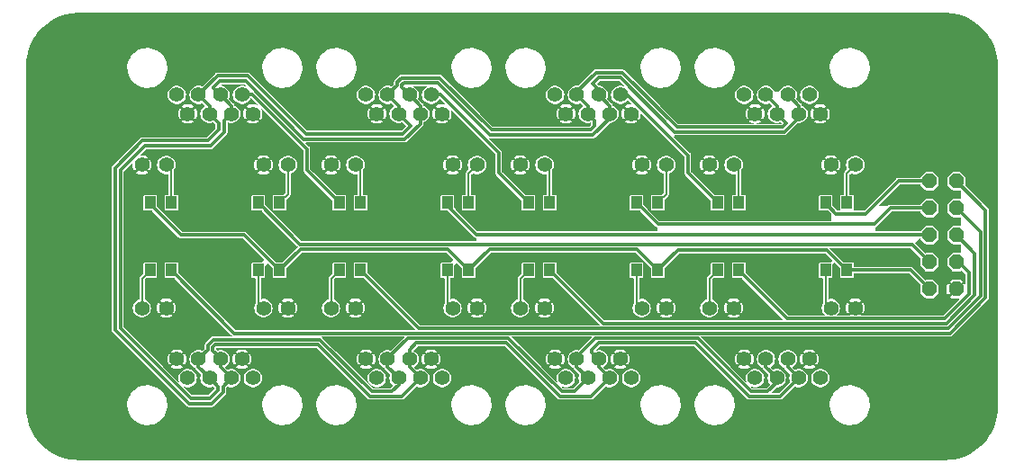
<source format=gbr>
%TF.GenerationSoftware,KiCad,Pcbnew,7.0.1*%
%TF.CreationDate,2023-06-16T22:25:01+09:00*%
%TF.ProjectId,CANFD_HUB,43414e46-445f-4485-9542-2e6b69636164,rev?*%
%TF.SameCoordinates,Original*%
%TF.FileFunction,Copper,L2,Bot*%
%TF.FilePolarity,Positive*%
%FSLAX46Y46*%
G04 Gerber Fmt 4.6, Leading zero omitted, Abs format (unit mm)*
G04 Created by KiCad (PCBNEW 7.0.1) date 2023-06-16 22:25:01*
%MOMM*%
%LPD*%
G01*
G04 APERTURE LIST*
G04 Aperture macros list*
%AMOutline5P*
0 Free polygon, 5 corners , with rotation*
0 The origin of the aperture is its center*
0 number of corners: always 5*
0 $1 to $10 corner X, Y*
0 $11 Rotation angle, in degrees counterclockwise*
0 create outline with 5 corners*
4,1,5,$1,$2,$3,$4,$5,$6,$7,$8,$9,$10,$1,$2,$11*%
%AMOutline6P*
0 Free polygon, 6 corners , with rotation*
0 The origin of the aperture is its center*
0 number of corners: always 6*
0 $1 to $12 corner X, Y*
0 $13 Rotation angle, in degrees counterclockwise*
0 create outline with 6 corners*
4,1,6,$1,$2,$3,$4,$5,$6,$7,$8,$9,$10,$11,$12,$1,$2,$13*%
%AMOutline7P*
0 Free polygon, 7 corners , with rotation*
0 The origin of the aperture is its center*
0 number of corners: always 7*
0 $1 to $14 corner X, Y*
0 $15 Rotation angle, in degrees counterclockwise*
0 create outline with 7 corners*
4,1,7,$1,$2,$3,$4,$5,$6,$7,$8,$9,$10,$11,$12,$13,$14,$1,$2,$15*%
%AMOutline8P*
0 Free polygon, 8 corners , with rotation*
0 The origin of the aperture is its center*
0 number of corners: always 8*
0 $1 to $16 corner X, Y*
0 $17 Rotation angle, in degrees counterclockwise*
0 create outline with 8 corners*
4,1,8,$1,$2,$3,$4,$5,$6,$7,$8,$9,$10,$11,$12,$13,$14,$15,$16,$1,$2,$17*%
G04 Aperture macros list end*
%TA.AperFunction,SMDPad,CuDef*%
%ADD10R,1.000000X1.200000*%
%TD*%
%TA.AperFunction,ComponentPad*%
%ADD11C,1.408000*%
%TD*%
%TA.AperFunction,ComponentPad*%
%ADD12Outline8P,-0.711200X0.294589X-0.294589X0.711200X0.294589X0.711200X0.711200X0.294589X0.711200X-0.294589X0.294589X-0.711200X-0.294589X-0.711200X-0.711200X-0.294589X90.000000*%
%TD*%
%TA.AperFunction,ComponentPad*%
%ADD13C,7.010400*%
%TD*%
%TA.AperFunction,ViaPad*%
%ADD14C,1.406400*%
%TD*%
%TA.AperFunction,Conductor*%
%ADD15C,0.300000*%
%TD*%
%TA.AperFunction,Conductor*%
%ADD16C,0.200000*%
%TD*%
G04 APERTURE END LIST*
D10*
%TO.P,R1,RIGHT*%
%TO.N,+5V*%
X114491100Y-101828600D03*
%TO.P,R1,LEFT*%
%TO.N,N$2*%
X116491100Y-101828600D03*
%TD*%
%TO.P,R10,RIGHT*%
%TO.N,N$10*%
X144431100Y-101828600D03*
%TO.P,R10,LEFT*%
%TO.N,LED2*%
X142431100Y-101828600D03*
%TD*%
%TO.P,R11,RIGHT*%
%TO.N,N$11*%
X162211100Y-101828600D03*
%TO.P,R11,LEFT*%
%TO.N,LED3*%
X160211100Y-101828600D03*
%TD*%
%TO.P,R12,RIGHT*%
%TO.N,N$12*%
X179991100Y-101828600D03*
%TO.P,R12,LEFT*%
%TO.N,LED4*%
X177991100Y-101828600D03*
%TD*%
%TO.P,R13,RIGHT*%
%TO.N,N$13*%
X114491100Y-108178600D03*
%TO.P,R13,LEFT*%
%TO.N,LED5*%
X116491100Y-108178600D03*
%TD*%
%TO.P,R14,RIGHT*%
%TO.N,N$14*%
X132271100Y-108178600D03*
%TO.P,R14,LEFT*%
%TO.N,LED6*%
X134271100Y-108178600D03*
%TD*%
%TO.P,R15,RIGHT*%
%TO.N,N$15*%
X150051100Y-108178600D03*
%TO.P,R15,LEFT*%
%TO.N,LED7*%
X152051100Y-108178600D03*
%TD*%
%TO.P,R16,RIGHT*%
%TO.N,N$16*%
X167831100Y-108178600D03*
%TO.P,R16,LEFT*%
%TO.N,LED8*%
X169831100Y-108178600D03*
%TD*%
%TO.P,R2,RIGHT*%
%TO.N,+5V*%
X132271100Y-101828600D03*
%TO.P,R2,LEFT*%
%TO.N,N$1*%
X134271100Y-101828600D03*
%TD*%
%TO.P,R3,RIGHT*%
%TO.N,+5V*%
X150051100Y-101828600D03*
%TO.P,R3,LEFT*%
%TO.N,N$3*%
X152051100Y-101828600D03*
%TD*%
%TO.P,R4,RIGHT*%
%TO.N,+5V*%
X167831100Y-101828600D03*
%TO.P,R4,LEFT*%
%TO.N,N$4*%
X169831100Y-101828600D03*
%TD*%
%TO.P,R5,RIGHT*%
%TO.N,+5V*%
X126651100Y-108178600D03*
%TO.P,R5,LEFT*%
%TO.N,N$5*%
X124651100Y-108178600D03*
%TD*%
%TO.P,R6,RIGHT*%
%TO.N,+5V*%
X144431100Y-108178600D03*
%TO.P,R6,LEFT*%
%TO.N,N$6*%
X142431100Y-108178600D03*
%TD*%
%TO.P,R7,RIGHT*%
%TO.N,+5V*%
X162211100Y-108178600D03*
%TO.P,R7,LEFT*%
%TO.N,N$7*%
X160211100Y-108178600D03*
%TD*%
%TO.P,R8,RIGHT*%
%TO.N,+5V*%
X179991100Y-108178600D03*
%TO.P,R8,LEFT*%
%TO.N,N$8*%
X177991100Y-108178600D03*
%TD*%
%TO.P,R9,RIGHT*%
%TO.N,N$9*%
X126651100Y-101828600D03*
%TO.P,R9,LEFT*%
%TO.N,LED1*%
X124651100Y-101828600D03*
%TD*%
D11*
%TO.P,PORT1,LED2_K*%
%TO.N,GND*%
X113711100Y-98268600D03*
%TO.P,PORT1,LED2_A*%
%TO.N,N$2*%
X116001100Y-98268600D03*
%TO.P,PORT1,LED1_K*%
%TO.N,GND*%
X125141100Y-98268600D03*
%TO.P,PORT1,LED1_A*%
%TO.N,N$9*%
X127431100Y-98268600D03*
%TO.P,PORT1,1*%
%TO.N,+5V*%
X117001100Y-91668600D03*
%TO.P,PORT1,2*%
%TO.N,GND*%
X118021100Y-93448600D03*
%TO.P,PORT1,3*%
%TO.N,CAN_L-*%
X119041100Y-91668600D03*
%TO.P,PORT1,4*%
X120061100Y-93448600D03*
%TO.P,PORT1,5*%
%TO.N,CAN_H+*%
X121081100Y-91668600D03*
%TO.P,PORT1,6*%
X122101100Y-93448600D03*
%TO.P,PORT1,7*%
%TO.N,+5V*%
X123121100Y-91668600D03*
%TO.P,PORT1,8*%
%TO.N,GND*%
X124141100Y-93448600D03*
%TD*%
%TO.P,PORT2,LED2_K*%
%TO.N,GND*%
X131491100Y-98268600D03*
%TO.P,PORT2,LED2_A*%
%TO.N,N$1*%
X133781100Y-98268600D03*
%TO.P,PORT2,LED1_K*%
%TO.N,GND*%
X142921100Y-98268600D03*
%TO.P,PORT2,LED1_A*%
%TO.N,N$10*%
X145211100Y-98268600D03*
%TO.P,PORT2,1*%
%TO.N,+5V*%
X134781100Y-91668600D03*
%TO.P,PORT2,2*%
%TO.N,GND*%
X135801100Y-93448600D03*
%TO.P,PORT2,3*%
%TO.N,CAN_L-*%
X136821100Y-91668600D03*
%TO.P,PORT2,4*%
X137841100Y-93448600D03*
%TO.P,PORT2,5*%
%TO.N,CAN_H+*%
X138861100Y-91668600D03*
%TO.P,PORT2,6*%
X139881100Y-93448600D03*
%TO.P,PORT2,7*%
%TO.N,+5V*%
X140901100Y-91668600D03*
%TO.P,PORT2,8*%
%TO.N,GND*%
X141921100Y-93448600D03*
%TD*%
%TO.P,PORT3,LED2_K*%
%TO.N,GND*%
X149271100Y-98268600D03*
%TO.P,PORT3,LED2_A*%
%TO.N,N$3*%
X151561100Y-98268600D03*
%TO.P,PORT3,LED1_K*%
%TO.N,GND*%
X160701100Y-98268600D03*
%TO.P,PORT3,LED1_A*%
%TO.N,N$11*%
X162991100Y-98268600D03*
%TO.P,PORT3,1*%
%TO.N,+5V*%
X152561100Y-91668600D03*
%TO.P,PORT3,2*%
%TO.N,GND*%
X153581100Y-93448600D03*
%TO.P,PORT3,3*%
%TO.N,CAN_L-*%
X154601100Y-91668600D03*
%TO.P,PORT3,4*%
X155621100Y-93448600D03*
%TO.P,PORT3,5*%
%TO.N,CAN_H+*%
X156641100Y-91668600D03*
%TO.P,PORT3,6*%
X157661100Y-93448600D03*
%TO.P,PORT3,7*%
%TO.N,+5V*%
X158681100Y-91668600D03*
%TO.P,PORT3,8*%
%TO.N,GND*%
X159701100Y-93448600D03*
%TD*%
%TO.P,PORT4,LED2_K*%
%TO.N,GND*%
X167051100Y-98268600D03*
%TO.P,PORT4,LED2_A*%
%TO.N,N$4*%
X169341100Y-98268600D03*
%TO.P,PORT4,LED1_K*%
%TO.N,GND*%
X178481100Y-98268600D03*
%TO.P,PORT4,LED1_A*%
%TO.N,N$12*%
X180771100Y-98268600D03*
%TO.P,PORT4,1*%
%TO.N,+5V*%
X170341100Y-91668600D03*
%TO.P,PORT4,2*%
%TO.N,GND*%
X171361100Y-93448600D03*
%TO.P,PORT4,3*%
%TO.N,CAN_L-*%
X172381100Y-91668600D03*
%TO.P,PORT4,4*%
X173401100Y-93448600D03*
%TO.P,PORT4,5*%
%TO.N,CAN_H+*%
X174421100Y-91668600D03*
%TO.P,PORT4,6*%
X175441100Y-93448600D03*
%TO.P,PORT4,7*%
%TO.N,+5V*%
X176461100Y-91668600D03*
%TO.P,PORT4,8*%
%TO.N,GND*%
X177481100Y-93448600D03*
%TD*%
%TO.P,PORT5,8*%
%TO.N,GND*%
X117001100Y-116558600D03*
%TO.P,PORT5,7*%
%TO.N,+5V*%
X118021100Y-118338600D03*
%TO.P,PORT5,6*%
%TO.N,CAN_H+*%
X119041100Y-116558600D03*
%TO.P,PORT5,5*%
X120061100Y-118338600D03*
%TO.P,PORT5,4*%
%TO.N,CAN_L-*%
X121081100Y-116558600D03*
%TO.P,PORT5,3*%
X122101100Y-118338600D03*
%TO.P,PORT5,2*%
%TO.N,GND*%
X123121100Y-116558600D03*
%TO.P,PORT5,1*%
%TO.N,+5V*%
X124141100Y-118338600D03*
%TO.P,PORT5,LED1_A*%
%TO.N,N$13*%
X113711100Y-111738600D03*
%TO.P,PORT5,LED1_K*%
%TO.N,GND*%
X116001100Y-111738600D03*
%TO.P,PORT5,LED2_A*%
%TO.N,N$5*%
X125141100Y-111738600D03*
%TO.P,PORT5,LED2_K*%
%TO.N,GND*%
X127431100Y-111738600D03*
%TD*%
%TO.P,PORT6,LED2_K*%
%TO.N,GND*%
X145211100Y-111738600D03*
%TO.P,PORT6,LED2_A*%
%TO.N,N$6*%
X142921100Y-111738600D03*
%TO.P,PORT6,LED1_K*%
%TO.N,GND*%
X133781100Y-111738600D03*
%TO.P,PORT6,LED1_A*%
%TO.N,N$14*%
X131491100Y-111738600D03*
%TO.P,PORT6,1*%
%TO.N,+5V*%
X141921100Y-118338600D03*
%TO.P,PORT6,2*%
%TO.N,GND*%
X140901100Y-116558600D03*
%TO.P,PORT6,3*%
%TO.N,CAN_L-*%
X139881100Y-118338600D03*
%TO.P,PORT6,4*%
X138861100Y-116558600D03*
%TO.P,PORT6,5*%
%TO.N,CAN_H+*%
X137841100Y-118338600D03*
%TO.P,PORT6,6*%
X136821100Y-116558600D03*
%TO.P,PORT6,7*%
%TO.N,+5V*%
X135801100Y-118338600D03*
%TO.P,PORT6,8*%
%TO.N,GND*%
X134781100Y-116558600D03*
%TD*%
%TO.P,PORT7,LED2_K*%
%TO.N,GND*%
X162991100Y-111738600D03*
%TO.P,PORT7,LED2_A*%
%TO.N,N$7*%
X160701100Y-111738600D03*
%TO.P,PORT7,LED1_K*%
%TO.N,GND*%
X151561100Y-111738600D03*
%TO.P,PORT7,LED1_A*%
%TO.N,N$15*%
X149271100Y-111738600D03*
%TO.P,PORT7,1*%
%TO.N,+5V*%
X159701100Y-118338600D03*
%TO.P,PORT7,2*%
%TO.N,GND*%
X158681100Y-116558600D03*
%TO.P,PORT7,3*%
%TO.N,CAN_L-*%
X157661100Y-118338600D03*
%TO.P,PORT7,4*%
X156641100Y-116558600D03*
%TO.P,PORT7,5*%
%TO.N,CAN_H+*%
X155621100Y-118338600D03*
%TO.P,PORT7,6*%
X154601100Y-116558600D03*
%TO.P,PORT7,7*%
%TO.N,+5V*%
X153581100Y-118338600D03*
%TO.P,PORT7,8*%
%TO.N,GND*%
X152561100Y-116558600D03*
%TD*%
%TO.P,PORT8,LED2_K*%
%TO.N,GND*%
X180771100Y-111738600D03*
%TO.P,PORT8,LED2_A*%
%TO.N,N$8*%
X178481100Y-111738600D03*
%TO.P,PORT8,LED1_K*%
%TO.N,GND*%
X169341100Y-111738600D03*
%TO.P,PORT8,LED1_A*%
%TO.N,N$16*%
X167051100Y-111738600D03*
%TO.P,PORT8,1*%
%TO.N,+5V*%
X177481100Y-118338600D03*
%TO.P,PORT8,2*%
%TO.N,GND*%
X176461100Y-116558600D03*
%TO.P,PORT8,3*%
%TO.N,CAN_L-*%
X175441100Y-118338600D03*
%TO.P,PORT8,4*%
X174421100Y-116558600D03*
%TO.P,PORT8,5*%
%TO.N,CAN_H+*%
X173401100Y-118338600D03*
%TO.P,PORT8,6*%
X172381100Y-116558600D03*
%TO.P,PORT8,7*%
%TO.N,+5V*%
X171361100Y-118338600D03*
%TO.P,PORT8,8*%
%TO.N,GND*%
X170341100Y-116558600D03*
%TD*%
D12*
%TO.P,LED CONTROL,10*%
%TO.N,LED4*%
X187754100Y-99796600D03*
%TO.P,LED CONTROL,9*%
%TO.N,LED5*%
X190294100Y-99796600D03*
%TO.P,LED CONTROL,8*%
%TO.N,LED3*%
X187754100Y-102336600D03*
%TO.P,LED CONTROL,7*%
%TO.N,LED6*%
X190294100Y-102336600D03*
%TO.P,LED CONTROL,6*%
%TO.N,LED2*%
X187754100Y-104876600D03*
%TO.P,LED CONTROL,5*%
%TO.N,LED7*%
X190294100Y-104876600D03*
%TO.P,LED CONTROL,4*%
%TO.N,LED1*%
X187754100Y-107416600D03*
%TO.P,LED CONTROL,3*%
%TO.N,LED8*%
X190294100Y-107416600D03*
%TO.P,LED CONTROL,2*%
%TO.N,+5V*%
X187754100Y-109956600D03*
%TO.P,LED CONTROL,1*%
%TO.N,GND*%
X190294100Y-109956600D03*
%TD*%
D13*
%TO.P,H3,P$1*%
%TO.N,GND*%
X107871100Y-120878600D03*
%TD*%
%TO.P,H1,P$1*%
%TO.N,GND*%
X107871100Y-89128600D03*
%TD*%
%TO.P,H2,P$1*%
%TO.N,GND*%
X189151100Y-89128600D03*
%TD*%
%TO.P,H4,P$1*%
%TO.N,GND*%
X189151100Y-120878600D03*
%TD*%
D14*
%TO.N,GND*%
X187346706Y-87266207D03*
X189151100Y-86518800D03*
X190955493Y-87266207D03*
X191702900Y-89070600D03*
X190955493Y-90874994D03*
X189151100Y-91622400D03*
X187346706Y-90874994D03*
X186599300Y-89070600D03*
X187346706Y-119016207D03*
X189151100Y-118268800D03*
X190955493Y-119016207D03*
X191702900Y-120820600D03*
X190955493Y-122624994D03*
X189151100Y-123372400D03*
X187346706Y-122624994D03*
X186599300Y-120820600D03*
X106066706Y-119016207D03*
X107871100Y-118268800D03*
X109675493Y-119016207D03*
X110422900Y-120820600D03*
X109675493Y-122624994D03*
X107871100Y-123372400D03*
X106066706Y-122624994D03*
X105319300Y-120820600D03*
X106066706Y-87266207D03*
X107871100Y-86518800D03*
X109675493Y-87266207D03*
X110422900Y-89070600D03*
X109675493Y-90874994D03*
X107871100Y-91622400D03*
X106066706Y-90874994D03*
X105319300Y-89070600D03*
%TD*%
D15*
%TO.N,CAN_L-*%
X139881100Y-118338600D02*
X138158700Y-120061000D01*
X138861100Y-116558600D02*
X138861100Y-117318600D01*
X139881100Y-118338600D02*
X138861100Y-117318600D01*
X138861100Y-116558600D02*
X138861100Y-115666394D01*
%TO.N,CAN_H+*%
X156075500Y-90597000D02*
X156654900Y-90017600D01*
X156654900Y-90017600D02*
X158671100Y-90017600D01*
X174099618Y-95171707D02*
X175441100Y-93830225D01*
X163825206Y-95171707D02*
X174099618Y-95171707D01*
X158671100Y-90017600D02*
X163825206Y-95171707D01*
X175441100Y-93830225D02*
X175441100Y-93448600D01*
X156641100Y-91162600D02*
X156075500Y-90597000D01*
X156641100Y-91668600D02*
X156641100Y-91162600D01*
X138351100Y-90525600D02*
X141511231Y-90525600D01*
X138168500Y-90708200D02*
X138351100Y-90525600D01*
X138168500Y-90976000D02*
X138168500Y-90708200D01*
X146445906Y-95460275D02*
X156079937Y-95460275D01*
X141511231Y-90525600D02*
X146445906Y-95460275D01*
X156079937Y-95460275D02*
X157661100Y-93879113D01*
X157661100Y-93879113D02*
X157661100Y-93448600D01*
X138861100Y-91668600D02*
X138168500Y-90976000D01*
X120437175Y-91024675D02*
X120437175Y-90976000D01*
X121081100Y-91668600D02*
X120437175Y-91024675D01*
X138428387Y-95844788D02*
X139881100Y-94392075D01*
X128938287Y-95844788D02*
X138428387Y-95844788D01*
X123459831Y-90366332D02*
X128938287Y-95844788D01*
X139881100Y-94392075D02*
X139881100Y-93448600D01*
X121046843Y-90366332D02*
X123459831Y-90366332D01*
X120437175Y-90976000D02*
X121046843Y-90366332D01*
X121460100Y-95181025D02*
X121460100Y-94089600D01*
X120146525Y-96494600D02*
X121460100Y-95181025D01*
X113967100Y-96494600D02*
X120146525Y-96494600D01*
X111681100Y-98780600D02*
X113967100Y-96494600D01*
X111681100Y-113639600D02*
X111681100Y-98780600D01*
X121460100Y-94089600D02*
X122101100Y-93448600D01*
X118285100Y-120243600D02*
X111681100Y-113639600D01*
X120063100Y-120243600D02*
X118285100Y-120243600D01*
X120825100Y-119481600D02*
X120063100Y-120243600D01*
X120825100Y-119102600D02*
X120825100Y-119481600D01*
X120061100Y-118338600D02*
X120825100Y-119102600D01*
X165965700Y-114584200D02*
X156336506Y-114584200D01*
X170990100Y-119608600D02*
X165965700Y-114584200D01*
X172512100Y-119608600D02*
X170990100Y-119608600D01*
X173401100Y-118719600D02*
X172512100Y-119608600D01*
X173401100Y-118338600D02*
X173401100Y-118719600D01*
X154601100Y-116319607D02*
X154601100Y-116558600D01*
X156336506Y-114584200D02*
X154601100Y-116319607D01*
X136821100Y-116431600D02*
X136821100Y-116558600D01*
X138692500Y-114560200D02*
X136821100Y-116431600D01*
X154351100Y-119608600D02*
X153210100Y-119608600D01*
X148161700Y-114560200D02*
X138692500Y-114560200D01*
X153210100Y-119608600D02*
X148161700Y-114560200D01*
X155621100Y-118338600D02*
X154351100Y-119608600D01*
X136821100Y-116558600D02*
X136821100Y-117318600D01*
X119936100Y-115663600D02*
X119936100Y-115230207D01*
X130420568Y-114711200D02*
X135317968Y-119608600D01*
X137210100Y-119608600D02*
X137843100Y-118975600D01*
X135317968Y-119608600D02*
X137210100Y-119608600D01*
X137841100Y-118973600D02*
X137841100Y-118338600D01*
X137843100Y-118975600D02*
X137841100Y-118973600D01*
X120455106Y-114711200D02*
X130420568Y-114711200D01*
X119936100Y-115230207D02*
X120455106Y-114711200D01*
X119041100Y-116558600D02*
X119936100Y-115663600D01*
X174421100Y-91668600D02*
X175441100Y-92688600D01*
X156641100Y-91668600D02*
X157661100Y-92688600D01*
X138861100Y-91668600D02*
X139881100Y-92688600D01*
X121081100Y-91668600D02*
X122101100Y-92688600D01*
X173401100Y-118338600D02*
X172381100Y-117318600D01*
X155621100Y-118338600D02*
X154601100Y-117318600D01*
X136821100Y-117318600D02*
X137841100Y-118338600D01*
X119041100Y-117318600D02*
X120061100Y-118338600D01*
X175441100Y-92688600D02*
X175441100Y-93448600D01*
X157661100Y-92688600D02*
X157661100Y-93448600D01*
X139881100Y-92688600D02*
X139881100Y-93448600D01*
X122101100Y-92688600D02*
X122101100Y-93448600D01*
X172381100Y-117318600D02*
X172381100Y-116558600D01*
X154601100Y-117318600D02*
X154601100Y-116558600D01*
X119041100Y-116558600D02*
X119041100Y-117318600D01*
%TO.N,CAN_L-*%
X174290100Y-94337600D02*
X173401100Y-93448600D01*
X173911100Y-94716600D02*
X174290100Y-94337600D01*
X164013725Y-94716600D02*
X173911100Y-94716600D01*
X158859618Y-89562494D02*
X164013725Y-94716600D01*
X156397693Y-89562494D02*
X158859618Y-89562494D01*
X156397693Y-89562494D02*
X154601100Y-91359088D01*
X154601100Y-91668600D02*
X154601100Y-91359088D01*
X146596025Y-94970600D02*
X155877100Y-94970600D01*
X141698625Y-90073200D02*
X146596025Y-94970600D01*
X156258100Y-94589600D02*
X156258100Y-94085600D01*
X156258100Y-94085600D02*
X155621100Y-93448600D01*
X155877100Y-94970600D02*
X156258100Y-94589600D01*
X137716100Y-90773600D02*
X137716100Y-90465207D01*
X138108106Y-90073200D02*
X141698625Y-90073200D01*
X137716100Y-90465207D02*
X138108106Y-90073200D01*
X136821100Y-91668600D02*
X137716100Y-90773600D01*
X138228100Y-95351600D02*
X138986100Y-94593600D01*
X129142575Y-95351600D02*
X138228100Y-95351600D01*
X123664118Y-89873144D02*
X129142575Y-95351600D01*
X119041100Y-91668600D02*
X120836556Y-89873144D01*
X138986100Y-94593600D02*
X137841100Y-93448600D01*
X120836556Y-89873144D02*
X123664118Y-89873144D01*
X120273525Y-120751600D02*
X118153306Y-120751600D01*
X111173100Y-113771394D02*
X111173100Y-98570175D01*
X118153306Y-120751600D02*
X111173100Y-113771394D01*
X120952100Y-94339600D02*
X120061100Y-93448600D01*
X120952100Y-94970600D02*
X120952100Y-94339600D01*
X113756675Y-95986600D02*
X119936100Y-95986600D01*
X111173100Y-98570175D02*
X113756675Y-95986600D01*
X119936100Y-95986600D02*
X120952100Y-94970600D01*
X121333100Y-119692025D02*
X120273525Y-120751600D01*
X121333100Y-119106600D02*
X121333100Y-119692025D01*
X122101100Y-118338600D02*
X121333100Y-119106600D01*
X156004100Y-115921600D02*
X156004100Y-115671600D01*
X156641100Y-116558600D02*
X156004100Y-115921600D01*
X173718700Y-120061000D02*
X170802700Y-120061000D01*
X170802700Y-120061000D02*
X165778300Y-115036600D01*
X156004100Y-115671600D02*
X156639100Y-115036600D01*
X165778300Y-115036600D02*
X156639100Y-115036600D01*
X175441100Y-118338600D02*
X173718700Y-120061000D01*
X147974300Y-115012600D02*
X139514893Y-115012600D01*
X139514893Y-115012600D02*
X138861100Y-115666394D01*
X155938700Y-120061000D02*
X153022700Y-120061000D01*
X153022700Y-120061000D02*
X147974300Y-115012600D01*
X157661100Y-118338600D02*
X155938700Y-120061000D01*
X130233175Y-115163600D02*
X135130575Y-120061000D01*
X135130575Y-120061000D02*
X138158700Y-120061000D01*
X120642500Y-115163600D02*
X130233175Y-115163600D01*
X120388500Y-115417600D02*
X120642500Y-115163600D01*
X120388500Y-115739000D02*
X120388500Y-115417600D01*
X121081100Y-116431600D02*
X120388500Y-115739000D01*
X121081100Y-116558600D02*
X121081100Y-116431600D01*
X172381100Y-91668600D02*
X173401100Y-92688600D01*
X154601100Y-91668600D02*
X155621100Y-92688600D01*
X136821100Y-91668600D02*
X137841100Y-92688600D01*
X119041100Y-91668600D02*
X120061100Y-92688600D01*
X175441100Y-118338600D02*
X174421100Y-117318600D01*
X157661100Y-118338600D02*
X156641100Y-117318600D01*
X122101100Y-118338600D02*
X121081100Y-117318600D01*
X173401100Y-92688600D02*
X173401100Y-93448600D01*
X155621100Y-92688600D02*
X155621100Y-93448600D01*
X137841100Y-92688600D02*
X137841100Y-93448600D01*
X120061100Y-92688600D02*
X120061100Y-93448600D01*
X174421100Y-117318600D02*
X174421100Y-116558600D01*
X156641100Y-117318600D02*
X156641100Y-116558600D01*
X121081100Y-117318600D02*
X121081100Y-116558600D01*
%TO.N,LED8*%
X189151100Y-112750600D02*
X174403100Y-112750600D01*
X174403100Y-112750600D02*
X169831100Y-108178600D01*
X191437100Y-110464600D02*
X189151100Y-112750600D01*
X191437100Y-108432600D02*
X191437100Y-110464600D01*
X191437100Y-108432600D02*
X190421100Y-107416600D01*
X190294100Y-107416600D02*
X190421100Y-107416600D01*
%TO.N,LED7*%
X189338493Y-113203000D02*
X157075500Y-113203000D01*
X192016500Y-110524994D02*
X189338493Y-113203000D01*
X157075500Y-113203000D02*
X152051100Y-108178600D01*
X192016500Y-106599000D02*
X192016500Y-110524994D01*
X190294100Y-104876600D02*
X192016500Y-106599000D01*
%TO.N,LED6*%
X139747900Y-113655400D02*
X189525887Y-113655400D01*
X134271100Y-108178600D02*
X139747900Y-113655400D01*
X192580100Y-104622600D02*
X190294100Y-102336600D01*
X192580100Y-110601188D02*
X192580100Y-104622600D01*
X189525887Y-113655400D02*
X192580100Y-110601188D01*
%TO.N,LED5*%
X189713281Y-114107800D02*
X122420300Y-114107800D01*
X193032500Y-102535000D02*
X193032500Y-110788582D01*
X122420300Y-114107800D02*
X116491100Y-108178600D01*
X193032500Y-110788582D02*
X189713281Y-114107800D01*
X190294100Y-99796600D02*
X193032500Y-102535000D01*
%TO.N,LED4*%
X181771700Y-102858000D02*
X184833100Y-99796600D01*
X184833100Y-99796600D02*
X187754100Y-99796600D01*
X178984843Y-102858000D02*
X181771700Y-102858000D01*
X177991100Y-101828600D02*
X177991100Y-101864257D01*
X178984843Y-102858000D02*
X177991100Y-101864257D01*
%TO.N,LED3*%
X162243100Y-103860600D02*
X160211100Y-101828600D01*
X182547100Y-103860600D02*
X162243100Y-103860600D01*
X184071100Y-102336600D02*
X182547100Y-103860600D01*
X187754100Y-102336600D02*
X184071100Y-102336600D01*
%TO.N,LED2*%
X145153500Y-104821000D02*
X187698500Y-104821000D01*
X142431100Y-102098600D02*
X145153500Y-104821000D01*
X187698500Y-104821000D02*
X187754100Y-104876600D01*
X142431100Y-101828600D02*
X142431100Y-102098600D01*
D16*
%TO.N,N$16*%
X167051100Y-108958600D02*
X167051100Y-111738600D01*
X167831100Y-108178600D02*
X167051100Y-108958600D01*
%TO.N,N$15*%
X149271100Y-108958600D02*
X149271100Y-111738600D01*
X150051100Y-108178600D02*
X149271100Y-108958600D01*
%TO.N,N$14*%
X131491100Y-108958600D02*
X131491100Y-111738600D01*
X132271100Y-108178600D02*
X131491100Y-108958600D01*
%TO.N,N$13*%
X113711100Y-108958600D02*
X113711100Y-111738600D01*
X114491100Y-108178600D02*
X113711100Y-108958600D01*
%TO.N,N$12*%
X179991100Y-99048600D02*
X180771100Y-98268600D01*
X179991100Y-101828600D02*
X179991100Y-99048600D01*
%TO.N,N$11*%
X162991100Y-101048600D02*
X162211100Y-101828600D01*
X162991100Y-98268600D02*
X162991100Y-101048600D01*
%TO.N,N$10*%
X144431100Y-99048600D02*
X145211100Y-98268600D01*
X144431100Y-101828600D02*
X144431100Y-99048600D01*
D15*
%TO.N,LED1*%
X128588100Y-105765600D02*
X186103100Y-105765600D01*
X186103100Y-105765600D02*
X187754100Y-107416600D01*
X124651100Y-101828600D02*
X128588100Y-105765600D01*
D16*
%TO.N,N$9*%
X127431100Y-101048600D02*
X126651100Y-101828600D01*
X127431100Y-98268600D02*
X127431100Y-101048600D01*
%TO.N,N$8*%
X177991100Y-111248600D02*
X178481100Y-111738600D01*
X177991100Y-108178600D02*
X177991100Y-111248600D01*
%TO.N,N$7*%
X160211100Y-111248600D02*
X160701100Y-111738600D01*
X160211100Y-108178600D02*
X160211100Y-111248600D01*
%TO.N,N$6*%
X142431100Y-111248600D02*
X142921100Y-111738600D01*
X142431100Y-108178600D02*
X142431100Y-111248600D01*
%TO.N,N$5*%
X124651100Y-111248600D02*
X125141100Y-111738600D01*
X124651100Y-108178600D02*
X124651100Y-111248600D01*
%TO.N,N$4*%
X169831100Y-98758600D02*
X169341100Y-98268600D01*
X169831100Y-101828600D02*
X169831100Y-98758600D01*
%TO.N,N$3*%
X152051100Y-98758600D02*
X151561100Y-98268600D01*
X152051100Y-101828600D02*
X152051100Y-98758600D01*
%TO.N,N$1*%
X134271100Y-98758600D02*
X133781100Y-98268600D01*
X134271100Y-101828600D02*
X134271100Y-98758600D01*
%TO.N,N$2*%
X116491100Y-98758600D02*
X116001100Y-98268600D01*
X116491100Y-101828600D02*
X116491100Y-98758600D01*
D15*
%TO.N,+5V*%
X165021100Y-99018600D02*
X165021100Y-97345332D01*
X159344368Y-91668600D02*
X158681100Y-91668600D01*
X165021100Y-97345332D02*
X159344368Y-91668600D01*
X167831100Y-101828600D02*
X165021100Y-99018600D01*
X141780100Y-91668600D02*
X140901100Y-91668600D01*
X147241100Y-97129600D02*
X141780100Y-91668600D01*
X147241100Y-99018600D02*
X147241100Y-97129600D01*
X150051100Y-101828600D02*
X147241100Y-99018600D01*
X129207100Y-96753394D02*
X124122306Y-91668600D01*
X129207100Y-98764600D02*
X129207100Y-96753394D01*
X124122306Y-91668600D02*
X123121100Y-91668600D01*
X132271100Y-101828600D02*
X129207100Y-98764600D01*
X185976100Y-108178600D02*
X187754100Y-109956600D01*
X179991100Y-108178600D02*
X185976100Y-108178600D01*
X164116100Y-106273600D02*
X178086100Y-106273600D01*
X178086100Y-106273600D02*
X179991100Y-108178600D01*
X162211100Y-108178600D02*
X164116100Y-106273600D01*
X146391700Y-106218000D02*
X160250500Y-106218000D01*
X160250500Y-106218000D02*
X162211100Y-108178600D01*
X144431100Y-108178600D02*
X146391700Y-106218000D01*
X128611700Y-106218000D02*
X142470500Y-106218000D01*
X142470500Y-106218000D02*
X144431100Y-108178600D01*
X126651100Y-108178600D02*
X128611700Y-106218000D01*
X114491100Y-101971600D02*
X114491100Y-101828600D01*
X117396100Y-104876600D02*
X114491100Y-101971600D01*
X123349100Y-104876600D02*
X117396100Y-104876600D01*
X126651100Y-108178600D02*
X123349100Y-104876600D01*
%TD*%
%TA.AperFunction,Conductor*%
%TO.N,GND*%
G36*
X156012685Y-114416952D02*
G01*
X156026349Y-114433602D01*
X156028460Y-114455038D01*
X156018307Y-114474034D01*
X154787446Y-115704894D01*
X154771749Y-115714232D01*
X154753499Y-115714949D01*
X154691166Y-115701700D01*
X154691164Y-115701700D01*
X154511036Y-115701700D01*
X154511035Y-115701700D01*
X154334848Y-115739149D01*
X154170287Y-115812416D01*
X154024567Y-115918289D01*
X154024564Y-115918291D01*
X154024564Y-115918292D01*
X153904035Y-116052152D01*
X153849266Y-116147016D01*
X153813970Y-116208150D01*
X153758308Y-116379457D01*
X153739480Y-116558599D01*
X153758308Y-116737742D01*
X153813970Y-116909049D01*
X153813971Y-116909052D01*
X153904035Y-117065048D01*
X154024564Y-117198908D01*
X154024567Y-117198910D01*
X154144565Y-117286095D01*
X154170290Y-117304785D01*
X154254647Y-117342343D01*
X154278992Y-117353182D01*
X154294541Y-117366155D01*
X154300962Y-117385360D01*
X154301137Y-117389148D01*
X154308075Y-117404863D01*
X154310603Y-117413028D01*
X154313760Y-117429915D01*
X154331145Y-117457993D01*
X154333540Y-117462537D01*
X154346880Y-117492745D01*
X154359025Y-117504891D01*
X154364333Y-117511592D01*
X154369013Y-117519149D01*
X154373377Y-117526197D01*
X154399734Y-117546101D01*
X154403601Y-117549466D01*
X154819933Y-117965798D01*
X154829774Y-117983371D01*
X154828983Y-118003496D01*
X154778308Y-118159456D01*
X154759480Y-118338599D01*
X154778308Y-118517742D01*
X154828983Y-118673701D01*
X154829774Y-118693827D01*
X154819933Y-118711400D01*
X154236501Y-119294834D01*
X154224465Y-119302876D01*
X154210267Y-119305700D01*
X153350934Y-119305700D01*
X153324700Y-119294834D01*
X153227594Y-119197728D01*
X153216884Y-119174889D01*
X153223253Y-119150480D01*
X153243758Y-119135787D01*
X153268917Y-119137600D01*
X153314845Y-119158049D01*
X153314846Y-119158049D01*
X153314848Y-119158050D01*
X153491035Y-119195500D01*
X153491036Y-119195500D01*
X153671164Y-119195500D01*
X153671165Y-119195500D01*
X153847351Y-119158050D01*
X153847351Y-119158049D01*
X153847355Y-119158049D01*
X154011910Y-119084785D01*
X154157636Y-118978908D01*
X154278165Y-118845048D01*
X154368229Y-118689052D01*
X154423892Y-118517741D01*
X154442720Y-118338600D01*
X154423892Y-118159459D01*
X154368229Y-117988148D01*
X154278165Y-117832152D01*
X154157636Y-117698292D01*
X154157632Y-117698289D01*
X154011912Y-117592416D01*
X153847351Y-117519149D01*
X153671165Y-117481700D01*
X153671164Y-117481700D01*
X153491036Y-117481700D01*
X153491035Y-117481700D01*
X153314848Y-117519149D01*
X153150287Y-117592416D01*
X153004567Y-117698289D01*
X152884035Y-117832152D01*
X152793970Y-117988150D01*
X152738308Y-118159457D01*
X152719480Y-118338599D01*
X152738308Y-118517742D01*
X152782340Y-118653257D01*
X152781863Y-118677563D01*
X152766441Y-118696355D01*
X152742695Y-118701565D01*
X152720822Y-118690956D01*
X151297601Y-117267736D01*
X151995080Y-117267736D01*
X152105403Y-117347889D01*
X152279467Y-117425387D01*
X152465831Y-117465000D01*
X152656369Y-117465000D01*
X152842732Y-117425387D01*
X153016799Y-117347887D01*
X153127117Y-117267736D01*
X153127117Y-117267735D01*
X152561099Y-116701718D01*
X151995080Y-117267736D01*
X151297601Y-117267736D01*
X150588465Y-116558600D01*
X151649707Y-116558600D01*
X151669623Y-116748090D01*
X151728500Y-116929294D01*
X151823769Y-117094305D01*
X151851489Y-117125090D01*
X152417981Y-116558599D01*
X152704218Y-116558599D01*
X153270708Y-117125089D01*
X153298432Y-117094302D01*
X153393699Y-116929294D01*
X153452576Y-116748090D01*
X153472492Y-116558600D01*
X153452576Y-116369109D01*
X153393699Y-116187905D01*
X153298430Y-116022894D01*
X153270709Y-115992108D01*
X152704218Y-116558599D01*
X152417981Y-116558599D01*
X151851490Y-115992108D01*
X151823768Y-116022897D01*
X151728500Y-116187905D01*
X151669623Y-116369109D01*
X151649707Y-116558600D01*
X150588465Y-116558600D01*
X149879327Y-115849462D01*
X151995081Y-115849462D01*
X152561099Y-116415481D01*
X153127118Y-115849463D01*
X153127117Y-115849462D01*
X153016796Y-115769310D01*
X152842732Y-115691812D01*
X152656369Y-115652200D01*
X152465831Y-115652200D01*
X152279463Y-115691813D01*
X152105405Y-115769309D01*
X151995081Y-115849462D01*
X149879327Y-115849462D01*
X148503899Y-114474034D01*
X148493746Y-114455038D01*
X148495857Y-114433602D01*
X148509521Y-114416952D01*
X148530133Y-114410700D01*
X155992073Y-114410700D01*
X156012685Y-114416952D01*
G37*
%TD.AperFunction*%
%TA.AperFunction,Conductor*%
G36*
X138344679Y-114416952D02*
G01*
X138358343Y-114433602D01*
X138360454Y-114455038D01*
X138350301Y-114474034D01*
X137099807Y-115724526D01*
X137084110Y-115733864D01*
X137065860Y-115734581D01*
X136911165Y-115701700D01*
X136911164Y-115701700D01*
X136731036Y-115701700D01*
X136731035Y-115701700D01*
X136554848Y-115739149D01*
X136390287Y-115812416D01*
X136244567Y-115918289D01*
X136244564Y-115918291D01*
X136244564Y-115918292D01*
X136124035Y-116052152D01*
X136069266Y-116147016D01*
X136033970Y-116208150D01*
X135978308Y-116379457D01*
X135959480Y-116558599D01*
X135978308Y-116737742D01*
X136033970Y-116909049D01*
X136033971Y-116909052D01*
X136124035Y-117065048D01*
X136244564Y-117198908D01*
X136244567Y-117198910D01*
X136364565Y-117286095D01*
X136390290Y-117304785D01*
X136474647Y-117342343D01*
X136498992Y-117353182D01*
X136514541Y-117366155D01*
X136520962Y-117385360D01*
X136521137Y-117389148D01*
X136528075Y-117404863D01*
X136530603Y-117413028D01*
X136533760Y-117429915D01*
X136551145Y-117457993D01*
X136553540Y-117462537D01*
X136566880Y-117492745D01*
X136579025Y-117504891D01*
X136584333Y-117511592D01*
X136589013Y-117519149D01*
X136593377Y-117526197D01*
X136619734Y-117546101D01*
X136623601Y-117549466D01*
X137039933Y-117965798D01*
X137049774Y-117983371D01*
X137048983Y-118003496D01*
X136998308Y-118159456D01*
X136998308Y-118159459D01*
X136979480Y-118338600D01*
X136998308Y-118517741D01*
X137053971Y-118689052D01*
X137144035Y-118845048D01*
X137264564Y-118978908D01*
X137314483Y-119015176D01*
X137327311Y-119031894D01*
X137328964Y-119052903D01*
X137318909Y-119071424D01*
X137095501Y-119294834D01*
X137083465Y-119302876D01*
X137069267Y-119305700D01*
X135458801Y-119305700D01*
X135432567Y-119294834D01*
X134476333Y-118338600D01*
X134939480Y-118338600D01*
X134958308Y-118517741D01*
X135013971Y-118689052D01*
X135104035Y-118845048D01*
X135224564Y-118978908D01*
X135224567Y-118978910D01*
X135360696Y-119077815D01*
X135370290Y-119084785D01*
X135534845Y-119158049D01*
X135534846Y-119158049D01*
X135534848Y-119158050D01*
X135711035Y-119195500D01*
X135711036Y-119195500D01*
X135891164Y-119195500D01*
X135891165Y-119195500D01*
X136067351Y-119158050D01*
X136067351Y-119158049D01*
X136067355Y-119158049D01*
X136231910Y-119084785D01*
X136377636Y-118978908D01*
X136498165Y-118845048D01*
X136588229Y-118689052D01*
X136643892Y-118517741D01*
X136662720Y-118338600D01*
X136643892Y-118159459D01*
X136588229Y-117988148D01*
X136498165Y-117832152D01*
X136377636Y-117698292D01*
X136377632Y-117698289D01*
X136231912Y-117592416D01*
X136067351Y-117519149D01*
X135891165Y-117481700D01*
X135891164Y-117481700D01*
X135711036Y-117481700D01*
X135711035Y-117481700D01*
X135534848Y-117519149D01*
X135370287Y-117592416D01*
X135224567Y-117698289D01*
X135104035Y-117832152D01*
X135013970Y-117988150D01*
X134958308Y-118159457D01*
X134958307Y-118159459D01*
X134958308Y-118159459D01*
X134939480Y-118338600D01*
X134476333Y-118338600D01*
X133405469Y-117267736D01*
X134215081Y-117267736D01*
X134325403Y-117347889D01*
X134499467Y-117425387D01*
X134685831Y-117465000D01*
X134876369Y-117465000D01*
X135062732Y-117425387D01*
X135236799Y-117347887D01*
X135347117Y-117267736D01*
X135347117Y-117267735D01*
X134781099Y-116701718D01*
X134215081Y-117267736D01*
X133405469Y-117267736D01*
X132696333Y-116558600D01*
X133869707Y-116558600D01*
X133889623Y-116748090D01*
X133948500Y-116929294D01*
X134043769Y-117094305D01*
X134071489Y-117125090D01*
X134637981Y-116558599D01*
X134924218Y-116558599D01*
X135490708Y-117125089D01*
X135518432Y-117094302D01*
X135613699Y-116929294D01*
X135672576Y-116748090D01*
X135692492Y-116558600D01*
X135672576Y-116369109D01*
X135613699Y-116187905D01*
X135518430Y-116022894D01*
X135490709Y-115992108D01*
X134924218Y-116558599D01*
X134637981Y-116558599D01*
X134071490Y-115992108D01*
X134043768Y-116022897D01*
X133948500Y-116187905D01*
X133889623Y-116369109D01*
X133869707Y-116558600D01*
X132696333Y-116558600D01*
X131987195Y-115849462D01*
X134215081Y-115849462D01*
X134781099Y-116415481D01*
X135347118Y-115849463D01*
X135347117Y-115849462D01*
X135236796Y-115769310D01*
X135062732Y-115691812D01*
X134876369Y-115652200D01*
X134685831Y-115652200D01*
X134499463Y-115691813D01*
X134325405Y-115769309D01*
X134215081Y-115849462D01*
X131987195Y-115849462D01*
X130673969Y-114536236D01*
X130666991Y-114526537D01*
X130666475Y-114525500D01*
X130630418Y-114492630D01*
X130629200Y-114491466D01*
X130612472Y-114474739D01*
X130613284Y-114473926D01*
X130602637Y-114459993D01*
X130602237Y-114436824D01*
X130615662Y-114417937D01*
X130637676Y-114410700D01*
X138324067Y-114410700D01*
X138344679Y-114416952D01*
G37*
%TD.AperFunction*%
%TA.AperFunction,Conductor*%
G36*
X189211873Y-83947131D02*
G01*
X189620366Y-83964026D01*
X189623399Y-83964278D01*
X190028376Y-84014759D01*
X190031363Y-84015257D01*
X190430778Y-84099005D01*
X190433707Y-84099746D01*
X190824864Y-84216199D01*
X190827740Y-84217186D01*
X191207907Y-84365529D01*
X191210712Y-84366759D01*
X191577323Y-84545985D01*
X191580006Y-84547436D01*
X191669450Y-84600733D01*
X191930574Y-84756329D01*
X191933141Y-84758006D01*
X192145609Y-84909705D01*
X192265260Y-84995135D01*
X192267675Y-84997015D01*
X192579060Y-85260744D01*
X192581316Y-85262820D01*
X192869879Y-85551383D01*
X192871955Y-85553639D01*
X193135684Y-85865024D01*
X193137568Y-85867444D01*
X193374693Y-86199558D01*
X193376370Y-86202125D01*
X193585259Y-86552686D01*
X193586718Y-86555383D01*
X193765938Y-86921984D01*
X193767170Y-86924792D01*
X193915508Y-87304947D01*
X193916504Y-87307847D01*
X194032947Y-87698970D01*
X194033697Y-87701938D01*
X194043086Y-87746712D01*
X194117438Y-88101317D01*
X194117943Y-88104341D01*
X194168420Y-88509288D01*
X194168673Y-88512344D01*
X194185568Y-88920826D01*
X194185600Y-88922359D01*
X194185600Y-121084841D01*
X194185568Y-121086374D01*
X194168673Y-121494855D01*
X194168420Y-121497911D01*
X194117943Y-121902858D01*
X194117438Y-121905882D01*
X194033699Y-122305256D01*
X194032947Y-122308229D01*
X193916504Y-122699352D01*
X193915508Y-122702252D01*
X193767170Y-123082407D01*
X193765938Y-123085215D01*
X193586718Y-123451816D01*
X193585259Y-123454513D01*
X193376370Y-123805074D01*
X193374693Y-123807641D01*
X193137568Y-124139755D01*
X193135684Y-124142175D01*
X192871955Y-124453560D01*
X192869879Y-124455816D01*
X192581316Y-124744379D01*
X192579060Y-124746455D01*
X192267675Y-125010184D01*
X192265255Y-125012068D01*
X191933141Y-125249193D01*
X191930574Y-125250870D01*
X191580013Y-125459759D01*
X191577316Y-125461218D01*
X191210715Y-125640438D01*
X191207907Y-125641670D01*
X190827752Y-125790008D01*
X190824852Y-125791004D01*
X190433729Y-125907447D01*
X190430756Y-125908199D01*
X190031382Y-125991938D01*
X190028358Y-125992443D01*
X189623411Y-126042920D01*
X189620355Y-126043173D01*
X189211874Y-126060068D01*
X189210341Y-126060100D01*
X107791859Y-126060100D01*
X107790326Y-126060068D01*
X107381844Y-126043173D01*
X107378788Y-126042920D01*
X106973841Y-125992443D01*
X106970817Y-125991938D01*
X106934278Y-125984276D01*
X106571438Y-125908197D01*
X106568475Y-125907448D01*
X106321610Y-125833953D01*
X106177347Y-125791004D01*
X106174447Y-125790008D01*
X105794292Y-125641670D01*
X105791484Y-125640438D01*
X105424883Y-125461218D01*
X105422186Y-125459759D01*
X105071625Y-125250870D01*
X105069058Y-125249193D01*
X104736944Y-125012068D01*
X104734524Y-125010184D01*
X104423139Y-124746455D01*
X104420883Y-124744379D01*
X104132320Y-124455816D01*
X104130244Y-124453560D01*
X103866515Y-124142175D01*
X103864631Y-124139755D01*
X103627506Y-123807641D01*
X103625829Y-123805074D01*
X103416940Y-123454513D01*
X103415481Y-123451816D01*
X103236261Y-123085215D01*
X103235029Y-123082407D01*
X103169305Y-122913971D01*
X103086686Y-122702240D01*
X103085699Y-122699364D01*
X102969246Y-122308207D01*
X102968505Y-122305278D01*
X102884757Y-121905863D01*
X102884259Y-121902876D01*
X102833778Y-121497899D01*
X102833526Y-121494855D01*
X102827448Y-121347905D01*
X102816631Y-121086373D01*
X102816600Y-121084841D01*
X102816600Y-120946366D01*
X106016888Y-120946366D01*
X106032124Y-121084841D01*
X106046514Y-121215618D01*
X106081098Y-121347905D01*
X106115028Y-121477689D01*
X106220970Y-121726992D01*
X106362080Y-121958207D01*
X106535357Y-122166423D01*
X106661177Y-122279157D01*
X106737098Y-122347182D01*
X106887706Y-122446823D01*
X106963011Y-122496645D01*
X107208274Y-122611620D01*
X107286097Y-122635033D01*
X107467669Y-122689660D01*
X107735661Y-122729100D01*
X107938731Y-122729100D01*
X107938732Y-122729100D01*
X108141257Y-122714277D01*
X108251774Y-122689658D01*
X108405653Y-122655380D01*
X108658658Y-122558614D01*
X108894877Y-122426041D01*
X109109277Y-122260488D01*
X109297286Y-122065481D01*
X109454899Y-121845179D01*
X109578756Y-121604275D01*
X109666218Y-121347905D01*
X109715419Y-121081533D01*
X109720325Y-120947281D01*
X112341838Y-120947281D01*
X112371863Y-121220166D01*
X112441304Y-121485783D01*
X112548677Y-121738454D01*
X112650858Y-121905882D01*
X112691695Y-121972796D01*
X112867309Y-122183818D01*
X113071777Y-122367023D01*
X113071779Y-122367024D01*
X113300742Y-122518505D01*
X113549319Y-122635033D01*
X113662447Y-122669067D01*
X113812219Y-122714127D01*
X114083831Y-122754100D01*
X114289647Y-122754100D01*
X114289648Y-122754100D01*
X114494906Y-122739077D01*
X114584228Y-122719179D01*
X114762875Y-122679384D01*
X115019298Y-122581311D01*
X115258709Y-122446947D01*
X115476004Y-122279157D01*
X115666554Y-122081516D01*
X115826296Y-121858237D01*
X115951827Y-121614079D01*
X116040470Y-121354246D01*
X116090336Y-121084274D01*
X116100362Y-120809920D01*
X116070336Y-120537029D01*
X116000896Y-120271418D01*
X115893523Y-120018748D01*
X115893522Y-120018745D01*
X115750506Y-119784406D01*
X115750505Y-119784404D01*
X115574891Y-119573382D01*
X115370423Y-119390177D01*
X115295738Y-119340766D01*
X115141457Y-119238694D01*
X114892880Y-119122166D01*
X114629984Y-119043074D01*
X114629981Y-119043073D01*
X114358369Y-119003100D01*
X114152553Y-119003100D01*
X114152552Y-119003100D01*
X113947293Y-119018122D01*
X113679326Y-119077815D01*
X113422901Y-119175889D01*
X113183496Y-119310249D01*
X112966190Y-119478047D01*
X112775647Y-119675682D01*
X112615906Y-119898959D01*
X112490372Y-120143123D01*
X112401729Y-120402953D01*
X112351863Y-120672929D01*
X112341838Y-120947281D01*
X109720325Y-120947281D01*
X109725312Y-120810835D01*
X109695686Y-120541582D01*
X109627172Y-120279512D01*
X109521230Y-120030210D01*
X109521229Y-120030207D01*
X109380119Y-119798992D01*
X109380118Y-119798990D01*
X109206845Y-119590780D01*
X109206842Y-119590776D01*
X109005103Y-119410019D01*
X109005102Y-119410018D01*
X108885905Y-119331158D01*
X108779188Y-119260554D01*
X108533925Y-119145579D01*
X108274534Y-119067541D01*
X108274531Y-119067540D01*
X108006539Y-119028100D01*
X107803469Y-119028100D01*
X107803468Y-119028100D01*
X107600942Y-119042922D01*
X107336548Y-119101819D01*
X107083541Y-119198586D01*
X106847324Y-119331158D01*
X106632924Y-119496710D01*
X106444912Y-119691721D01*
X106287303Y-119912017D01*
X106163443Y-120152927D01*
X106075981Y-120409294D01*
X106026780Y-120675670D01*
X106016888Y-120946366D01*
X102816600Y-120946366D01*
X102816600Y-98555944D01*
X110865282Y-98555944D01*
X110869844Y-98588649D01*
X110870200Y-98593774D01*
X110870200Y-113715929D01*
X110868277Y-113727719D01*
X110867907Y-113728821D01*
X110870160Y-113777531D01*
X110870200Y-113779245D01*
X110870200Y-113799465D01*
X110871021Y-113803859D01*
X110871612Y-113808959D01*
X110873137Y-113841943D01*
X110880075Y-113857657D01*
X110882603Y-113865822D01*
X110885760Y-113882709D01*
X110903145Y-113910787D01*
X110905540Y-113915331D01*
X110918880Y-113945539D01*
X110931025Y-113957685D01*
X110936333Y-113964386D01*
X110945375Y-113978988D01*
X110945377Y-113978991D01*
X110971734Y-113998895D01*
X110975601Y-114002260D01*
X117899904Y-120926563D01*
X117906880Y-120936259D01*
X117907397Y-120937298D01*
X117907398Y-120937299D01*
X117907399Y-120937300D01*
X117943455Y-120970169D01*
X117944672Y-120971332D01*
X117952662Y-120979321D01*
X117958972Y-120985631D01*
X117962660Y-120988157D01*
X117966682Y-120991343D01*
X117975854Y-120999704D01*
X117991087Y-121013592D01*
X118007100Y-121019795D01*
X118014664Y-121023782D01*
X118028839Y-121033492D01*
X118060990Y-121041053D01*
X118065892Y-121042570D01*
X118096684Y-121054500D01*
X118113859Y-121054500D01*
X118122352Y-121055485D01*
X118139075Y-121059418D01*
X118171779Y-121054856D01*
X118176905Y-121054500D01*
X120218060Y-121054500D01*
X120229850Y-121056423D01*
X120230952Y-121056792D01*
X120279663Y-121054539D01*
X120281376Y-121054500D01*
X120301593Y-121054500D01*
X120301595Y-121054500D01*
X120305993Y-121053677D01*
X120311068Y-121053087D01*
X120344076Y-121051562D01*
X120359790Y-121044623D01*
X120367945Y-121042096D01*
X120384841Y-121038939D01*
X120412930Y-121021545D01*
X120417450Y-121019162D01*
X120447670Y-121005820D01*
X120459814Y-120993674D01*
X120466512Y-120988368D01*
X120481122Y-120979323D01*
X120501025Y-120952964D01*
X120504385Y-120949103D01*
X120506207Y-120947281D01*
X125041838Y-120947281D01*
X125071863Y-121220166D01*
X125141304Y-121485783D01*
X125248677Y-121738454D01*
X125350858Y-121905882D01*
X125391695Y-121972796D01*
X125567309Y-122183818D01*
X125771777Y-122367023D01*
X125771779Y-122367024D01*
X126000742Y-122518505D01*
X126249319Y-122635033D01*
X126362447Y-122669067D01*
X126512219Y-122714127D01*
X126783831Y-122754100D01*
X126989647Y-122754100D01*
X126989648Y-122754100D01*
X127194906Y-122739077D01*
X127284228Y-122719179D01*
X127462875Y-122679384D01*
X127719298Y-122581311D01*
X127958709Y-122446947D01*
X128176004Y-122279157D01*
X128366554Y-122081516D01*
X128526296Y-121858237D01*
X128651827Y-121614079D01*
X128740470Y-121354246D01*
X128790336Y-121084274D01*
X128795342Y-120947281D01*
X130121838Y-120947281D01*
X130151863Y-121220166D01*
X130221304Y-121485783D01*
X130328677Y-121738454D01*
X130430858Y-121905882D01*
X130471695Y-121972796D01*
X130647309Y-122183818D01*
X130851777Y-122367023D01*
X130851779Y-122367024D01*
X131080742Y-122518505D01*
X131329319Y-122635033D01*
X131442447Y-122669067D01*
X131592219Y-122714127D01*
X131863831Y-122754100D01*
X132069647Y-122754100D01*
X132069648Y-122754100D01*
X132274906Y-122739077D01*
X132364228Y-122719179D01*
X132542875Y-122679384D01*
X132799298Y-122581311D01*
X133038709Y-122446947D01*
X133256004Y-122279157D01*
X133446554Y-122081516D01*
X133606296Y-121858237D01*
X133731827Y-121614079D01*
X133820470Y-121354246D01*
X133870336Y-121084274D01*
X133875342Y-120947281D01*
X142821838Y-120947281D01*
X142851863Y-121220166D01*
X142921304Y-121485783D01*
X143028677Y-121738454D01*
X143130858Y-121905882D01*
X143171695Y-121972796D01*
X143347309Y-122183818D01*
X143551777Y-122367023D01*
X143551779Y-122367024D01*
X143780742Y-122518505D01*
X144029319Y-122635033D01*
X144142447Y-122669067D01*
X144292219Y-122714127D01*
X144563831Y-122754100D01*
X144769647Y-122754100D01*
X144769648Y-122754100D01*
X144974906Y-122739077D01*
X145064228Y-122719179D01*
X145242875Y-122679384D01*
X145499298Y-122581311D01*
X145738709Y-122446947D01*
X145956004Y-122279157D01*
X146146554Y-122081516D01*
X146306296Y-121858237D01*
X146431827Y-121614079D01*
X146520470Y-121354246D01*
X146570336Y-121084274D01*
X146575342Y-120947281D01*
X147901838Y-120947281D01*
X147931863Y-121220166D01*
X148001304Y-121485783D01*
X148108677Y-121738454D01*
X148210858Y-121905882D01*
X148251695Y-121972796D01*
X148427309Y-122183818D01*
X148631777Y-122367023D01*
X148631779Y-122367024D01*
X148860742Y-122518505D01*
X149109319Y-122635033D01*
X149222447Y-122669067D01*
X149372219Y-122714127D01*
X149643831Y-122754100D01*
X149849647Y-122754100D01*
X149849648Y-122754100D01*
X150054906Y-122739077D01*
X150144228Y-122719179D01*
X150322875Y-122679384D01*
X150579298Y-122581311D01*
X150818709Y-122446947D01*
X151036004Y-122279157D01*
X151226554Y-122081516D01*
X151386296Y-121858237D01*
X151511827Y-121614079D01*
X151600470Y-121354246D01*
X151650336Y-121084274D01*
X151655342Y-120947281D01*
X160601838Y-120947281D01*
X160631863Y-121220166D01*
X160701304Y-121485783D01*
X160808677Y-121738454D01*
X160910858Y-121905882D01*
X160951695Y-121972796D01*
X161127309Y-122183818D01*
X161331777Y-122367023D01*
X161331779Y-122367024D01*
X161560742Y-122518505D01*
X161809319Y-122635033D01*
X161922447Y-122669067D01*
X162072219Y-122714127D01*
X162343831Y-122754100D01*
X162549647Y-122754100D01*
X162549648Y-122754100D01*
X162754906Y-122739077D01*
X162844228Y-122719179D01*
X163022875Y-122679384D01*
X163279298Y-122581311D01*
X163518709Y-122446947D01*
X163736004Y-122279157D01*
X163926554Y-122081516D01*
X164086296Y-121858237D01*
X164211827Y-121614079D01*
X164300470Y-121354246D01*
X164350336Y-121084274D01*
X164355342Y-120947281D01*
X165681838Y-120947281D01*
X165711863Y-121220166D01*
X165781304Y-121485783D01*
X165888677Y-121738454D01*
X165990858Y-121905882D01*
X166031695Y-121972796D01*
X166207309Y-122183818D01*
X166411777Y-122367023D01*
X166411779Y-122367024D01*
X166640742Y-122518505D01*
X166889319Y-122635033D01*
X167002447Y-122669067D01*
X167152219Y-122714127D01*
X167423831Y-122754100D01*
X167629647Y-122754100D01*
X167629648Y-122754100D01*
X167834906Y-122739077D01*
X167924228Y-122719179D01*
X168102875Y-122679384D01*
X168359298Y-122581311D01*
X168598709Y-122446947D01*
X168816004Y-122279157D01*
X169006554Y-122081516D01*
X169166296Y-121858237D01*
X169291827Y-121614079D01*
X169380470Y-121354246D01*
X169430336Y-121084274D01*
X169435342Y-120947281D01*
X178381838Y-120947281D01*
X178411863Y-121220166D01*
X178481304Y-121485783D01*
X178588677Y-121738454D01*
X178690858Y-121905882D01*
X178731695Y-121972796D01*
X178907309Y-122183818D01*
X179111777Y-122367023D01*
X179111779Y-122367024D01*
X179340742Y-122518505D01*
X179589319Y-122635033D01*
X179702447Y-122669067D01*
X179852219Y-122714127D01*
X180123831Y-122754100D01*
X180329647Y-122754100D01*
X180329648Y-122754100D01*
X180534906Y-122739077D01*
X180624228Y-122719179D01*
X180802875Y-122679384D01*
X181059298Y-122581311D01*
X181298709Y-122446947D01*
X181516004Y-122279157D01*
X181706554Y-122081516D01*
X181866296Y-121858237D01*
X181991827Y-121614079D01*
X182080470Y-121354246D01*
X182130336Y-121084274D01*
X182135376Y-120946366D01*
X187296888Y-120946366D01*
X187312124Y-121084841D01*
X187326514Y-121215618D01*
X187361098Y-121347905D01*
X187395028Y-121477689D01*
X187500970Y-121726992D01*
X187642080Y-121958207D01*
X187815357Y-122166423D01*
X187941177Y-122279157D01*
X188017098Y-122347182D01*
X188167706Y-122446823D01*
X188243011Y-122496645D01*
X188488274Y-122611620D01*
X188566097Y-122635033D01*
X188747669Y-122689660D01*
X189015661Y-122729100D01*
X189218731Y-122729100D01*
X189218732Y-122729100D01*
X189421257Y-122714277D01*
X189531774Y-122689658D01*
X189685653Y-122655380D01*
X189938658Y-122558614D01*
X190174877Y-122426041D01*
X190389277Y-122260488D01*
X190577286Y-122065481D01*
X190734899Y-121845179D01*
X190858756Y-121604275D01*
X190946218Y-121347905D01*
X190995419Y-121081533D01*
X191005312Y-120810835D01*
X190975686Y-120541582D01*
X190907172Y-120279512D01*
X190801230Y-120030210D01*
X190801229Y-120030207D01*
X190660119Y-119798992D01*
X190660118Y-119798990D01*
X190486845Y-119590780D01*
X190486842Y-119590776D01*
X190285103Y-119410019D01*
X190285102Y-119410018D01*
X190165905Y-119331158D01*
X190059188Y-119260554D01*
X189813925Y-119145579D01*
X189554534Y-119067541D01*
X189554531Y-119067540D01*
X189286539Y-119028100D01*
X189083469Y-119028100D01*
X189083468Y-119028100D01*
X188880942Y-119042922D01*
X188616548Y-119101819D01*
X188363541Y-119198586D01*
X188127324Y-119331158D01*
X187912924Y-119496710D01*
X187724912Y-119691721D01*
X187567303Y-119912017D01*
X187443443Y-120152927D01*
X187355981Y-120409294D01*
X187306780Y-120675670D01*
X187296888Y-120946366D01*
X182135376Y-120946366D01*
X182140362Y-120809920D01*
X182110336Y-120537029D01*
X182040896Y-120271418D01*
X181933523Y-120018748D01*
X181933522Y-120018745D01*
X181790506Y-119784406D01*
X181790505Y-119784404D01*
X181614891Y-119573382D01*
X181410423Y-119390177D01*
X181335738Y-119340766D01*
X181181457Y-119238694D01*
X180932880Y-119122166D01*
X180669984Y-119043074D01*
X180669981Y-119043073D01*
X180398369Y-119003100D01*
X180192553Y-119003100D01*
X180192552Y-119003100D01*
X179987293Y-119018122D01*
X179719326Y-119077815D01*
X179462901Y-119175889D01*
X179223496Y-119310249D01*
X179006190Y-119478047D01*
X178815647Y-119675682D01*
X178655906Y-119898959D01*
X178530372Y-120143123D01*
X178441729Y-120402953D01*
X178391863Y-120672929D01*
X178381838Y-120947281D01*
X169435342Y-120947281D01*
X169440362Y-120809920D01*
X169410336Y-120537029D01*
X169340896Y-120271418D01*
X169233523Y-120018748D01*
X169233522Y-120018745D01*
X169090506Y-119784406D01*
X169090505Y-119784404D01*
X168914891Y-119573382D01*
X168710423Y-119390177D01*
X168635738Y-119340766D01*
X168481457Y-119238694D01*
X168232880Y-119122166D01*
X167969984Y-119043074D01*
X167969981Y-119043073D01*
X167698369Y-119003100D01*
X167492553Y-119003100D01*
X167492552Y-119003100D01*
X167287293Y-119018122D01*
X167019326Y-119077815D01*
X166762901Y-119175889D01*
X166523496Y-119310249D01*
X166306190Y-119478047D01*
X166115647Y-119675682D01*
X165955906Y-119898959D01*
X165830372Y-120143123D01*
X165741729Y-120402953D01*
X165691863Y-120672929D01*
X165681838Y-120947281D01*
X164355342Y-120947281D01*
X164360362Y-120809920D01*
X164330336Y-120537029D01*
X164260896Y-120271418D01*
X164153523Y-120018748D01*
X164153522Y-120018745D01*
X164010506Y-119784406D01*
X164010505Y-119784404D01*
X163834891Y-119573382D01*
X163630423Y-119390177D01*
X163555738Y-119340766D01*
X163401457Y-119238694D01*
X163152880Y-119122166D01*
X162889984Y-119043074D01*
X162889981Y-119043073D01*
X162618369Y-119003100D01*
X162412553Y-119003100D01*
X162412552Y-119003100D01*
X162207293Y-119018122D01*
X161939326Y-119077815D01*
X161682901Y-119175889D01*
X161443496Y-119310249D01*
X161226190Y-119478047D01*
X161035647Y-119675682D01*
X160875906Y-119898959D01*
X160750372Y-120143123D01*
X160661729Y-120402953D01*
X160611863Y-120672929D01*
X160601838Y-120947281D01*
X151655342Y-120947281D01*
X151660362Y-120809920D01*
X151630336Y-120537029D01*
X151560896Y-120271418D01*
X151453523Y-120018748D01*
X151453522Y-120018745D01*
X151310506Y-119784406D01*
X151310505Y-119784404D01*
X151134891Y-119573382D01*
X150930423Y-119390177D01*
X150855738Y-119340766D01*
X150701457Y-119238694D01*
X150452880Y-119122166D01*
X150189984Y-119043074D01*
X150189981Y-119043073D01*
X149918369Y-119003100D01*
X149712553Y-119003100D01*
X149712552Y-119003100D01*
X149507293Y-119018122D01*
X149239326Y-119077815D01*
X148982901Y-119175889D01*
X148743496Y-119310249D01*
X148526190Y-119478047D01*
X148335647Y-119675682D01*
X148175906Y-119898959D01*
X148050372Y-120143123D01*
X147961729Y-120402953D01*
X147911863Y-120672929D01*
X147901838Y-120947281D01*
X146575342Y-120947281D01*
X146580362Y-120809920D01*
X146550336Y-120537029D01*
X146480896Y-120271418D01*
X146373523Y-120018748D01*
X146373522Y-120018745D01*
X146230506Y-119784406D01*
X146230505Y-119784404D01*
X146054891Y-119573382D01*
X145850423Y-119390177D01*
X145775738Y-119340766D01*
X145621457Y-119238694D01*
X145372880Y-119122166D01*
X145109984Y-119043074D01*
X145109981Y-119043073D01*
X144838369Y-119003100D01*
X144632553Y-119003100D01*
X144632552Y-119003100D01*
X144427293Y-119018122D01*
X144159326Y-119077815D01*
X143902901Y-119175889D01*
X143663496Y-119310249D01*
X143446190Y-119478047D01*
X143255647Y-119675682D01*
X143095906Y-119898959D01*
X142970372Y-120143123D01*
X142881729Y-120402953D01*
X142831863Y-120672929D01*
X142821838Y-120947281D01*
X133875342Y-120947281D01*
X133880362Y-120809920D01*
X133850336Y-120537029D01*
X133780896Y-120271418D01*
X133673523Y-120018748D01*
X133673522Y-120018745D01*
X133530506Y-119784406D01*
X133530505Y-119784404D01*
X133354891Y-119573382D01*
X133150423Y-119390177D01*
X133075738Y-119340766D01*
X132921457Y-119238694D01*
X132672880Y-119122166D01*
X132409984Y-119043074D01*
X132409981Y-119043073D01*
X132138369Y-119003100D01*
X131932553Y-119003100D01*
X131932552Y-119003100D01*
X131727293Y-119018122D01*
X131459326Y-119077815D01*
X131202901Y-119175889D01*
X130963496Y-119310249D01*
X130746190Y-119478047D01*
X130555647Y-119675682D01*
X130395906Y-119898959D01*
X130270372Y-120143123D01*
X130181729Y-120402953D01*
X130131863Y-120672929D01*
X130121838Y-120947281D01*
X128795342Y-120947281D01*
X128800362Y-120809920D01*
X128770336Y-120537029D01*
X128700896Y-120271418D01*
X128593523Y-120018748D01*
X128593522Y-120018745D01*
X128450506Y-119784406D01*
X128450505Y-119784404D01*
X128274891Y-119573382D01*
X128070423Y-119390177D01*
X127995738Y-119340766D01*
X127841457Y-119238694D01*
X127592880Y-119122166D01*
X127329984Y-119043074D01*
X127329981Y-119043073D01*
X127058369Y-119003100D01*
X126852553Y-119003100D01*
X126852552Y-119003100D01*
X126647293Y-119018122D01*
X126379326Y-119077815D01*
X126122901Y-119175889D01*
X125883496Y-119310249D01*
X125666190Y-119478047D01*
X125475647Y-119675682D01*
X125315906Y-119898959D01*
X125190372Y-120143123D01*
X125101729Y-120402953D01*
X125051863Y-120672929D01*
X125041838Y-120947281D01*
X120506207Y-120947281D01*
X121508065Y-119945423D01*
X121517757Y-119938451D01*
X121518800Y-119937932D01*
X121551679Y-119901863D01*
X121552845Y-119900644D01*
X121567129Y-119886361D01*
X121567129Y-119886360D01*
X121567131Y-119886359D01*
X121569654Y-119882674D01*
X121572846Y-119878645D01*
X121595090Y-119854245D01*
X121595089Y-119854245D01*
X121595092Y-119854243D01*
X121601297Y-119838223D01*
X121605280Y-119830666D01*
X121614991Y-119816492D01*
X121622551Y-119784343D01*
X121624067Y-119779447D01*
X121636000Y-119748647D01*
X121636000Y-119731468D01*
X121636985Y-119722975D01*
X121637449Y-119721000D01*
X121640917Y-119706256D01*
X121636356Y-119673556D01*
X121636000Y-119668431D01*
X121636000Y-119247433D01*
X121646866Y-119221199D01*
X121688183Y-119179882D01*
X121730441Y-119137622D01*
X121749914Y-119127378D01*
X121771764Y-119129963D01*
X121834845Y-119158049D01*
X121834846Y-119158049D01*
X121834848Y-119158050D01*
X122011035Y-119195500D01*
X122011036Y-119195500D01*
X122191164Y-119195500D01*
X122191165Y-119195500D01*
X122367351Y-119158050D01*
X122367351Y-119158049D01*
X122367355Y-119158049D01*
X122531910Y-119084785D01*
X122677636Y-118978908D01*
X122798165Y-118845048D01*
X122888229Y-118689052D01*
X122943892Y-118517741D01*
X122962720Y-118338600D01*
X123279480Y-118338600D01*
X123298308Y-118517741D01*
X123353971Y-118689052D01*
X123444035Y-118845048D01*
X123564564Y-118978908D01*
X123564567Y-118978910D01*
X123700696Y-119077815D01*
X123710290Y-119084785D01*
X123874845Y-119158049D01*
X123874846Y-119158049D01*
X123874848Y-119158050D01*
X124051035Y-119195500D01*
X124051036Y-119195500D01*
X124231164Y-119195500D01*
X124231165Y-119195500D01*
X124407351Y-119158050D01*
X124407351Y-119158049D01*
X124407355Y-119158049D01*
X124571910Y-119084785D01*
X124717636Y-118978908D01*
X124838165Y-118845048D01*
X124928229Y-118689052D01*
X124983892Y-118517741D01*
X125002720Y-118338600D01*
X124983892Y-118159459D01*
X124928229Y-117988148D01*
X124838165Y-117832152D01*
X124717636Y-117698292D01*
X124717632Y-117698289D01*
X124571912Y-117592416D01*
X124407351Y-117519149D01*
X124231165Y-117481700D01*
X124231164Y-117481700D01*
X124051036Y-117481700D01*
X124051035Y-117481700D01*
X123874848Y-117519149D01*
X123710287Y-117592416D01*
X123564567Y-117698289D01*
X123444035Y-117832152D01*
X123353970Y-117988150D01*
X123298308Y-118159457D01*
X123298307Y-118159459D01*
X123298308Y-118159459D01*
X123279480Y-118338600D01*
X122962720Y-118338600D01*
X122943892Y-118159459D01*
X122888229Y-117988148D01*
X122798165Y-117832152D01*
X122677636Y-117698292D01*
X122677632Y-117698289D01*
X122531912Y-117592416D01*
X122367351Y-117519149D01*
X122191165Y-117481700D01*
X122191164Y-117481700D01*
X122011036Y-117481700D01*
X122011035Y-117481700D01*
X121834848Y-117519149D01*
X121771765Y-117547235D01*
X121749914Y-117549821D01*
X121730441Y-117539576D01*
X121533208Y-117342343D01*
X121523153Y-117323823D01*
X121524806Y-117302814D01*
X121537635Y-117286095D01*
X121562902Y-117267736D01*
X122555081Y-117267736D01*
X122665403Y-117347889D01*
X122839467Y-117425387D01*
X123025831Y-117465000D01*
X123216369Y-117465000D01*
X123402732Y-117425387D01*
X123576799Y-117347887D01*
X123687117Y-117267736D01*
X123687117Y-117267735D01*
X123121099Y-116701718D01*
X122555081Y-117267736D01*
X121562902Y-117267736D01*
X121577978Y-117256782D01*
X121657636Y-117198908D01*
X121778165Y-117065048D01*
X121868229Y-116909052D01*
X121923892Y-116737741D01*
X121942720Y-116558600D01*
X122209707Y-116558600D01*
X122229623Y-116748090D01*
X122288500Y-116929294D01*
X122383769Y-117094305D01*
X122411489Y-117125090D01*
X122977980Y-116558599D01*
X123264218Y-116558599D01*
X123830708Y-117125089D01*
X123858432Y-117094302D01*
X123953699Y-116929294D01*
X124012576Y-116748090D01*
X124032492Y-116558600D01*
X124012576Y-116369109D01*
X123953699Y-116187905D01*
X123858430Y-116022894D01*
X123830709Y-115992108D01*
X123264218Y-116558599D01*
X122977980Y-116558599D01*
X122411490Y-115992108D01*
X122383768Y-116022897D01*
X122288500Y-116187905D01*
X122229623Y-116369109D01*
X122209707Y-116558600D01*
X121942720Y-116558600D01*
X121923892Y-116379459D01*
X121868229Y-116208148D01*
X121778165Y-116052152D01*
X121657636Y-115918292D01*
X121602076Y-115877925D01*
X121562901Y-115849462D01*
X122555081Y-115849462D01*
X123121099Y-116415481D01*
X123687118Y-115849463D01*
X123687117Y-115849462D01*
X123576796Y-115769310D01*
X123402732Y-115691812D01*
X123216369Y-115652200D01*
X123025831Y-115652200D01*
X122839463Y-115691813D01*
X122665405Y-115769309D01*
X122555081Y-115849462D01*
X121562901Y-115849462D01*
X121511912Y-115812416D01*
X121511905Y-115812413D01*
X121393231Y-115759576D01*
X121347351Y-115739149D01*
X121171165Y-115701700D01*
X121171164Y-115701700D01*
X120991036Y-115701700D01*
X120991034Y-115701700D01*
X120836338Y-115734581D01*
X120818088Y-115733864D01*
X120802391Y-115724526D01*
X120702266Y-115624401D01*
X120691400Y-115598167D01*
X120691400Y-115558433D01*
X120702266Y-115532199D01*
X120757099Y-115477366D01*
X120783333Y-115466500D01*
X130092342Y-115466500D01*
X130118576Y-115477366D01*
X134877173Y-120235963D01*
X134884149Y-120245659D01*
X134884666Y-120246698D01*
X134884667Y-120246699D01*
X134884668Y-120246700D01*
X134920724Y-120279569D01*
X134921941Y-120280732D01*
X134929931Y-120288721D01*
X134936241Y-120295031D01*
X134939929Y-120297557D01*
X134943951Y-120300743D01*
X134953123Y-120309104D01*
X134968356Y-120322992D01*
X134984369Y-120329195D01*
X134991933Y-120333182D01*
X135006108Y-120342892D01*
X135038259Y-120350453D01*
X135043161Y-120351970D01*
X135073953Y-120363900D01*
X135091128Y-120363900D01*
X135099621Y-120364885D01*
X135116344Y-120368818D01*
X135149048Y-120364256D01*
X135154174Y-120363900D01*
X138103235Y-120363900D01*
X138115025Y-120365823D01*
X138116127Y-120366192D01*
X138164838Y-120363939D01*
X138166551Y-120363900D01*
X138186768Y-120363900D01*
X138186770Y-120363900D01*
X138191168Y-120363077D01*
X138196243Y-120362487D01*
X138229251Y-120360962D01*
X138244965Y-120354023D01*
X138253120Y-120351496D01*
X138270016Y-120348339D01*
X138298105Y-120330945D01*
X138302625Y-120328562D01*
X138332845Y-120315220D01*
X138344989Y-120303074D01*
X138351687Y-120297768D01*
X138366297Y-120288723D01*
X138386200Y-120262364D01*
X138389560Y-120258503D01*
X139510442Y-119137621D01*
X139529913Y-119127378D01*
X139551764Y-119129964D01*
X139568965Y-119137622D01*
X139614845Y-119158049D01*
X139614846Y-119158049D01*
X139614848Y-119158050D01*
X139791035Y-119195500D01*
X139791036Y-119195500D01*
X139971164Y-119195500D01*
X139971165Y-119195500D01*
X140147351Y-119158050D01*
X140147351Y-119158049D01*
X140147355Y-119158049D01*
X140311910Y-119084785D01*
X140457636Y-118978908D01*
X140578165Y-118845048D01*
X140668229Y-118689052D01*
X140723892Y-118517741D01*
X140742720Y-118338600D01*
X141059480Y-118338600D01*
X141078308Y-118517741D01*
X141133971Y-118689052D01*
X141224035Y-118845048D01*
X141344564Y-118978908D01*
X141344567Y-118978910D01*
X141480696Y-119077815D01*
X141490290Y-119084785D01*
X141654845Y-119158049D01*
X141654846Y-119158049D01*
X141654848Y-119158050D01*
X141831035Y-119195500D01*
X141831036Y-119195500D01*
X142011164Y-119195500D01*
X142011165Y-119195500D01*
X142187351Y-119158050D01*
X142187351Y-119158049D01*
X142187355Y-119158049D01*
X142351910Y-119084785D01*
X142497636Y-118978908D01*
X142618165Y-118845048D01*
X142708229Y-118689052D01*
X142763892Y-118517741D01*
X142782720Y-118338600D01*
X142763892Y-118159459D01*
X142708229Y-117988148D01*
X142618165Y-117832152D01*
X142497636Y-117698292D01*
X142497632Y-117698289D01*
X142351912Y-117592416D01*
X142187351Y-117519149D01*
X142011165Y-117481700D01*
X142011164Y-117481700D01*
X141831036Y-117481700D01*
X141831035Y-117481700D01*
X141654848Y-117519149D01*
X141490287Y-117592416D01*
X141344567Y-117698289D01*
X141224035Y-117832152D01*
X141133970Y-117988150D01*
X141078308Y-118159457D01*
X141078307Y-118159459D01*
X141078308Y-118159459D01*
X141059480Y-118338600D01*
X140742720Y-118338600D01*
X140723892Y-118159459D01*
X140668229Y-117988148D01*
X140578165Y-117832152D01*
X140457636Y-117698292D01*
X140457632Y-117698289D01*
X140311912Y-117592416D01*
X140147351Y-117519149D01*
X139971165Y-117481700D01*
X139971164Y-117481700D01*
X139791036Y-117481700D01*
X139791035Y-117481700D01*
X139614848Y-117519149D01*
X139551765Y-117547235D01*
X139529914Y-117549821D01*
X139510441Y-117539576D01*
X139313208Y-117342343D01*
X139303153Y-117323823D01*
X139304806Y-117302814D01*
X139317635Y-117286095D01*
X139342902Y-117267736D01*
X140335081Y-117267736D01*
X140445403Y-117347889D01*
X140619467Y-117425387D01*
X140805831Y-117465000D01*
X140996369Y-117465000D01*
X141182732Y-117425387D01*
X141356799Y-117347887D01*
X141467117Y-117267736D01*
X141467117Y-117267735D01*
X140901099Y-116701718D01*
X140335081Y-117267736D01*
X139342902Y-117267736D01*
X139357978Y-117256782D01*
X139437636Y-117198908D01*
X139558165Y-117065048D01*
X139648229Y-116909052D01*
X139703892Y-116737741D01*
X139722720Y-116558600D01*
X139989707Y-116558600D01*
X140009623Y-116748090D01*
X140068500Y-116929294D01*
X140163769Y-117094305D01*
X140191489Y-117125090D01*
X140757981Y-116558599D01*
X141044218Y-116558599D01*
X141610708Y-117125089D01*
X141638432Y-117094302D01*
X141733699Y-116929294D01*
X141792576Y-116748090D01*
X141812492Y-116558600D01*
X141792576Y-116369109D01*
X141733699Y-116187905D01*
X141638430Y-116022894D01*
X141610709Y-115992108D01*
X141044218Y-116558599D01*
X140757981Y-116558599D01*
X140191490Y-115992108D01*
X140163768Y-116022897D01*
X140068500Y-116187905D01*
X140009623Y-116369109D01*
X139989707Y-116558600D01*
X139722720Y-116558600D01*
X139703892Y-116379459D01*
X139648229Y-116208148D01*
X139558165Y-116052152D01*
X139437636Y-115918292D01*
X139342900Y-115849462D01*
X140335081Y-115849462D01*
X140901099Y-116415481D01*
X141467118Y-115849463D01*
X141467117Y-115849462D01*
X141356796Y-115769310D01*
X141182732Y-115691812D01*
X140996369Y-115652200D01*
X140805831Y-115652200D01*
X140619463Y-115691813D01*
X140445405Y-115769309D01*
X140335081Y-115849462D01*
X139342900Y-115849462D01*
X139291910Y-115812415D01*
X139272973Y-115803983D01*
X139238494Y-115788632D01*
X139221136Y-115772726D01*
X139216846Y-115749576D01*
X139227349Y-115728508D01*
X139629492Y-115326366D01*
X139655727Y-115315500D01*
X147833467Y-115315500D01*
X147859701Y-115326366D01*
X152769298Y-120235963D01*
X152776274Y-120245659D01*
X152776791Y-120246698D01*
X152776792Y-120246699D01*
X152776793Y-120246700D01*
X152812849Y-120279569D01*
X152814066Y-120280732D01*
X152822056Y-120288721D01*
X152828366Y-120295031D01*
X152832054Y-120297557D01*
X152836076Y-120300743D01*
X152845248Y-120309104D01*
X152860481Y-120322992D01*
X152876494Y-120329195D01*
X152884058Y-120333182D01*
X152898233Y-120342892D01*
X152930384Y-120350453D01*
X152935286Y-120351970D01*
X152966078Y-120363900D01*
X152983253Y-120363900D01*
X152991746Y-120364885D01*
X153008469Y-120368818D01*
X153041173Y-120364256D01*
X153046299Y-120363900D01*
X155883235Y-120363900D01*
X155895025Y-120365823D01*
X155896127Y-120366192D01*
X155944838Y-120363939D01*
X155946551Y-120363900D01*
X155966768Y-120363900D01*
X155966770Y-120363900D01*
X155971168Y-120363077D01*
X155976243Y-120362487D01*
X156009251Y-120360962D01*
X156024965Y-120354023D01*
X156033120Y-120351496D01*
X156050016Y-120348339D01*
X156078105Y-120330945D01*
X156082625Y-120328562D01*
X156112845Y-120315220D01*
X156124989Y-120303074D01*
X156131687Y-120297768D01*
X156146297Y-120288723D01*
X156166200Y-120262364D01*
X156169560Y-120258503D01*
X157290442Y-119137621D01*
X157309913Y-119127378D01*
X157331764Y-119129964D01*
X157348965Y-119137622D01*
X157394845Y-119158049D01*
X157394846Y-119158049D01*
X157394848Y-119158050D01*
X157571035Y-119195500D01*
X157571036Y-119195500D01*
X157751164Y-119195500D01*
X157751165Y-119195500D01*
X157927351Y-119158050D01*
X157927351Y-119158049D01*
X157927355Y-119158049D01*
X158091910Y-119084785D01*
X158237636Y-118978908D01*
X158358165Y-118845048D01*
X158448229Y-118689052D01*
X158503892Y-118517741D01*
X158522720Y-118338600D01*
X158839480Y-118338600D01*
X158858308Y-118517741D01*
X158913971Y-118689052D01*
X159004035Y-118845048D01*
X159124564Y-118978908D01*
X159124567Y-118978910D01*
X159260696Y-119077815D01*
X159270290Y-119084785D01*
X159434845Y-119158049D01*
X159434846Y-119158049D01*
X159434848Y-119158050D01*
X159611035Y-119195500D01*
X159611036Y-119195500D01*
X159791164Y-119195500D01*
X159791165Y-119195500D01*
X159967351Y-119158050D01*
X159967351Y-119158049D01*
X159967355Y-119158049D01*
X160131910Y-119084785D01*
X160277636Y-118978908D01*
X160398165Y-118845048D01*
X160488229Y-118689052D01*
X160543892Y-118517741D01*
X160562720Y-118338600D01*
X160543892Y-118159459D01*
X160488229Y-117988148D01*
X160398165Y-117832152D01*
X160277636Y-117698292D01*
X160277632Y-117698289D01*
X160131912Y-117592416D01*
X159967351Y-117519149D01*
X159791165Y-117481700D01*
X159791164Y-117481700D01*
X159611036Y-117481700D01*
X159611035Y-117481700D01*
X159434848Y-117519149D01*
X159270287Y-117592416D01*
X159124567Y-117698289D01*
X159004035Y-117832152D01*
X158913970Y-117988150D01*
X158858308Y-118159457D01*
X158858307Y-118159459D01*
X158858308Y-118159459D01*
X158839480Y-118338600D01*
X158522720Y-118338600D01*
X158503892Y-118159459D01*
X158448229Y-117988148D01*
X158358165Y-117832152D01*
X158237636Y-117698292D01*
X158237632Y-117698289D01*
X158091912Y-117592416D01*
X157927351Y-117519149D01*
X157751165Y-117481700D01*
X157751164Y-117481700D01*
X157571036Y-117481700D01*
X157571035Y-117481700D01*
X157394848Y-117519149D01*
X157331765Y-117547235D01*
X157309914Y-117549821D01*
X157290441Y-117539576D01*
X157093208Y-117342343D01*
X157083153Y-117323823D01*
X157084806Y-117302814D01*
X157097635Y-117286095D01*
X157122902Y-117267736D01*
X158115081Y-117267736D01*
X158225403Y-117347889D01*
X158399467Y-117425387D01*
X158585831Y-117465000D01*
X158776369Y-117465000D01*
X158962732Y-117425387D01*
X159136799Y-117347887D01*
X159247117Y-117267736D01*
X159247117Y-117267735D01*
X158681099Y-116701718D01*
X158115081Y-117267736D01*
X157122902Y-117267736D01*
X157137978Y-117256782D01*
X157217636Y-117198908D01*
X157338165Y-117065048D01*
X157428229Y-116909052D01*
X157483892Y-116737741D01*
X157502720Y-116558600D01*
X157769707Y-116558600D01*
X157789623Y-116748090D01*
X157848500Y-116929294D01*
X157943769Y-117094305D01*
X157971489Y-117125090D01*
X158537981Y-116558599D01*
X158824218Y-116558599D01*
X159390708Y-117125089D01*
X159418432Y-117094302D01*
X159513699Y-116929294D01*
X159572576Y-116748090D01*
X159592492Y-116558600D01*
X159572576Y-116369109D01*
X159513699Y-116187905D01*
X159418430Y-116022894D01*
X159390709Y-115992108D01*
X158824218Y-116558599D01*
X158537981Y-116558599D01*
X157971490Y-115992108D01*
X157943768Y-116022897D01*
X157848500Y-116187905D01*
X157789623Y-116369109D01*
X157769707Y-116558600D01*
X157502720Y-116558600D01*
X157483892Y-116379459D01*
X157428229Y-116208148D01*
X157338165Y-116052152D01*
X157217636Y-115918292D01*
X157162076Y-115877925D01*
X157122901Y-115849462D01*
X158115081Y-115849462D01*
X158681099Y-116415481D01*
X159247118Y-115849463D01*
X159247117Y-115849462D01*
X159136796Y-115769310D01*
X158962732Y-115691812D01*
X158776369Y-115652200D01*
X158585831Y-115652200D01*
X158399463Y-115691813D01*
X158225405Y-115769309D01*
X158115081Y-115849462D01*
X157122901Y-115849462D01*
X157071912Y-115812416D01*
X157071905Y-115812413D01*
X156953231Y-115759576D01*
X156907351Y-115739149D01*
X156731165Y-115701700D01*
X156731164Y-115701700D01*
X156551036Y-115701700D01*
X156551034Y-115701700D01*
X156484743Y-115715790D01*
X156461497Y-115713193D01*
X156444426Y-115697203D01*
X156440314Y-115674177D01*
X156450794Y-115653269D01*
X156753698Y-115350366D01*
X156779933Y-115339500D01*
X165637467Y-115339500D01*
X165663701Y-115350366D01*
X170549298Y-120235963D01*
X170556274Y-120245659D01*
X170556791Y-120246698D01*
X170556792Y-120246699D01*
X170556793Y-120246700D01*
X170592849Y-120279569D01*
X170594066Y-120280732D01*
X170602056Y-120288721D01*
X170608366Y-120295031D01*
X170612054Y-120297557D01*
X170616076Y-120300743D01*
X170625248Y-120309104D01*
X170640481Y-120322992D01*
X170656494Y-120329195D01*
X170664058Y-120333182D01*
X170678233Y-120342892D01*
X170710384Y-120350453D01*
X170715286Y-120351970D01*
X170746078Y-120363900D01*
X170763253Y-120363900D01*
X170771746Y-120364885D01*
X170788469Y-120368818D01*
X170821173Y-120364256D01*
X170826299Y-120363900D01*
X173663235Y-120363900D01*
X173675025Y-120365823D01*
X173676127Y-120366192D01*
X173724838Y-120363939D01*
X173726551Y-120363900D01*
X173746768Y-120363900D01*
X173746770Y-120363900D01*
X173751168Y-120363077D01*
X173756243Y-120362487D01*
X173789251Y-120360962D01*
X173804965Y-120354023D01*
X173813120Y-120351496D01*
X173830016Y-120348339D01*
X173858105Y-120330945D01*
X173862625Y-120328562D01*
X173892845Y-120315220D01*
X173904989Y-120303074D01*
X173911687Y-120297768D01*
X173926297Y-120288723D01*
X173946200Y-120262364D01*
X173949560Y-120258503D01*
X175070442Y-119137621D01*
X175089913Y-119127378D01*
X175111764Y-119129964D01*
X175128965Y-119137622D01*
X175174845Y-119158049D01*
X175174846Y-119158049D01*
X175174848Y-119158050D01*
X175351035Y-119195500D01*
X175351036Y-119195500D01*
X175531164Y-119195500D01*
X175531165Y-119195500D01*
X175707351Y-119158050D01*
X175707351Y-119158049D01*
X175707355Y-119158049D01*
X175871910Y-119084785D01*
X176017636Y-118978908D01*
X176138165Y-118845048D01*
X176228229Y-118689052D01*
X176283892Y-118517741D01*
X176302720Y-118338600D01*
X176619480Y-118338600D01*
X176638308Y-118517741D01*
X176693971Y-118689052D01*
X176784035Y-118845048D01*
X176904564Y-118978908D01*
X176904567Y-118978910D01*
X177040696Y-119077815D01*
X177050290Y-119084785D01*
X177214845Y-119158049D01*
X177214846Y-119158049D01*
X177214848Y-119158050D01*
X177391035Y-119195500D01*
X177391036Y-119195500D01*
X177571164Y-119195500D01*
X177571165Y-119195500D01*
X177747351Y-119158050D01*
X177747351Y-119158049D01*
X177747355Y-119158049D01*
X177911910Y-119084785D01*
X178057636Y-118978908D01*
X178178165Y-118845048D01*
X178268229Y-118689052D01*
X178323892Y-118517741D01*
X178342720Y-118338600D01*
X178323892Y-118159459D01*
X178268229Y-117988148D01*
X178178165Y-117832152D01*
X178057636Y-117698292D01*
X178057632Y-117698289D01*
X177911912Y-117592416D01*
X177747351Y-117519149D01*
X177571165Y-117481700D01*
X177571164Y-117481700D01*
X177391036Y-117481700D01*
X177391035Y-117481700D01*
X177214848Y-117519149D01*
X177050287Y-117592416D01*
X176904567Y-117698289D01*
X176784035Y-117832152D01*
X176693970Y-117988150D01*
X176638308Y-118159457D01*
X176638307Y-118159459D01*
X176638308Y-118159459D01*
X176619480Y-118338600D01*
X176302720Y-118338600D01*
X176283892Y-118159459D01*
X176228229Y-117988148D01*
X176138165Y-117832152D01*
X176017636Y-117698292D01*
X176017632Y-117698289D01*
X175871912Y-117592416D01*
X175707351Y-117519149D01*
X175531165Y-117481700D01*
X175531164Y-117481700D01*
X175351036Y-117481700D01*
X175351035Y-117481700D01*
X175174848Y-117519149D01*
X175111765Y-117547235D01*
X175089914Y-117549821D01*
X175070441Y-117539576D01*
X174873208Y-117342343D01*
X174863153Y-117323823D01*
X174864806Y-117302814D01*
X174877635Y-117286095D01*
X174902902Y-117267736D01*
X175895080Y-117267736D01*
X176005403Y-117347889D01*
X176179467Y-117425387D01*
X176365831Y-117465000D01*
X176556369Y-117465000D01*
X176742732Y-117425387D01*
X176916799Y-117347887D01*
X177027117Y-117267736D01*
X177027117Y-117267735D01*
X176461099Y-116701718D01*
X175895080Y-117267736D01*
X174902902Y-117267736D01*
X174917978Y-117256782D01*
X174997636Y-117198908D01*
X175118165Y-117065048D01*
X175208229Y-116909052D01*
X175263892Y-116737741D01*
X175282720Y-116558600D01*
X175549707Y-116558600D01*
X175569623Y-116748090D01*
X175628500Y-116929294D01*
X175723769Y-117094305D01*
X175751489Y-117125090D01*
X176317981Y-116558599D01*
X176604218Y-116558599D01*
X177170708Y-117125089D01*
X177198432Y-117094302D01*
X177293699Y-116929294D01*
X177352576Y-116748090D01*
X177372492Y-116558600D01*
X177352576Y-116369109D01*
X177293699Y-116187905D01*
X177198430Y-116022894D01*
X177170709Y-115992108D01*
X176604218Y-116558599D01*
X176317981Y-116558599D01*
X175751490Y-115992108D01*
X175723768Y-116022897D01*
X175628500Y-116187905D01*
X175569623Y-116369109D01*
X175549707Y-116558600D01*
X175282720Y-116558600D01*
X175263892Y-116379459D01*
X175208229Y-116208148D01*
X175118165Y-116052152D01*
X174997636Y-115918292D01*
X174942076Y-115877925D01*
X174902901Y-115849462D01*
X175895081Y-115849462D01*
X176461099Y-116415481D01*
X177027118Y-115849463D01*
X177027117Y-115849462D01*
X176916796Y-115769310D01*
X176742732Y-115691812D01*
X176556369Y-115652200D01*
X176365831Y-115652200D01*
X176179463Y-115691813D01*
X176005405Y-115769309D01*
X175895081Y-115849462D01*
X174902901Y-115849462D01*
X174851912Y-115812416D01*
X174851905Y-115812413D01*
X174733231Y-115759576D01*
X174687351Y-115739149D01*
X174511165Y-115701700D01*
X174511164Y-115701700D01*
X174331036Y-115701700D01*
X174331035Y-115701700D01*
X174154848Y-115739149D01*
X173990287Y-115812416D01*
X173844567Y-115918289D01*
X173844564Y-115918291D01*
X173844564Y-115918292D01*
X173724035Y-116052152D01*
X173669266Y-116147016D01*
X173633970Y-116208150D01*
X173578308Y-116379457D01*
X173559480Y-116558599D01*
X173578308Y-116737742D01*
X173633970Y-116909049D01*
X173633971Y-116909052D01*
X173724035Y-117065048D01*
X173844564Y-117198908D01*
X173844567Y-117198910D01*
X173964565Y-117286095D01*
X173990290Y-117304785D01*
X174074647Y-117342343D01*
X174098992Y-117353182D01*
X174114541Y-117366155D01*
X174120962Y-117385360D01*
X174121137Y-117389148D01*
X174128075Y-117404863D01*
X174130603Y-117413028D01*
X174133760Y-117429915D01*
X174151145Y-117457993D01*
X174153540Y-117462537D01*
X174166880Y-117492745D01*
X174179025Y-117504891D01*
X174184333Y-117511592D01*
X174189013Y-117519149D01*
X174193377Y-117526197D01*
X174219734Y-117546101D01*
X174223601Y-117549466D01*
X174639933Y-117965798D01*
X174649774Y-117983371D01*
X174648983Y-118003496D01*
X174598308Y-118159456D01*
X174579480Y-118338599D01*
X174598308Y-118517742D01*
X174648983Y-118673701D01*
X174649774Y-118693827D01*
X174639933Y-118711400D01*
X173604101Y-119747234D01*
X173592065Y-119755276D01*
X173577867Y-119758100D01*
X172880533Y-119758100D01*
X172854299Y-119747234D01*
X172843433Y-119721000D01*
X172854299Y-119694766D01*
X173342699Y-119206366D01*
X173368933Y-119195500D01*
X173491165Y-119195500D01*
X173667351Y-119158050D01*
X173667351Y-119158049D01*
X173667355Y-119158049D01*
X173831910Y-119084785D01*
X173977636Y-118978908D01*
X174098165Y-118845048D01*
X174188229Y-118689052D01*
X174243892Y-118517741D01*
X174262720Y-118338600D01*
X174243892Y-118159459D01*
X174188229Y-117988148D01*
X174098165Y-117832152D01*
X173977636Y-117698292D01*
X173977632Y-117698289D01*
X173831912Y-117592416D01*
X173667351Y-117519149D01*
X173491165Y-117481700D01*
X173491164Y-117481700D01*
X173311036Y-117481700D01*
X173311035Y-117481700D01*
X173134848Y-117519149D01*
X173071765Y-117547235D01*
X173049914Y-117549821D01*
X173030441Y-117539576D01*
X172833208Y-117342343D01*
X172823153Y-117323823D01*
X172824806Y-117302814D01*
X172837635Y-117286095D01*
X172877978Y-117256782D01*
X172957636Y-117198908D01*
X173078165Y-117065048D01*
X173168229Y-116909052D01*
X173223892Y-116737741D01*
X173242720Y-116558600D01*
X173223892Y-116379459D01*
X173168229Y-116208148D01*
X173078165Y-116052152D01*
X172957636Y-115918292D01*
X172902076Y-115877925D01*
X172811912Y-115812416D01*
X172811905Y-115812413D01*
X172693231Y-115759576D01*
X172647351Y-115739149D01*
X172471165Y-115701700D01*
X172471164Y-115701700D01*
X172291036Y-115701700D01*
X172291035Y-115701700D01*
X172114848Y-115739149D01*
X171950287Y-115812416D01*
X171804567Y-115918289D01*
X171804564Y-115918291D01*
X171804564Y-115918292D01*
X171684035Y-116052152D01*
X171629266Y-116147016D01*
X171593970Y-116208150D01*
X171538308Y-116379457D01*
X171519480Y-116558599D01*
X171538308Y-116737742D01*
X171593970Y-116909049D01*
X171593971Y-116909052D01*
X171684035Y-117065048D01*
X171804564Y-117198908D01*
X171804567Y-117198910D01*
X171924565Y-117286095D01*
X171950290Y-117304785D01*
X172034647Y-117342343D01*
X172058992Y-117353182D01*
X172074541Y-117366155D01*
X172080962Y-117385360D01*
X172081137Y-117389148D01*
X172088075Y-117404863D01*
X172090603Y-117413028D01*
X172093760Y-117429915D01*
X172111145Y-117457993D01*
X172113540Y-117462537D01*
X172126880Y-117492745D01*
X172139025Y-117504891D01*
X172144333Y-117511592D01*
X172149013Y-117519149D01*
X172153377Y-117526197D01*
X172179734Y-117546101D01*
X172183601Y-117549466D01*
X172599933Y-117965798D01*
X172609774Y-117983371D01*
X172608983Y-118003496D01*
X172558308Y-118159456D01*
X172558308Y-118159459D01*
X172539480Y-118338600D01*
X172558308Y-118517741D01*
X172613971Y-118689052D01*
X172704035Y-118845048D01*
X172718122Y-118860693D01*
X172748348Y-118894263D01*
X172757864Y-118920059D01*
X172747011Y-118945322D01*
X172397501Y-119294834D01*
X172385465Y-119302876D01*
X172371267Y-119305700D01*
X171130934Y-119305700D01*
X171104700Y-119294834D01*
X171007594Y-119197728D01*
X170996884Y-119174889D01*
X171003253Y-119150480D01*
X171023758Y-119135787D01*
X171048917Y-119137600D01*
X171094845Y-119158049D01*
X171094846Y-119158049D01*
X171094848Y-119158050D01*
X171271035Y-119195500D01*
X171271036Y-119195500D01*
X171451164Y-119195500D01*
X171451165Y-119195500D01*
X171627351Y-119158050D01*
X171627351Y-119158049D01*
X171627355Y-119158049D01*
X171791910Y-119084785D01*
X171937636Y-118978908D01*
X172058165Y-118845048D01*
X172148229Y-118689052D01*
X172203892Y-118517741D01*
X172222720Y-118338600D01*
X172203892Y-118159459D01*
X172148229Y-117988148D01*
X172058165Y-117832152D01*
X171937636Y-117698292D01*
X171937632Y-117698289D01*
X171791912Y-117592416D01*
X171627351Y-117519149D01*
X171451165Y-117481700D01*
X171451164Y-117481700D01*
X171271036Y-117481700D01*
X171271035Y-117481700D01*
X171094848Y-117519149D01*
X170930287Y-117592416D01*
X170784567Y-117698289D01*
X170664035Y-117832152D01*
X170573970Y-117988150D01*
X170518308Y-118159457D01*
X170499480Y-118338599D01*
X170518308Y-118517742D01*
X170562340Y-118653257D01*
X170561863Y-118677563D01*
X170546441Y-118696355D01*
X170522695Y-118701565D01*
X170500822Y-118690956D01*
X169077601Y-117267736D01*
X169775080Y-117267736D01*
X169885403Y-117347889D01*
X170059467Y-117425387D01*
X170245831Y-117465000D01*
X170436369Y-117465000D01*
X170622732Y-117425387D01*
X170796799Y-117347887D01*
X170907117Y-117267736D01*
X170907117Y-117267735D01*
X170341099Y-116701718D01*
X169775080Y-117267736D01*
X169077601Y-117267736D01*
X168368465Y-116558600D01*
X169429707Y-116558600D01*
X169449623Y-116748090D01*
X169508500Y-116929294D01*
X169603769Y-117094305D01*
X169631489Y-117125090D01*
X170197981Y-116558599D01*
X170484218Y-116558599D01*
X171050708Y-117125089D01*
X171078432Y-117094302D01*
X171173699Y-116929294D01*
X171232576Y-116748090D01*
X171252492Y-116558600D01*
X171232576Y-116369109D01*
X171173699Y-116187905D01*
X171078430Y-116022894D01*
X171050709Y-115992108D01*
X170484218Y-116558599D01*
X170197981Y-116558599D01*
X169631490Y-115992108D01*
X169603768Y-116022897D01*
X169508500Y-116187905D01*
X169449623Y-116369109D01*
X169429707Y-116558600D01*
X168368465Y-116558600D01*
X167659327Y-115849462D01*
X169775081Y-115849462D01*
X170341099Y-116415481D01*
X170907118Y-115849463D01*
X170907117Y-115849462D01*
X170796796Y-115769310D01*
X170622732Y-115691812D01*
X170436369Y-115652200D01*
X170245831Y-115652200D01*
X170059463Y-115691813D01*
X169885405Y-115769309D01*
X169775081Y-115849462D01*
X167659327Y-115849462D01*
X166283899Y-114474034D01*
X166273746Y-114455038D01*
X166275857Y-114433602D01*
X166289521Y-114416952D01*
X166310133Y-114410700D01*
X189657816Y-114410700D01*
X189669606Y-114412623D01*
X189670708Y-114412992D01*
X189719419Y-114410739D01*
X189721132Y-114410700D01*
X189741349Y-114410700D01*
X189741351Y-114410700D01*
X189745749Y-114409877D01*
X189750824Y-114409287D01*
X189783832Y-114407762D01*
X189799546Y-114400823D01*
X189807701Y-114398296D01*
X189824597Y-114395139D01*
X189852686Y-114377745D01*
X189857206Y-114375362D01*
X189887426Y-114362020D01*
X189899570Y-114349874D01*
X189906268Y-114344568D01*
X189920878Y-114335523D01*
X189940781Y-114309164D01*
X189944141Y-114305303D01*
X193207465Y-111041980D01*
X193217157Y-111035008D01*
X193218200Y-111034489D01*
X193251079Y-110998420D01*
X193252245Y-110997201D01*
X193266529Y-110982918D01*
X193266529Y-110982917D01*
X193266531Y-110982916D01*
X193269054Y-110979231D01*
X193272246Y-110975202D01*
X193294491Y-110950801D01*
X193294490Y-110950801D01*
X193294492Y-110950800D01*
X193300697Y-110934779D01*
X193304677Y-110927229D01*
X193314392Y-110913049D01*
X193321953Y-110880893D01*
X193323474Y-110875986D01*
X193335400Y-110845205D01*
X193335400Y-110828029D01*
X193336385Y-110819536D01*
X193336496Y-110819063D01*
X193340318Y-110802813D01*
X193335756Y-110770108D01*
X193335400Y-110764983D01*
X193335400Y-102590464D01*
X193337323Y-102578674D01*
X193337692Y-102577571D01*
X193335440Y-102528871D01*
X193335400Y-102527157D01*
X193335400Y-102506930D01*
X193334578Y-102502533D01*
X193333986Y-102497428D01*
X193332461Y-102464450D01*
X193325525Y-102448741D01*
X193322996Y-102440572D01*
X193319839Y-102423685D01*
X193319839Y-102423684D01*
X193302450Y-102395601D01*
X193300054Y-102391055D01*
X193297967Y-102386330D01*
X193286720Y-102360855D01*
X193286719Y-102360854D01*
X193274573Y-102348707D01*
X193269264Y-102342005D01*
X193260223Y-102327403D01*
X193233873Y-102307504D01*
X193229997Y-102304132D01*
X191141771Y-100215906D01*
X191131084Y-100193308D01*
X191137157Y-100169061D01*
X191149328Y-100150847D01*
X191158200Y-100106246D01*
X191158201Y-99486952D01*
X191149329Y-99442352D01*
X191124065Y-99404542D01*
X190686158Y-98966636D01*
X190686157Y-98966635D01*
X190686156Y-98966634D01*
X190648347Y-98941372D01*
X190603746Y-98932499D01*
X189984451Y-98932499D01*
X189939851Y-98941371D01*
X189902044Y-98966633D01*
X189464134Y-99404543D01*
X189438872Y-99442352D01*
X189429999Y-99486953D01*
X189429999Y-100099500D01*
X189429999Y-100106248D01*
X189438871Y-100150848D01*
X189464135Y-100188658D01*
X189897271Y-100621793D01*
X189902043Y-100626565D01*
X189920947Y-100639195D01*
X189939853Y-100651828D01*
X189975581Y-100658934D01*
X189984453Y-100660700D01*
X189984454Y-100660700D01*
X190603748Y-100660701D01*
X190648348Y-100651829D01*
X190652289Y-100649195D01*
X190677742Y-100643260D01*
X190700793Y-100655581D01*
X190710000Y-100680043D01*
X190710000Y-101453158D01*
X190700793Y-101477620D01*
X190677743Y-101489941D01*
X190652289Y-101484006D01*
X190648347Y-101481372D01*
X190603746Y-101472499D01*
X189984451Y-101472499D01*
X189939851Y-101481371D01*
X189902044Y-101506633D01*
X189464134Y-101944543D01*
X189438872Y-101982352D01*
X189429999Y-102026953D01*
X189429999Y-102342005D01*
X189429999Y-102646248D01*
X189438871Y-102690848D01*
X189464135Y-102728658D01*
X189790974Y-103055496D01*
X189902043Y-103166565D01*
X189909827Y-103171766D01*
X189939853Y-103191828D01*
X189970881Y-103198000D01*
X189984453Y-103200700D01*
X189984454Y-103200700D01*
X190603748Y-103200701D01*
X190648348Y-103191829D01*
X190652289Y-103189195D01*
X190677742Y-103183260D01*
X190700793Y-103195581D01*
X190710000Y-103220043D01*
X190710000Y-103993158D01*
X190700793Y-104017620D01*
X190677743Y-104029941D01*
X190652289Y-104024006D01*
X190648347Y-104021372D01*
X190603746Y-104012499D01*
X189984451Y-104012499D01*
X189939851Y-104021371D01*
X189902044Y-104046633D01*
X189464134Y-104484543D01*
X189438872Y-104522352D01*
X189429999Y-104566953D01*
X189429999Y-104995963D01*
X189429999Y-105186248D01*
X189438871Y-105230848D01*
X189464135Y-105268658D01*
X189811006Y-105615528D01*
X189902043Y-105706565D01*
X189920947Y-105719195D01*
X189939853Y-105731828D01*
X189975580Y-105738934D01*
X189984453Y-105740700D01*
X189984454Y-105740700D01*
X190603748Y-105740701D01*
X190648348Y-105731829D01*
X190652289Y-105729195D01*
X190677742Y-105723260D01*
X190700793Y-105735581D01*
X190710000Y-105760043D01*
X190710000Y-106533158D01*
X190700793Y-106557620D01*
X190677743Y-106569941D01*
X190652289Y-106564006D01*
X190648347Y-106561372D01*
X190603746Y-106552499D01*
X189984451Y-106552499D01*
X189939851Y-106561371D01*
X189902044Y-106586633D01*
X189464134Y-107024543D01*
X189438872Y-107062352D01*
X189429999Y-107106953D01*
X189429999Y-107422464D01*
X189429999Y-107726248D01*
X189438871Y-107770848D01*
X189464135Y-107808658D01*
X189833771Y-108178293D01*
X189902043Y-108246565D01*
X189902046Y-108246567D01*
X189939853Y-108271828D01*
X189975581Y-108278934D01*
X189984453Y-108280700D01*
X189984454Y-108280700D01*
X190603748Y-108280701D01*
X190648348Y-108271829D01*
X190686158Y-108246565D01*
X190728198Y-108204523D01*
X190744824Y-108194924D01*
X190764029Y-108194924D01*
X190780661Y-108204526D01*
X191123334Y-108547199D01*
X191134200Y-108573433D01*
X191134200Y-109415107D01*
X191123334Y-109441341D01*
X191097100Y-109452207D01*
X191070867Y-109441341D01*
X191011671Y-109382146D01*
X189719646Y-110674171D01*
X189870489Y-110825015D01*
X189920538Y-110858455D01*
X189979577Y-110870199D01*
X190513566Y-110870199D01*
X190534178Y-110876451D01*
X190547842Y-110893101D01*
X190549953Y-110914537D01*
X190539800Y-110933533D01*
X189036501Y-112436834D01*
X189024465Y-112444876D01*
X189010267Y-112447700D01*
X181352450Y-112447700D01*
X181326216Y-112436834D01*
X180771100Y-111881718D01*
X180215984Y-112436834D01*
X180189750Y-112447700D01*
X179077134Y-112447700D01*
X179055327Y-112440614D01*
X179041850Y-112422064D01*
X179041850Y-112399135D01*
X179055328Y-112380585D01*
X179055542Y-112380429D01*
X179057636Y-112378908D01*
X179178165Y-112245048D01*
X179268229Y-112089052D01*
X179323892Y-111917741D01*
X179342720Y-111738600D01*
X179342720Y-111738599D01*
X179859707Y-111738599D01*
X179879623Y-111928090D01*
X179938500Y-112109294D01*
X180033769Y-112274305D01*
X180061489Y-112305090D01*
X180627981Y-111738599D01*
X180914218Y-111738599D01*
X181480708Y-112305089D01*
X181508432Y-112274302D01*
X181603699Y-112109294D01*
X181662576Y-111928090D01*
X181682492Y-111738599D01*
X181662576Y-111549109D01*
X181603699Y-111367905D01*
X181508430Y-111202894D01*
X181480709Y-111172108D01*
X180914218Y-111738599D01*
X180627981Y-111738599D01*
X180061490Y-111172108D01*
X180033768Y-111202897D01*
X179938500Y-111367905D01*
X179879623Y-111549109D01*
X179859707Y-111738599D01*
X179342720Y-111738599D01*
X179323892Y-111559459D01*
X179268229Y-111388148D01*
X179178165Y-111232152D01*
X179057636Y-111098292D01*
X178980134Y-111041983D01*
X178962901Y-111029462D01*
X180205081Y-111029462D01*
X180771099Y-111595481D01*
X181337118Y-111029463D01*
X181337117Y-111029462D01*
X181226796Y-110949310D01*
X181052732Y-110871812D01*
X180866369Y-110832200D01*
X180675831Y-110832200D01*
X180489463Y-110871813D01*
X180315405Y-110949309D01*
X180205081Y-111029462D01*
X178962901Y-111029462D01*
X178911912Y-110992416D01*
X178747351Y-110919149D01*
X178571165Y-110881700D01*
X178571164Y-110881700D01*
X178391036Y-110881700D01*
X178288814Y-110903428D01*
X178267202Y-110901538D01*
X178250343Y-110887885D01*
X178244000Y-110867139D01*
X178244000Y-108968599D01*
X178254866Y-108942365D01*
X178281100Y-108931499D01*
X178506158Y-108931499D01*
X178550755Y-108922629D01*
X178550755Y-108922628D01*
X178550758Y-108922628D01*
X178601334Y-108888834D01*
X178635128Y-108838258D01*
X178644000Y-108793657D01*
X178643999Y-107644840D01*
X178646924Y-107630403D01*
X178655237Y-107618241D01*
X178805023Y-107472614D01*
X178831144Y-107462117D01*
X178857117Y-107472982D01*
X179327334Y-107943199D01*
X179338200Y-107969433D01*
X179338200Y-108793657D01*
X179347070Y-108838255D01*
X179380866Y-108888835D01*
X179406153Y-108905730D01*
X179431442Y-108922628D01*
X179476043Y-108931500D01*
X180506156Y-108931499D01*
X180506157Y-108931499D01*
X180550755Y-108922629D01*
X180550755Y-108922628D01*
X180550758Y-108922628D01*
X180601334Y-108888834D01*
X180635128Y-108838258D01*
X180644000Y-108793657D01*
X180644000Y-108518600D01*
X180654866Y-108492366D01*
X180681100Y-108481500D01*
X185835267Y-108481500D01*
X185861501Y-108492366D01*
X186906428Y-109537293D01*
X186917115Y-109559890D01*
X186911042Y-109584138D01*
X186898872Y-109602352D01*
X186889999Y-109646953D01*
X186889999Y-110266246D01*
X186889999Y-110266248D01*
X186898871Y-110310848D01*
X186924135Y-110348658D01*
X187249649Y-110674171D01*
X187362043Y-110786565D01*
X187380947Y-110799196D01*
X187399853Y-110811828D01*
X187435581Y-110818934D01*
X187444453Y-110820700D01*
X187444454Y-110820700D01*
X188063748Y-110820701D01*
X188108348Y-110811829D01*
X188146158Y-110786565D01*
X188584064Y-110348658D01*
X188609328Y-110310847D01*
X188617229Y-110271126D01*
X189380500Y-110271126D01*
X189392244Y-110330162D01*
X189425683Y-110380207D01*
X189576528Y-110531052D01*
X190150980Y-109956599D01*
X189576527Y-109382146D01*
X189425684Y-109532989D01*
X189392244Y-109583038D01*
X189380500Y-109642077D01*
X189380500Y-110271126D01*
X188617229Y-110271126D01*
X188618200Y-110266246D01*
X188618201Y-109646952D01*
X188609329Y-109602352D01*
X188584065Y-109564542D01*
X188258550Y-109239028D01*
X189719647Y-109239028D01*
X190294099Y-109813480D01*
X190868552Y-109239027D01*
X190717710Y-109088184D01*
X190667661Y-109054744D01*
X190608622Y-109043000D01*
X189979573Y-109043000D01*
X189920537Y-109054744D01*
X189870492Y-109088183D01*
X189719647Y-109239028D01*
X188258550Y-109239028D01*
X188146158Y-109126636D01*
X188146158Y-109126635D01*
X188146156Y-109126634D01*
X188108347Y-109101372D01*
X188063746Y-109092499D01*
X187444451Y-109092499D01*
X187399851Y-109101371D01*
X187381638Y-109113541D01*
X187357390Y-109119614D01*
X187334793Y-109108927D01*
X186229501Y-108003636D01*
X186222523Y-107993937D01*
X186222007Y-107992900D01*
X186185950Y-107960030D01*
X186184732Y-107958866D01*
X186170435Y-107944570D01*
X186168432Y-107943198D01*
X186166744Y-107942041D01*
X186162720Y-107938853D01*
X186138317Y-107916607D01*
X186122305Y-107910404D01*
X186114742Y-107906417D01*
X186100569Y-107896708D01*
X186068415Y-107889146D01*
X186063507Y-107887626D01*
X186058234Y-107885583D01*
X186032722Y-107875700D01*
X186032721Y-107875700D01*
X186015547Y-107875700D01*
X186007054Y-107874715D01*
X186004838Y-107874193D01*
X185990331Y-107870782D01*
X185990330Y-107870782D01*
X185957626Y-107875344D01*
X185952501Y-107875700D01*
X180681099Y-107875700D01*
X180654865Y-107864834D01*
X180643999Y-107838600D01*
X180643999Y-107563542D01*
X180635129Y-107518944D01*
X180631715Y-107513835D01*
X180605252Y-107474230D01*
X180601333Y-107468364D01*
X180567654Y-107445861D01*
X180550758Y-107434572D01*
X180506157Y-107425700D01*
X179681934Y-107425700D01*
X179655700Y-107414834D01*
X178372699Y-106131834D01*
X178362546Y-106112838D01*
X178364657Y-106091402D01*
X178378321Y-106074752D01*
X178398933Y-106068500D01*
X185962267Y-106068500D01*
X185988501Y-106079366D01*
X186906428Y-106997293D01*
X186917115Y-107019890D01*
X186911042Y-107044138D01*
X186898872Y-107062352D01*
X186889999Y-107106953D01*
X186889999Y-107422464D01*
X186889999Y-107726248D01*
X186898871Y-107770848D01*
X186924135Y-107808658D01*
X187293771Y-108178293D01*
X187362043Y-108246565D01*
X187362046Y-108246567D01*
X187399853Y-108271828D01*
X187435581Y-108278934D01*
X187444453Y-108280700D01*
X187444454Y-108280700D01*
X188063748Y-108280701D01*
X188108348Y-108271829D01*
X188146158Y-108246565D01*
X188584064Y-107808658D01*
X188609328Y-107770847D01*
X188618200Y-107726246D01*
X188618201Y-107106952D01*
X188609329Y-107062352D01*
X188584065Y-107024542D01*
X188146158Y-106586636D01*
X188146158Y-106586635D01*
X188146156Y-106586634D01*
X188108347Y-106561372D01*
X188063746Y-106552499D01*
X187444451Y-106552499D01*
X187399851Y-106561371D01*
X187381638Y-106573541D01*
X187357390Y-106579614D01*
X187334793Y-106568927D01*
X186431804Y-105665939D01*
X186420965Y-105641107D01*
X186429898Y-105615528D01*
X186800290Y-105184417D01*
X186824759Y-105155935D01*
X186843610Y-105144195D01*
X186865791Y-105145325D01*
X186883351Y-105158922D01*
X186889999Y-105180113D01*
X186889999Y-105186248D01*
X186898871Y-105230848D01*
X186924135Y-105268658D01*
X187271006Y-105615528D01*
X187362043Y-105706565D01*
X187380947Y-105719195D01*
X187399853Y-105731828D01*
X187435580Y-105738934D01*
X187444453Y-105740700D01*
X187444454Y-105740700D01*
X188063748Y-105740701D01*
X188108348Y-105731829D01*
X188146158Y-105706565D01*
X188584064Y-105268658D01*
X188609328Y-105230847D01*
X188618200Y-105186246D01*
X188618201Y-104566952D01*
X188609329Y-104522352D01*
X188584065Y-104484542D01*
X188146158Y-104046636D01*
X188146157Y-104046635D01*
X188146156Y-104046634D01*
X188108347Y-104021372D01*
X188063746Y-104012499D01*
X187444451Y-104012499D01*
X187399851Y-104021371D01*
X187362044Y-104046633D01*
X186924134Y-104484543D01*
X186912731Y-104501611D01*
X186899372Y-104513719D01*
X186881883Y-104518100D01*
X182727100Y-104518100D01*
X182700866Y-104507234D01*
X182690000Y-104481000D01*
X182690000Y-104152790D01*
X182696016Y-104132536D01*
X182712112Y-104118852D01*
X182721245Y-104114820D01*
X182733389Y-104102674D01*
X182740087Y-104097368D01*
X182754697Y-104088323D01*
X182774600Y-104061964D01*
X182777960Y-104058103D01*
X184185698Y-102650366D01*
X184211933Y-102639500D01*
X186858210Y-102639500D01*
X186881746Y-102647921D01*
X186894596Y-102669361D01*
X186898871Y-102690848D01*
X186924135Y-102728658D01*
X187250974Y-103055496D01*
X187362043Y-103166565D01*
X187369827Y-103171766D01*
X187399853Y-103191828D01*
X187430881Y-103198000D01*
X187444453Y-103200700D01*
X187444454Y-103200700D01*
X188063748Y-103200701D01*
X188108348Y-103191829D01*
X188146158Y-103166565D01*
X188584064Y-102728658D01*
X188609328Y-102690847D01*
X188618200Y-102646246D01*
X188618201Y-102026952D01*
X188609329Y-101982352D01*
X188584065Y-101944542D01*
X188146158Y-101506636D01*
X188146157Y-101506635D01*
X188146156Y-101506634D01*
X188108347Y-101481372D01*
X188063746Y-101472499D01*
X187444451Y-101472499D01*
X187399851Y-101481371D01*
X187362044Y-101506633D01*
X186924134Y-101944543D01*
X186898872Y-101982352D01*
X186894598Y-102003839D01*
X186881747Y-102025279D01*
X186858211Y-102033700D01*
X184126564Y-102033700D01*
X184114774Y-102031777D01*
X184113671Y-102031407D01*
X184064971Y-102033660D01*
X184063257Y-102033700D01*
X184043028Y-102033700D01*
X184038625Y-102034522D01*
X184033532Y-102035112D01*
X184000549Y-102036638D01*
X183984837Y-102043575D01*
X183976673Y-102046103D01*
X183959785Y-102049260D01*
X183931702Y-102066648D01*
X183927159Y-102069042D01*
X183896954Y-102082379D01*
X183884804Y-102094528D01*
X183878106Y-102099834D01*
X183863503Y-102108876D01*
X183843604Y-102135226D01*
X183840632Y-102138694D01*
X183840600Y-102138727D01*
X183828427Y-102147066D01*
X183813966Y-102150000D01*
X182997633Y-102150000D01*
X182971399Y-102139134D01*
X182960533Y-102112900D01*
X182971399Y-102086666D01*
X184947699Y-100110366D01*
X184973933Y-100099500D01*
X186858210Y-100099500D01*
X186881746Y-100107921D01*
X186894596Y-100129361D01*
X186898871Y-100150848D01*
X186924135Y-100188658D01*
X187357271Y-100621793D01*
X187362043Y-100626565D01*
X187380947Y-100639195D01*
X187399853Y-100651828D01*
X187435581Y-100658934D01*
X187444453Y-100660700D01*
X187444454Y-100660700D01*
X188063748Y-100660701D01*
X188108348Y-100651829D01*
X188146158Y-100626565D01*
X188584064Y-100188658D01*
X188609328Y-100150847D01*
X188618200Y-100106246D01*
X188618201Y-99486952D01*
X188609329Y-99442352D01*
X188584065Y-99404542D01*
X188146158Y-98966636D01*
X188146157Y-98966635D01*
X188146156Y-98966634D01*
X188108347Y-98941372D01*
X188063746Y-98932499D01*
X187444451Y-98932499D01*
X187399851Y-98941371D01*
X187362044Y-98966633D01*
X186924134Y-99404543D01*
X186898872Y-99442352D01*
X186894598Y-99463839D01*
X186881747Y-99485279D01*
X186858211Y-99493700D01*
X184888564Y-99493700D01*
X184876774Y-99491777D01*
X184875671Y-99491407D01*
X184826971Y-99493660D01*
X184825257Y-99493700D01*
X184805028Y-99493700D01*
X184800625Y-99494522D01*
X184795532Y-99495112D01*
X184762549Y-99496638D01*
X184746837Y-99503575D01*
X184738673Y-99506103D01*
X184721785Y-99509260D01*
X184693702Y-99526648D01*
X184689159Y-99529042D01*
X184658954Y-99542379D01*
X184646804Y-99554528D01*
X184640106Y-99559834D01*
X184625503Y-99568876D01*
X184605604Y-99595226D01*
X184602232Y-99599101D01*
X181657101Y-102544234D01*
X181645065Y-102552276D01*
X181630867Y-102555100D01*
X180659875Y-102555100D01*
X180635413Y-102545893D01*
X180623092Y-102522843D01*
X180629027Y-102497389D01*
X180629934Y-102496030D01*
X180635128Y-102488258D01*
X180644000Y-102443657D01*
X180643999Y-101213544D01*
X180643999Y-101213542D01*
X180635129Y-101168944D01*
X180601333Y-101118364D01*
X180567654Y-101095861D01*
X180550758Y-101084572D01*
X180506157Y-101075700D01*
X180281100Y-101075700D01*
X180254866Y-101064834D01*
X180244000Y-101038600D01*
X180244000Y-99168722D01*
X180254866Y-99142489D01*
X180267440Y-99129915D01*
X180351515Y-99045837D01*
X180370986Y-99035593D01*
X180392837Y-99038180D01*
X180504844Y-99088049D01*
X180681035Y-99125500D01*
X180681036Y-99125500D01*
X180861164Y-99125500D01*
X180861165Y-99125500D01*
X181037351Y-99088050D01*
X181037351Y-99088049D01*
X181037355Y-99088049D01*
X181201910Y-99014785D01*
X181347636Y-98908908D01*
X181468165Y-98775048D01*
X181558229Y-98619052D01*
X181613892Y-98447741D01*
X181632720Y-98268600D01*
X181613892Y-98089459D01*
X181558229Y-97918148D01*
X181468165Y-97762152D01*
X181347636Y-97628292D01*
X181252902Y-97559463D01*
X181201912Y-97522416D01*
X181037351Y-97449149D01*
X180861165Y-97411700D01*
X180861164Y-97411700D01*
X180681036Y-97411700D01*
X180681035Y-97411700D01*
X180504848Y-97449149D01*
X180340287Y-97522416D01*
X180194567Y-97628289D01*
X180074035Y-97762152D01*
X179983970Y-97918150D01*
X179928308Y-98089457D01*
X179909480Y-98268599D01*
X179928308Y-98447742D01*
X179975757Y-98593774D01*
X179983971Y-98619052D01*
X179998661Y-98644496D01*
X180003314Y-98667888D01*
X179992765Y-98689279D01*
X179832468Y-98849575D01*
X179826848Y-98854187D01*
X179808769Y-98866268D01*
X179794657Y-98887388D01*
X179752873Y-98949922D01*
X179733244Y-99048600D01*
X179737487Y-99069927D01*
X179738200Y-99077165D01*
X179738200Y-101038601D01*
X179727334Y-101064835D01*
X179701100Y-101075701D01*
X179476042Y-101075701D01*
X179431444Y-101084570D01*
X179380864Y-101118366D01*
X179347072Y-101168942D01*
X179338200Y-101213542D01*
X179338200Y-102443657D01*
X179347070Y-102488255D01*
X179353173Y-102497388D01*
X179359108Y-102522843D01*
X179346787Y-102545893D01*
X179322325Y-102555100D01*
X179125677Y-102555100D01*
X179099443Y-102544234D01*
X178654865Y-102099657D01*
X178646823Y-102087621D01*
X178643999Y-102073423D01*
X178643999Y-101213542D01*
X178635129Y-101168944D01*
X178601333Y-101118364D01*
X178567654Y-101095861D01*
X178550758Y-101084572D01*
X178506157Y-101075700D01*
X177476042Y-101075700D01*
X177431444Y-101084570D01*
X177380864Y-101118366D01*
X177347072Y-101168942D01*
X177338200Y-101213542D01*
X177338200Y-102443657D01*
X177347070Y-102488255D01*
X177380866Y-102538835D01*
X177391430Y-102545893D01*
X177431442Y-102572628D01*
X177476043Y-102581500D01*
X178264609Y-102581499D01*
X178278807Y-102584323D01*
X178290843Y-102592365D01*
X178519134Y-102820656D01*
X178530000Y-102846890D01*
X178530000Y-103520600D01*
X178519134Y-103546834D01*
X178492900Y-103557700D01*
X162383933Y-103557700D01*
X162357699Y-103546834D01*
X161254522Y-102443657D01*
X161558200Y-102443657D01*
X161567070Y-102488255D01*
X161600866Y-102538835D01*
X161611430Y-102545893D01*
X161651442Y-102572628D01*
X161696043Y-102581500D01*
X162726156Y-102581499D01*
X162726157Y-102581499D01*
X162770755Y-102572629D01*
X162770755Y-102572628D01*
X162770758Y-102572628D01*
X162821334Y-102538834D01*
X162855128Y-102488258D01*
X162864000Y-102443657D01*
X162863999Y-101548721D01*
X162874864Y-101522489D01*
X163149733Y-101247619D01*
X163155352Y-101243010D01*
X163173431Y-101230931D01*
X163229327Y-101147277D01*
X163244000Y-101073511D01*
X163244000Y-101073510D01*
X163248955Y-101048600D01*
X163244713Y-101027273D01*
X163244000Y-101020035D01*
X163244000Y-99118088D01*
X163249985Y-99097882D01*
X163266008Y-99084196D01*
X163421910Y-99014785D01*
X163567636Y-98908908D01*
X163688165Y-98775048D01*
X163778229Y-98619052D01*
X163833892Y-98447741D01*
X163852720Y-98268600D01*
X163833892Y-98089459D01*
X163778229Y-97918148D01*
X163688165Y-97762152D01*
X163567636Y-97628292D01*
X163472902Y-97559463D01*
X163421912Y-97522416D01*
X163257351Y-97449149D01*
X163081165Y-97411700D01*
X163081164Y-97411700D01*
X162901036Y-97411700D01*
X162901035Y-97411700D01*
X162724848Y-97449149D01*
X162560287Y-97522416D01*
X162414567Y-97628289D01*
X162294035Y-97762152D01*
X162203970Y-97918150D01*
X162148308Y-98089457D01*
X162129480Y-98268599D01*
X162148308Y-98447742D01*
X162195758Y-98593774D01*
X162203971Y-98619052D01*
X162294035Y-98775048D01*
X162414564Y-98908908D01*
X162414567Y-98908910D01*
X162560286Y-99014783D01*
X162560289Y-99014784D01*
X162560290Y-99014785D01*
X162716191Y-99084196D01*
X162732215Y-99097882D01*
X162738200Y-99118088D01*
X162738200Y-100928478D01*
X162735376Y-100942676D01*
X162727334Y-100954712D01*
X162617211Y-101064834D01*
X162590977Y-101075700D01*
X161696042Y-101075700D01*
X161651444Y-101084570D01*
X161600864Y-101118366D01*
X161567072Y-101168942D01*
X161558200Y-101213542D01*
X161558200Y-102443657D01*
X161254522Y-102443657D01*
X160874865Y-102064000D01*
X160863999Y-102037766D01*
X160863999Y-101213542D01*
X160855129Y-101168944D01*
X160821333Y-101118364D01*
X160787654Y-101095861D01*
X160770758Y-101084572D01*
X160726157Y-101075700D01*
X159696042Y-101075700D01*
X159651444Y-101084570D01*
X159600864Y-101118366D01*
X159567072Y-101168942D01*
X159558200Y-101213542D01*
X159558200Y-102443657D01*
X159567070Y-102488255D01*
X159600866Y-102538835D01*
X159611430Y-102545893D01*
X159651442Y-102572628D01*
X159696043Y-102581500D01*
X160520266Y-102581499D01*
X160534464Y-102584323D01*
X160546500Y-102592365D01*
X161989698Y-104035563D01*
X161996674Y-104045259D01*
X161997191Y-104046298D01*
X161997192Y-104046299D01*
X161997193Y-104046300D01*
X162033249Y-104079169D01*
X162034466Y-104080332D01*
X162042456Y-104088321D01*
X162048766Y-104094631D01*
X162052454Y-104097157D01*
X162056476Y-104100343D01*
X162065648Y-104108704D01*
X162080881Y-104122592D01*
X162096894Y-104128795D01*
X162104458Y-104132782D01*
X162118633Y-104142492D01*
X162150784Y-104150053D01*
X162155686Y-104151570D01*
X162182810Y-104162079D01*
X162200137Y-104175887D01*
X162206504Y-104197109D01*
X162203159Y-104481436D01*
X162192141Y-104507388D01*
X162166062Y-104518100D01*
X145294333Y-104518100D01*
X145268099Y-104507234D01*
X143204522Y-102443657D01*
X143778200Y-102443657D01*
X143787070Y-102488255D01*
X143820866Y-102538835D01*
X143831430Y-102545893D01*
X143871442Y-102572628D01*
X143916043Y-102581500D01*
X144946156Y-102581499D01*
X144946157Y-102581499D01*
X144990755Y-102572629D01*
X144990755Y-102572628D01*
X144990758Y-102572628D01*
X145041334Y-102538834D01*
X145075128Y-102488258D01*
X145084000Y-102443657D01*
X145083999Y-101213544D01*
X145083999Y-101213542D01*
X145075129Y-101168944D01*
X145041333Y-101118364D01*
X145007654Y-101095861D01*
X144990758Y-101084572D01*
X144946157Y-101075700D01*
X144721100Y-101075700D01*
X144694866Y-101064834D01*
X144684000Y-101038600D01*
X144684000Y-99168722D01*
X144694866Y-99142489D01*
X144707440Y-99129915D01*
X144791515Y-99045837D01*
X144810986Y-99035593D01*
X144832837Y-99038180D01*
X144944844Y-99088049D01*
X145121035Y-99125500D01*
X145121036Y-99125500D01*
X145301164Y-99125500D01*
X145301165Y-99125500D01*
X145477351Y-99088050D01*
X145477351Y-99088049D01*
X145477355Y-99088049D01*
X145641910Y-99014785D01*
X145787636Y-98908908D01*
X145908165Y-98775048D01*
X145998229Y-98619052D01*
X146053892Y-98447741D01*
X146072720Y-98268600D01*
X146053892Y-98089459D01*
X145998229Y-97918148D01*
X145908165Y-97762152D01*
X145787636Y-97628292D01*
X145692902Y-97559463D01*
X145641912Y-97522416D01*
X145477351Y-97449149D01*
X145301165Y-97411700D01*
X145301164Y-97411700D01*
X145121036Y-97411700D01*
X145121035Y-97411700D01*
X144944848Y-97449149D01*
X144780287Y-97522416D01*
X144634567Y-97628289D01*
X144514035Y-97762152D01*
X144423970Y-97918150D01*
X144368308Y-98089457D01*
X144349480Y-98268599D01*
X144368308Y-98447742D01*
X144415757Y-98593774D01*
X144423971Y-98619052D01*
X144438661Y-98644496D01*
X144443314Y-98667888D01*
X144432765Y-98689279D01*
X144272468Y-98849575D01*
X144266848Y-98854187D01*
X144248769Y-98866268D01*
X144234657Y-98887388D01*
X144192873Y-98949922D01*
X144173244Y-99048600D01*
X144177487Y-99069927D01*
X144178200Y-99077165D01*
X144178200Y-101038601D01*
X144167334Y-101064835D01*
X144141100Y-101075701D01*
X143916042Y-101075701D01*
X143871444Y-101084570D01*
X143820864Y-101118366D01*
X143787072Y-101168942D01*
X143778200Y-101213542D01*
X143778200Y-102443657D01*
X143204522Y-102443657D01*
X143094865Y-102334000D01*
X143083999Y-102307766D01*
X143083999Y-101213542D01*
X143075129Y-101168944D01*
X143041333Y-101118364D01*
X143007654Y-101095861D01*
X142990758Y-101084572D01*
X142946157Y-101075700D01*
X141916042Y-101075700D01*
X141871444Y-101084570D01*
X141820864Y-101118366D01*
X141787072Y-101168942D01*
X141778200Y-101213542D01*
X141778200Y-102443657D01*
X141787070Y-102488255D01*
X141820866Y-102538835D01*
X141831430Y-102545893D01*
X141871442Y-102572628D01*
X141916043Y-102581500D01*
X142470266Y-102581499D01*
X142484464Y-102584323D01*
X142496500Y-102592365D01*
X144900098Y-104995963D01*
X144907074Y-105005659D01*
X144907591Y-105006698D01*
X144907592Y-105006699D01*
X144907593Y-105006700D01*
X144943649Y-105039569D01*
X144944866Y-105040732D01*
X144955698Y-105051563D01*
X144959166Y-105055031D01*
X144962854Y-105057557D01*
X144966876Y-105060743D01*
X144968582Y-105062298D01*
X144991281Y-105082992D01*
X145007294Y-105089195D01*
X145014858Y-105093182D01*
X145029033Y-105102892D01*
X145061184Y-105110453D01*
X145066086Y-105111970D01*
X145096878Y-105123900D01*
X145096879Y-105123900D01*
X145103345Y-105126405D01*
X145102737Y-105127974D01*
X145119134Y-105134766D01*
X145130000Y-105161000D01*
X145130000Y-105425600D01*
X145119134Y-105451834D01*
X145092900Y-105462700D01*
X128728934Y-105462700D01*
X128702700Y-105451834D01*
X125694522Y-102443657D01*
X125998200Y-102443657D01*
X126007070Y-102488255D01*
X126040866Y-102538835D01*
X126051430Y-102545893D01*
X126091442Y-102572628D01*
X126136043Y-102581500D01*
X127166156Y-102581499D01*
X127166157Y-102581499D01*
X127210755Y-102572629D01*
X127210755Y-102572628D01*
X127210758Y-102572628D01*
X127261334Y-102538834D01*
X127295128Y-102488258D01*
X127304000Y-102443657D01*
X127303999Y-101548721D01*
X127314864Y-101522489D01*
X127589733Y-101247619D01*
X127595352Y-101243010D01*
X127613431Y-101230931D01*
X127669327Y-101147277D01*
X127684000Y-101073511D01*
X127684000Y-101073510D01*
X127688955Y-101048600D01*
X127684713Y-101027273D01*
X127684000Y-101020035D01*
X127684000Y-99118088D01*
X127689985Y-99097882D01*
X127706008Y-99084196D01*
X127861910Y-99014785D01*
X128007636Y-98908908D01*
X128128165Y-98775048D01*
X128218229Y-98619052D01*
X128273892Y-98447741D01*
X128292720Y-98268600D01*
X128273892Y-98089459D01*
X128218229Y-97918148D01*
X128128165Y-97762152D01*
X128007636Y-97628292D01*
X127912902Y-97559463D01*
X127861912Y-97522416D01*
X127697351Y-97449149D01*
X127521165Y-97411700D01*
X127521164Y-97411700D01*
X127341036Y-97411700D01*
X127341035Y-97411700D01*
X127164848Y-97449149D01*
X127000287Y-97522416D01*
X126854567Y-97628289D01*
X126734035Y-97762152D01*
X126643970Y-97918150D01*
X126588308Y-98089457D01*
X126569480Y-98268599D01*
X126588308Y-98447742D01*
X126635758Y-98593774D01*
X126643971Y-98619052D01*
X126734035Y-98775048D01*
X126854564Y-98908908D01*
X126854567Y-98908910D01*
X127000286Y-99014783D01*
X127000289Y-99014784D01*
X127000290Y-99014785D01*
X127156191Y-99084196D01*
X127172215Y-99097882D01*
X127178200Y-99118088D01*
X127178200Y-100928478D01*
X127175376Y-100942676D01*
X127167334Y-100954712D01*
X127057211Y-101064834D01*
X127030977Y-101075700D01*
X126136042Y-101075700D01*
X126091444Y-101084570D01*
X126040864Y-101118366D01*
X126007072Y-101168942D01*
X125998200Y-101213542D01*
X125998200Y-102443657D01*
X125694522Y-102443657D01*
X125314865Y-102064000D01*
X125306823Y-102051964D01*
X125303999Y-102037766D01*
X125303999Y-101213542D01*
X125295129Y-101168944D01*
X125261333Y-101118364D01*
X125227654Y-101095861D01*
X125210758Y-101084572D01*
X125166157Y-101075700D01*
X124136042Y-101075700D01*
X124091444Y-101084570D01*
X124040864Y-101118366D01*
X124007072Y-101168942D01*
X123998200Y-101213542D01*
X123998200Y-102443657D01*
X124007070Y-102488255D01*
X124040866Y-102538835D01*
X124051430Y-102545893D01*
X124091442Y-102572628D01*
X124136043Y-102581500D01*
X124960266Y-102581499D01*
X124974464Y-102584323D01*
X124986500Y-102592365D01*
X128334698Y-105940563D01*
X128341674Y-105950259D01*
X128342192Y-105951300D01*
X128356802Y-105964617D01*
X128369892Y-105976550D01*
X128380421Y-105993265D01*
X128380878Y-106013016D01*
X128371132Y-106030201D01*
X126986500Y-107414834D01*
X126974464Y-107422876D01*
X126960266Y-107425700D01*
X126341933Y-107425700D01*
X126315699Y-107414834D01*
X123602501Y-104701636D01*
X123595523Y-104691937D01*
X123595007Y-104690900D01*
X123558950Y-104658030D01*
X123557732Y-104656866D01*
X123543435Y-104642570D01*
X123539745Y-104640042D01*
X123535720Y-104636853D01*
X123511317Y-104614607D01*
X123495305Y-104608404D01*
X123487742Y-104604417D01*
X123473569Y-104594708D01*
X123441415Y-104587146D01*
X123436507Y-104585626D01*
X123431234Y-104583583D01*
X123405722Y-104573700D01*
X123405721Y-104573700D01*
X123388547Y-104573700D01*
X123380054Y-104572715D01*
X123377838Y-104572193D01*
X123363331Y-104568782D01*
X123363330Y-104568782D01*
X123330626Y-104573344D01*
X123325501Y-104573700D01*
X117536933Y-104573700D01*
X117510699Y-104562834D01*
X115154865Y-102207000D01*
X115143999Y-102180766D01*
X115143999Y-101213542D01*
X115135129Y-101168944D01*
X115101333Y-101118364D01*
X115067654Y-101095861D01*
X115050758Y-101084572D01*
X115006157Y-101075700D01*
X113976042Y-101075700D01*
X113931444Y-101084570D01*
X113880864Y-101118366D01*
X113847072Y-101168942D01*
X113838200Y-101213542D01*
X113838200Y-102443657D01*
X113847070Y-102488255D01*
X113880866Y-102538835D01*
X113891430Y-102545893D01*
X113931442Y-102572628D01*
X113976043Y-102581500D01*
X114657266Y-102581499D01*
X114671464Y-102584323D01*
X114683500Y-102592365D01*
X117142698Y-105051563D01*
X117149674Y-105061259D01*
X117150191Y-105062298D01*
X117150192Y-105062299D01*
X117150193Y-105062300D01*
X117186249Y-105095169D01*
X117187466Y-105096332D01*
X117201586Y-105110451D01*
X117201766Y-105110631D01*
X117205454Y-105113157D01*
X117209476Y-105116343D01*
X117217766Y-105123900D01*
X117233881Y-105138592D01*
X117249897Y-105144796D01*
X117257461Y-105148783D01*
X117271633Y-105158491D01*
X117303777Y-105166050D01*
X117308681Y-105167569D01*
X117339478Y-105179500D01*
X117356656Y-105179500D01*
X117365149Y-105180485D01*
X117381868Y-105184417D01*
X117414567Y-105179856D01*
X117419693Y-105179500D01*
X123208267Y-105179500D01*
X123234501Y-105190366D01*
X125191081Y-107146946D01*
X125201932Y-107172139D01*
X125192511Y-107197901D01*
X125000010Y-107413321D01*
X124987500Y-107422464D01*
X124972346Y-107425700D01*
X124136042Y-107425700D01*
X124091444Y-107434570D01*
X124040864Y-107468366D01*
X124007072Y-107518942D01*
X123998200Y-107563542D01*
X123998200Y-108793657D01*
X124007070Y-108838255D01*
X124040866Y-108888835D01*
X124066153Y-108905730D01*
X124091442Y-108922628D01*
X124136043Y-108931500D01*
X124361100Y-108931500D01*
X124387334Y-108942366D01*
X124398200Y-108968600D01*
X124398200Y-111220035D01*
X124397487Y-111227273D01*
X124393244Y-111248599D01*
X124398200Y-111273511D01*
X124398200Y-111273513D01*
X124401101Y-111288101D01*
X124396844Y-111313886D01*
X124353971Y-111388147D01*
X124298308Y-111559457D01*
X124279480Y-111738600D01*
X124298308Y-111917742D01*
X124353970Y-112089049D01*
X124353971Y-112089052D01*
X124444035Y-112245048D01*
X124564564Y-112378908D01*
X124710290Y-112484785D01*
X124874845Y-112558049D01*
X124874846Y-112558049D01*
X124874848Y-112558050D01*
X125051035Y-112595500D01*
X125051036Y-112595500D01*
X125231164Y-112595500D01*
X125231165Y-112595500D01*
X125407351Y-112558050D01*
X125407351Y-112558049D01*
X125407355Y-112558049D01*
X125571910Y-112484785D01*
X125622903Y-112447736D01*
X126865081Y-112447736D01*
X126975403Y-112527889D01*
X127149467Y-112605387D01*
X127335831Y-112645000D01*
X127526369Y-112645000D01*
X127712732Y-112605387D01*
X127886799Y-112527887D01*
X127997117Y-112447736D01*
X127997117Y-112447735D01*
X127431099Y-111881718D01*
X126865081Y-112447736D01*
X125622903Y-112447736D01*
X125717636Y-112378908D01*
X125838165Y-112245048D01*
X125928229Y-112089052D01*
X125983892Y-111917741D01*
X126002720Y-111738600D01*
X126002720Y-111738599D01*
X126519707Y-111738599D01*
X126539623Y-111928090D01*
X126598500Y-112109294D01*
X126693769Y-112274305D01*
X126721489Y-112305090D01*
X127287981Y-111738599D01*
X127574218Y-111738599D01*
X128140708Y-112305089D01*
X128168432Y-112274302D01*
X128263699Y-112109294D01*
X128322576Y-111928090D01*
X128342492Y-111738600D01*
X130629480Y-111738600D01*
X130648308Y-111917742D01*
X130703970Y-112089049D01*
X130703971Y-112089052D01*
X130794035Y-112245048D01*
X130914564Y-112378908D01*
X131060290Y-112484785D01*
X131224845Y-112558049D01*
X131224846Y-112558049D01*
X131224848Y-112558050D01*
X131401035Y-112595500D01*
X131401036Y-112595500D01*
X131581164Y-112595500D01*
X131581165Y-112595500D01*
X131757351Y-112558050D01*
X131757351Y-112558049D01*
X131757355Y-112558049D01*
X131921910Y-112484785D01*
X131972903Y-112447736D01*
X133215080Y-112447736D01*
X133325403Y-112527889D01*
X133499467Y-112605387D01*
X133685831Y-112645000D01*
X133876369Y-112645000D01*
X134062732Y-112605387D01*
X134236799Y-112527887D01*
X134347117Y-112447736D01*
X134347117Y-112447735D01*
X133781099Y-111881718D01*
X133215080Y-112447736D01*
X131972903Y-112447736D01*
X132067636Y-112378908D01*
X132188165Y-112245048D01*
X132278229Y-112089052D01*
X132333892Y-111917741D01*
X132352720Y-111738600D01*
X132352720Y-111738599D01*
X132869707Y-111738599D01*
X132889623Y-111928090D01*
X132948500Y-112109294D01*
X133043769Y-112274305D01*
X133071489Y-112305090D01*
X133637981Y-111738599D01*
X133924218Y-111738599D01*
X134490708Y-112305089D01*
X134518432Y-112274302D01*
X134613699Y-112109294D01*
X134672576Y-111928090D01*
X134692492Y-111738599D01*
X134672576Y-111549109D01*
X134613699Y-111367905D01*
X134518430Y-111202894D01*
X134490709Y-111172108D01*
X133924218Y-111738599D01*
X133637981Y-111738599D01*
X133071490Y-111172108D01*
X133043768Y-111202897D01*
X132948500Y-111367905D01*
X132889623Y-111549109D01*
X132869707Y-111738599D01*
X132352720Y-111738599D01*
X132333892Y-111559459D01*
X132278229Y-111388148D01*
X132188165Y-111232152D01*
X132067636Y-111098292D01*
X132067632Y-111098289D01*
X131972902Y-111029462D01*
X133215081Y-111029462D01*
X133781099Y-111595481D01*
X134347118Y-111029463D01*
X134347117Y-111029462D01*
X134236796Y-110949310D01*
X134062732Y-110871812D01*
X133876369Y-110832200D01*
X133685831Y-110832200D01*
X133499463Y-110871813D01*
X133325405Y-110949309D01*
X133215081Y-111029462D01*
X131972902Y-111029462D01*
X131921913Y-110992416D01*
X131864611Y-110966904D01*
X131766008Y-110923003D01*
X131749985Y-110909318D01*
X131744000Y-110889112D01*
X131744000Y-109078722D01*
X131754866Y-109052489D01*
X131827427Y-108979927D01*
X131864987Y-108942365D01*
X131877023Y-108934323D01*
X131891221Y-108931499D01*
X132786158Y-108931499D01*
X132830755Y-108922629D01*
X132830755Y-108922628D01*
X132830758Y-108922628D01*
X132881334Y-108888834D01*
X132915128Y-108838258D01*
X132924000Y-108793657D01*
X132923999Y-107563544D01*
X132923999Y-107563542D01*
X132915129Y-107518944D01*
X132911715Y-107513835D01*
X132885252Y-107474230D01*
X132881333Y-107468364D01*
X132847654Y-107445861D01*
X132830758Y-107434572D01*
X132786157Y-107425700D01*
X131756042Y-107425700D01*
X131711444Y-107434570D01*
X131660864Y-107468366D01*
X131627072Y-107518942D01*
X131618200Y-107563543D01*
X131618200Y-108458476D01*
X131615376Y-108472674D01*
X131607334Y-108484710D01*
X131332468Y-108759575D01*
X131326848Y-108764187D01*
X131308768Y-108776269D01*
X131252872Y-108859922D01*
X131238636Y-108931499D01*
X131238636Y-108931501D01*
X131233244Y-108958600D01*
X131237487Y-108979927D01*
X131238200Y-108987165D01*
X131238200Y-110889112D01*
X131232215Y-110909318D01*
X131216191Y-110923003D01*
X131157106Y-110949310D01*
X131060286Y-110992416D01*
X130914567Y-111098289D01*
X130794035Y-111232152D01*
X130703970Y-111388150D01*
X130648308Y-111559457D01*
X130629480Y-111738600D01*
X128342492Y-111738600D01*
X128342492Y-111738599D01*
X128322576Y-111549109D01*
X128263699Y-111367905D01*
X128168430Y-111202894D01*
X128140709Y-111172108D01*
X127574218Y-111738599D01*
X127287981Y-111738599D01*
X126721490Y-111172108D01*
X126693768Y-111202897D01*
X126598500Y-111367905D01*
X126539623Y-111549109D01*
X126519707Y-111738599D01*
X126002720Y-111738599D01*
X125983892Y-111559459D01*
X125928229Y-111388148D01*
X125838165Y-111232152D01*
X125717636Y-111098292D01*
X125640134Y-111041983D01*
X125622901Y-111029462D01*
X126865081Y-111029462D01*
X127431099Y-111595481D01*
X127997118Y-111029463D01*
X127997117Y-111029462D01*
X127886796Y-110949310D01*
X127712732Y-110871812D01*
X127526369Y-110832200D01*
X127335831Y-110832200D01*
X127149463Y-110871813D01*
X126975405Y-110949309D01*
X126865081Y-111029462D01*
X125622901Y-111029462D01*
X125571912Y-110992416D01*
X125407351Y-110919149D01*
X125231165Y-110881700D01*
X125231164Y-110881700D01*
X125051036Y-110881700D01*
X124948814Y-110903428D01*
X124927202Y-110901538D01*
X124910343Y-110887885D01*
X124904000Y-110867139D01*
X124904000Y-108968599D01*
X124914866Y-108942365D01*
X124941100Y-108931499D01*
X125166158Y-108931499D01*
X125210755Y-108922629D01*
X125210755Y-108922628D01*
X125210758Y-108922628D01*
X125261334Y-108888834D01*
X125295128Y-108838258D01*
X125304000Y-108793657D01*
X125303999Y-107757939D01*
X125313177Y-107733510D01*
X125503816Y-107515637D01*
X125520553Y-107504694D01*
X125540541Y-107504029D01*
X125557970Y-107513835D01*
X125987334Y-107943199D01*
X125998200Y-107969433D01*
X125998200Y-108793657D01*
X126007070Y-108838255D01*
X126040866Y-108888835D01*
X126066153Y-108905730D01*
X126091442Y-108922628D01*
X126136043Y-108931500D01*
X127166156Y-108931499D01*
X127166157Y-108931499D01*
X127210755Y-108922629D01*
X127210755Y-108922628D01*
X127210758Y-108922628D01*
X127261334Y-108888834D01*
X127295128Y-108838258D01*
X127304000Y-108793657D01*
X127303999Y-107969431D01*
X127306823Y-107955234D01*
X127314862Y-107943201D01*
X128726298Y-106531766D01*
X128752533Y-106520900D01*
X142329667Y-106520900D01*
X142355901Y-106531766D01*
X142993935Y-107169800D01*
X143004799Y-107195648D01*
X142994475Y-107221716D01*
X142809769Y-107414282D01*
X142797549Y-107422726D01*
X142782995Y-107425700D01*
X141916042Y-107425700D01*
X141871444Y-107434570D01*
X141820864Y-107468366D01*
X141787072Y-107518942D01*
X141778200Y-107563542D01*
X141778200Y-108793657D01*
X141787070Y-108838255D01*
X141820866Y-108888835D01*
X141846153Y-108905730D01*
X141871442Y-108922628D01*
X141916043Y-108931500D01*
X142141100Y-108931500D01*
X142167334Y-108942366D01*
X142178200Y-108968600D01*
X142178200Y-111220035D01*
X142177487Y-111227273D01*
X142173244Y-111248599D01*
X142178200Y-111273511D01*
X142178200Y-111273513D01*
X142181101Y-111288101D01*
X142176844Y-111313886D01*
X142133971Y-111388147D01*
X142078308Y-111559457D01*
X142059480Y-111738600D01*
X142078308Y-111917742D01*
X142133970Y-112089049D01*
X142133971Y-112089052D01*
X142224035Y-112245048D01*
X142344564Y-112378908D01*
X142490290Y-112484785D01*
X142654845Y-112558049D01*
X142654846Y-112558049D01*
X142654848Y-112558050D01*
X142831035Y-112595500D01*
X142831036Y-112595500D01*
X143011164Y-112595500D01*
X143011165Y-112595500D01*
X143187351Y-112558050D01*
X143187351Y-112558049D01*
X143187355Y-112558049D01*
X143351910Y-112484785D01*
X143402903Y-112447736D01*
X144645081Y-112447736D01*
X144755403Y-112527889D01*
X144929467Y-112605387D01*
X145115831Y-112645000D01*
X145306369Y-112645000D01*
X145492732Y-112605387D01*
X145666799Y-112527887D01*
X145777117Y-112447736D01*
X145777117Y-112447735D01*
X145211099Y-111881718D01*
X144645081Y-112447736D01*
X143402903Y-112447736D01*
X143497636Y-112378908D01*
X143618165Y-112245048D01*
X143708229Y-112089052D01*
X143763892Y-111917741D01*
X143782720Y-111738600D01*
X143782720Y-111738599D01*
X144299707Y-111738599D01*
X144319623Y-111928090D01*
X144378500Y-112109294D01*
X144473769Y-112274305D01*
X144501489Y-112305090D01*
X145067981Y-111738599D01*
X145354218Y-111738599D01*
X145920708Y-112305089D01*
X145948432Y-112274302D01*
X146043699Y-112109294D01*
X146102576Y-111928090D01*
X146122492Y-111738600D01*
X148409480Y-111738600D01*
X148428308Y-111917742D01*
X148483970Y-112089049D01*
X148483971Y-112089052D01*
X148574035Y-112245048D01*
X148694564Y-112378908D01*
X148840290Y-112484785D01*
X149004845Y-112558049D01*
X149004846Y-112558049D01*
X149004848Y-112558050D01*
X149181035Y-112595500D01*
X149181036Y-112595500D01*
X149361164Y-112595500D01*
X149361165Y-112595500D01*
X149537351Y-112558050D01*
X149537351Y-112558049D01*
X149537355Y-112558049D01*
X149701910Y-112484785D01*
X149752903Y-112447736D01*
X150995081Y-112447736D01*
X151105403Y-112527889D01*
X151279467Y-112605387D01*
X151465831Y-112645000D01*
X151656369Y-112645000D01*
X151842732Y-112605387D01*
X152016799Y-112527887D01*
X152127117Y-112447736D01*
X152127117Y-112447735D01*
X151561099Y-111881718D01*
X150995081Y-112447736D01*
X149752903Y-112447736D01*
X149847636Y-112378908D01*
X149968165Y-112245048D01*
X150058229Y-112089052D01*
X150113892Y-111917741D01*
X150132720Y-111738600D01*
X150132720Y-111738599D01*
X150649707Y-111738599D01*
X150669623Y-111928090D01*
X150728500Y-112109294D01*
X150823769Y-112274305D01*
X150851489Y-112305090D01*
X151417981Y-111738599D01*
X151704218Y-111738599D01*
X152270708Y-112305089D01*
X152298432Y-112274302D01*
X152393699Y-112109294D01*
X152452576Y-111928090D01*
X152472492Y-111738599D01*
X152452576Y-111549109D01*
X152393699Y-111367905D01*
X152298430Y-111202894D01*
X152270709Y-111172108D01*
X151704218Y-111738599D01*
X151417981Y-111738599D01*
X150851490Y-111172108D01*
X150823768Y-111202897D01*
X150728500Y-111367905D01*
X150669623Y-111549109D01*
X150649707Y-111738599D01*
X150132720Y-111738599D01*
X150113892Y-111559459D01*
X150058229Y-111388148D01*
X149968165Y-111232152D01*
X149847636Y-111098292D01*
X149847632Y-111098289D01*
X149752902Y-111029462D01*
X150995080Y-111029462D01*
X151561099Y-111595481D01*
X152127118Y-111029463D01*
X152127117Y-111029462D01*
X152016796Y-110949310D01*
X151842732Y-110871812D01*
X151656369Y-110832200D01*
X151465831Y-110832200D01*
X151279463Y-110871813D01*
X151105405Y-110949309D01*
X150995080Y-111029462D01*
X149752902Y-111029462D01*
X149701913Y-110992416D01*
X149644611Y-110966904D01*
X149546008Y-110923003D01*
X149529985Y-110909318D01*
X149524000Y-110889112D01*
X149524000Y-109078722D01*
X149534866Y-109052489D01*
X149607427Y-108979927D01*
X149644987Y-108942365D01*
X149657023Y-108934323D01*
X149671221Y-108931499D01*
X150566158Y-108931499D01*
X150610755Y-108922629D01*
X150610755Y-108922628D01*
X150610758Y-108922628D01*
X150661334Y-108888834D01*
X150695128Y-108838258D01*
X150704000Y-108793657D01*
X150703999Y-107563544D01*
X150703999Y-107563542D01*
X150695129Y-107518944D01*
X150691715Y-107513835D01*
X150665252Y-107474230D01*
X150661333Y-107468364D01*
X150627654Y-107445861D01*
X150610758Y-107434572D01*
X150566157Y-107425700D01*
X149536042Y-107425700D01*
X149491444Y-107434570D01*
X149440864Y-107468366D01*
X149407072Y-107518942D01*
X149398200Y-107563543D01*
X149398200Y-108458476D01*
X149395376Y-108472674D01*
X149387334Y-108484710D01*
X149112468Y-108759575D01*
X149106848Y-108764187D01*
X149088768Y-108776269D01*
X149032872Y-108859922D01*
X149018636Y-108931499D01*
X149018636Y-108931501D01*
X149013244Y-108958600D01*
X149017487Y-108979927D01*
X149018200Y-108987165D01*
X149018200Y-110889112D01*
X149012215Y-110909318D01*
X148996191Y-110923003D01*
X148937106Y-110949310D01*
X148840286Y-110992416D01*
X148694567Y-111098289D01*
X148574035Y-111232152D01*
X148483970Y-111388150D01*
X148428308Y-111559457D01*
X148409480Y-111738600D01*
X146122492Y-111738600D01*
X146122492Y-111738599D01*
X146102576Y-111549109D01*
X146043699Y-111367905D01*
X145948430Y-111202894D01*
X145920709Y-111172108D01*
X145354218Y-111738599D01*
X145067981Y-111738599D01*
X144501490Y-111172108D01*
X144473768Y-111202897D01*
X144378500Y-111367905D01*
X144319623Y-111549109D01*
X144299707Y-111738599D01*
X143782720Y-111738599D01*
X143763892Y-111559459D01*
X143708229Y-111388148D01*
X143618165Y-111232152D01*
X143497636Y-111098292D01*
X143420134Y-111041983D01*
X143402901Y-111029462D01*
X144645081Y-111029462D01*
X145211099Y-111595481D01*
X145777118Y-111029463D01*
X145777117Y-111029462D01*
X145666796Y-110949310D01*
X145492732Y-110871812D01*
X145306369Y-110832200D01*
X145115831Y-110832200D01*
X144929463Y-110871813D01*
X144755405Y-110949309D01*
X144645081Y-111029462D01*
X143402901Y-111029462D01*
X143351912Y-110992416D01*
X143187351Y-110919149D01*
X143011165Y-110881700D01*
X143011164Y-110881700D01*
X142831036Y-110881700D01*
X142728814Y-110903428D01*
X142707202Y-110901538D01*
X142690343Y-110887885D01*
X142684000Y-110867139D01*
X142684000Y-108968599D01*
X142694866Y-108942365D01*
X142721100Y-108931499D01*
X142946158Y-108931499D01*
X142990755Y-108922629D01*
X142990755Y-108922628D01*
X142990758Y-108922628D01*
X143041334Y-108888834D01*
X143075128Y-108838258D01*
X143084000Y-108793657D01*
X143083999Y-107708698D01*
X143094564Y-107682771D01*
X143272137Y-107501067D01*
X143288790Y-107491239D01*
X143308132Y-107491128D01*
X143324901Y-107500766D01*
X143767334Y-107943199D01*
X143778200Y-107969433D01*
X143778200Y-108793657D01*
X143787070Y-108838255D01*
X143820866Y-108888835D01*
X143846153Y-108905730D01*
X143871442Y-108922628D01*
X143916043Y-108931500D01*
X144946156Y-108931499D01*
X144946157Y-108931499D01*
X144990755Y-108922629D01*
X144990755Y-108922628D01*
X144990758Y-108922628D01*
X145041334Y-108888834D01*
X145075128Y-108838258D01*
X145084000Y-108793657D01*
X145083999Y-107969431D01*
X145086823Y-107955234D01*
X145094862Y-107943201D01*
X146506298Y-106531766D01*
X146532533Y-106520900D01*
X160109667Y-106520900D01*
X160135901Y-106531766D01*
X161547334Y-107943199D01*
X161558200Y-107969433D01*
X161558200Y-108793657D01*
X161567070Y-108838255D01*
X161600866Y-108888835D01*
X161626153Y-108905730D01*
X161651442Y-108922628D01*
X161696043Y-108931500D01*
X162726156Y-108931499D01*
X162726157Y-108931499D01*
X162770755Y-108922629D01*
X162770755Y-108922628D01*
X162770758Y-108922628D01*
X162821334Y-108888834D01*
X162855128Y-108838258D01*
X162864000Y-108793657D01*
X162863999Y-107969431D01*
X162866823Y-107955234D01*
X162874862Y-107943201D01*
X164230698Y-106587366D01*
X164256933Y-106576500D01*
X177945267Y-106576500D01*
X177971501Y-106587366D01*
X178639883Y-107255748D01*
X178649528Y-107272544D01*
X178649396Y-107291911D01*
X178639521Y-107308573D01*
X178529941Y-107415191D01*
X178504069Y-107425700D01*
X177476042Y-107425700D01*
X177431444Y-107434570D01*
X177380864Y-107468366D01*
X177347072Y-107518942D01*
X177338200Y-107563542D01*
X177338200Y-108793657D01*
X177347070Y-108838255D01*
X177380866Y-108888835D01*
X177406153Y-108905730D01*
X177431442Y-108922628D01*
X177476043Y-108931500D01*
X177701100Y-108931500D01*
X177727334Y-108942366D01*
X177738200Y-108968600D01*
X177738200Y-111220035D01*
X177737487Y-111227273D01*
X177733244Y-111248599D01*
X177738200Y-111273511D01*
X177738200Y-111273513D01*
X177741101Y-111288101D01*
X177736844Y-111313886D01*
X177693971Y-111388147D01*
X177638308Y-111559457D01*
X177619480Y-111738600D01*
X177638308Y-111917742D01*
X177693970Y-112089049D01*
X177693971Y-112089052D01*
X177784035Y-112245048D01*
X177904564Y-112378908D01*
X177904567Y-112378910D01*
X177906872Y-112380585D01*
X177920350Y-112399135D01*
X177920350Y-112422064D01*
X177906873Y-112440614D01*
X177885066Y-112447700D01*
X174543933Y-112447700D01*
X174517699Y-112436834D01*
X170494865Y-108414000D01*
X170483999Y-108387766D01*
X170483999Y-107563542D01*
X170475129Y-107518944D01*
X170471715Y-107513835D01*
X170445252Y-107474230D01*
X170441333Y-107468364D01*
X170407654Y-107445861D01*
X170390758Y-107434572D01*
X170346157Y-107425700D01*
X169316042Y-107425700D01*
X169271444Y-107434570D01*
X169220864Y-107468366D01*
X169187072Y-107518942D01*
X169178200Y-107563542D01*
X169178200Y-108793657D01*
X169187070Y-108838255D01*
X169220866Y-108888835D01*
X169246153Y-108905730D01*
X169271442Y-108922628D01*
X169316043Y-108931500D01*
X170140266Y-108931499D01*
X170154464Y-108934323D01*
X170166500Y-108942365D01*
X174060901Y-112836766D01*
X174071767Y-112863000D01*
X174060901Y-112889234D01*
X174034667Y-112900100D01*
X157216334Y-112900100D01*
X157190100Y-112889234D01*
X153094522Y-108793657D01*
X159558200Y-108793657D01*
X159567070Y-108838255D01*
X159600866Y-108888835D01*
X159626153Y-108905730D01*
X159651442Y-108922628D01*
X159696043Y-108931500D01*
X159921100Y-108931500D01*
X159947334Y-108942366D01*
X159958200Y-108968600D01*
X159958200Y-111220035D01*
X159957487Y-111227273D01*
X159953244Y-111248599D01*
X159958200Y-111273511D01*
X159958200Y-111273513D01*
X159961101Y-111288101D01*
X159956844Y-111313886D01*
X159913971Y-111388147D01*
X159858308Y-111559457D01*
X159839480Y-111738600D01*
X159858308Y-111917742D01*
X159913970Y-112089049D01*
X159913971Y-112089052D01*
X160004035Y-112245048D01*
X160124564Y-112378908D01*
X160270290Y-112484785D01*
X160434845Y-112558049D01*
X160434846Y-112558049D01*
X160434848Y-112558050D01*
X160611035Y-112595500D01*
X160611036Y-112595500D01*
X160791164Y-112595500D01*
X160791165Y-112595500D01*
X160967351Y-112558050D01*
X160967351Y-112558049D01*
X160967355Y-112558049D01*
X161131910Y-112484785D01*
X161182903Y-112447736D01*
X162425081Y-112447736D01*
X162535403Y-112527889D01*
X162709467Y-112605387D01*
X162895831Y-112645000D01*
X163086369Y-112645000D01*
X163272732Y-112605387D01*
X163446799Y-112527887D01*
X163557117Y-112447736D01*
X163557117Y-112447735D01*
X162991099Y-111881718D01*
X162425081Y-112447736D01*
X161182903Y-112447736D01*
X161277636Y-112378908D01*
X161398165Y-112245048D01*
X161488229Y-112089052D01*
X161543892Y-111917741D01*
X161562720Y-111738600D01*
X161562720Y-111738599D01*
X162079707Y-111738599D01*
X162099623Y-111928090D01*
X162158500Y-112109294D01*
X162253769Y-112274305D01*
X162281489Y-112305090D01*
X162847981Y-111738599D01*
X163134218Y-111738599D01*
X163700708Y-112305089D01*
X163728432Y-112274302D01*
X163823699Y-112109294D01*
X163882576Y-111928090D01*
X163902492Y-111738600D01*
X166189480Y-111738600D01*
X166208308Y-111917742D01*
X166263970Y-112089049D01*
X166263971Y-112089052D01*
X166354035Y-112245048D01*
X166474564Y-112378908D01*
X166620290Y-112484785D01*
X166784845Y-112558049D01*
X166784846Y-112558049D01*
X166784848Y-112558050D01*
X166961035Y-112595500D01*
X166961036Y-112595500D01*
X167141164Y-112595500D01*
X167141165Y-112595500D01*
X167317351Y-112558050D01*
X167317351Y-112558049D01*
X167317355Y-112558049D01*
X167481910Y-112484785D01*
X167532903Y-112447736D01*
X168775081Y-112447736D01*
X168885403Y-112527889D01*
X169059467Y-112605387D01*
X169245831Y-112645000D01*
X169436369Y-112645000D01*
X169622732Y-112605387D01*
X169796799Y-112527887D01*
X169907117Y-112447736D01*
X169907117Y-112447735D01*
X169341099Y-111881718D01*
X168775081Y-112447736D01*
X167532903Y-112447736D01*
X167627636Y-112378908D01*
X167748165Y-112245048D01*
X167838229Y-112089052D01*
X167893892Y-111917741D01*
X167912720Y-111738600D01*
X167912720Y-111738599D01*
X168429707Y-111738599D01*
X168449623Y-111928090D01*
X168508500Y-112109294D01*
X168603769Y-112274305D01*
X168631489Y-112305090D01*
X169197981Y-111738599D01*
X169484218Y-111738599D01*
X170050708Y-112305089D01*
X170078432Y-112274302D01*
X170173699Y-112109294D01*
X170232576Y-111928090D01*
X170252492Y-111738599D01*
X170232576Y-111549109D01*
X170173699Y-111367905D01*
X170078430Y-111202894D01*
X170050709Y-111172108D01*
X169484218Y-111738599D01*
X169197981Y-111738599D01*
X168631490Y-111172108D01*
X168603768Y-111202897D01*
X168508500Y-111367905D01*
X168449623Y-111549109D01*
X168429707Y-111738599D01*
X167912720Y-111738599D01*
X167893892Y-111559459D01*
X167838229Y-111388148D01*
X167748165Y-111232152D01*
X167627636Y-111098292D01*
X167627632Y-111098289D01*
X167532902Y-111029462D01*
X168775081Y-111029462D01*
X169341099Y-111595481D01*
X169907118Y-111029463D01*
X169907117Y-111029462D01*
X169796796Y-110949310D01*
X169622732Y-110871812D01*
X169436369Y-110832200D01*
X169245831Y-110832200D01*
X169059463Y-110871813D01*
X168885405Y-110949309D01*
X168775081Y-111029462D01*
X167532902Y-111029462D01*
X167481913Y-110992416D01*
X167424611Y-110966904D01*
X167326008Y-110923003D01*
X167309985Y-110909318D01*
X167304000Y-110889112D01*
X167304000Y-109078722D01*
X167314866Y-109052489D01*
X167387427Y-108979927D01*
X167424987Y-108942365D01*
X167437023Y-108934323D01*
X167451221Y-108931499D01*
X168346158Y-108931499D01*
X168390755Y-108922629D01*
X168390755Y-108922628D01*
X168390758Y-108922628D01*
X168441334Y-108888834D01*
X168475128Y-108838258D01*
X168484000Y-108793657D01*
X168483999Y-107563544D01*
X168483999Y-107563542D01*
X168475129Y-107518944D01*
X168471715Y-107513835D01*
X168445252Y-107474230D01*
X168441333Y-107468364D01*
X168407654Y-107445861D01*
X168390758Y-107434572D01*
X168346157Y-107425700D01*
X167316042Y-107425700D01*
X167271444Y-107434570D01*
X167220864Y-107468366D01*
X167187072Y-107518942D01*
X167178200Y-107563543D01*
X167178200Y-108458476D01*
X167175376Y-108472674D01*
X167167334Y-108484710D01*
X166892468Y-108759575D01*
X166886848Y-108764187D01*
X166868768Y-108776269D01*
X166812872Y-108859922D01*
X166798636Y-108931499D01*
X166798636Y-108931501D01*
X166793244Y-108958600D01*
X166797487Y-108979927D01*
X166798200Y-108987165D01*
X166798200Y-110889112D01*
X166792215Y-110909318D01*
X166776191Y-110923003D01*
X166717106Y-110949310D01*
X166620286Y-110992416D01*
X166474567Y-111098289D01*
X166354035Y-111232152D01*
X166263970Y-111388150D01*
X166208308Y-111559457D01*
X166189480Y-111738600D01*
X163902492Y-111738600D01*
X163902492Y-111738599D01*
X163882576Y-111549109D01*
X163823699Y-111367905D01*
X163728430Y-111202894D01*
X163700709Y-111172108D01*
X163134218Y-111738599D01*
X162847981Y-111738599D01*
X162281490Y-111172108D01*
X162253768Y-111202897D01*
X162158500Y-111367905D01*
X162099623Y-111549109D01*
X162079707Y-111738599D01*
X161562720Y-111738599D01*
X161543892Y-111559459D01*
X161488229Y-111388148D01*
X161398165Y-111232152D01*
X161277636Y-111098292D01*
X161200134Y-111041983D01*
X161182901Y-111029462D01*
X162425081Y-111029462D01*
X162991099Y-111595481D01*
X163557118Y-111029463D01*
X163557117Y-111029462D01*
X163446796Y-110949310D01*
X163272732Y-110871812D01*
X163086369Y-110832200D01*
X162895831Y-110832200D01*
X162709463Y-110871813D01*
X162535405Y-110949309D01*
X162425081Y-111029462D01*
X161182901Y-111029462D01*
X161131912Y-110992416D01*
X160967351Y-110919149D01*
X160791165Y-110881700D01*
X160791164Y-110881700D01*
X160611036Y-110881700D01*
X160508814Y-110903428D01*
X160487202Y-110901538D01*
X160470343Y-110887885D01*
X160464000Y-110867139D01*
X160464000Y-108968599D01*
X160474866Y-108942365D01*
X160501100Y-108931499D01*
X160726158Y-108931499D01*
X160770755Y-108922629D01*
X160770755Y-108922628D01*
X160770758Y-108922628D01*
X160821334Y-108888834D01*
X160855128Y-108838258D01*
X160864000Y-108793657D01*
X160863999Y-107563544D01*
X160863999Y-107563542D01*
X160855129Y-107518944D01*
X160851715Y-107513835D01*
X160825252Y-107474230D01*
X160821333Y-107468364D01*
X160787654Y-107445861D01*
X160770758Y-107434572D01*
X160726157Y-107425700D01*
X159696042Y-107425700D01*
X159651444Y-107434570D01*
X159600864Y-107468366D01*
X159567072Y-107518942D01*
X159558200Y-107563542D01*
X159558200Y-108793657D01*
X153094522Y-108793657D01*
X152714865Y-108414000D01*
X152706823Y-108401964D01*
X152703999Y-108387766D01*
X152703999Y-107563542D01*
X152695129Y-107518944D01*
X152691715Y-107513835D01*
X152665252Y-107474230D01*
X152661333Y-107468364D01*
X152627654Y-107445861D01*
X152610758Y-107434572D01*
X152566157Y-107425700D01*
X151536042Y-107425700D01*
X151491444Y-107434570D01*
X151440864Y-107468366D01*
X151407072Y-107518942D01*
X151398200Y-107563542D01*
X151398200Y-108793657D01*
X151407070Y-108838255D01*
X151440866Y-108888835D01*
X151466153Y-108905730D01*
X151491442Y-108922628D01*
X151536043Y-108931500D01*
X152360266Y-108931499D01*
X152374464Y-108934323D01*
X152386500Y-108942365D01*
X156733301Y-113289166D01*
X156744167Y-113315400D01*
X156733301Y-113341634D01*
X156707067Y-113352500D01*
X139888734Y-113352500D01*
X139862500Y-113341634D01*
X134934865Y-108414000D01*
X134926823Y-108401964D01*
X134923999Y-108387766D01*
X134923999Y-107563542D01*
X134915129Y-107518944D01*
X134911715Y-107513835D01*
X134885252Y-107474230D01*
X134881333Y-107468364D01*
X134847654Y-107445861D01*
X134830758Y-107434572D01*
X134786157Y-107425700D01*
X133756042Y-107425700D01*
X133711444Y-107434570D01*
X133660864Y-107468366D01*
X133627072Y-107518942D01*
X133618200Y-107563542D01*
X133618200Y-108793657D01*
X133627070Y-108838255D01*
X133660866Y-108888835D01*
X133686153Y-108905730D01*
X133711442Y-108922628D01*
X133756043Y-108931500D01*
X134580266Y-108931499D01*
X134594464Y-108934323D01*
X134606500Y-108942365D01*
X139405701Y-113741566D01*
X139416567Y-113767800D01*
X139405701Y-113794034D01*
X139379467Y-113804900D01*
X122561133Y-113804900D01*
X122534899Y-113794034D01*
X117154865Y-108414000D01*
X117143999Y-108387766D01*
X117143999Y-107563542D01*
X117135129Y-107518944D01*
X117131715Y-107513835D01*
X117105252Y-107474230D01*
X117101333Y-107468364D01*
X117067654Y-107445861D01*
X117050758Y-107434572D01*
X117006157Y-107425700D01*
X115976042Y-107425700D01*
X115931444Y-107434570D01*
X115880864Y-107468366D01*
X115847072Y-107518942D01*
X115838200Y-107563542D01*
X115838200Y-108793657D01*
X115847070Y-108838255D01*
X115880866Y-108888835D01*
X115906153Y-108905730D01*
X115931442Y-108922628D01*
X115976043Y-108931500D01*
X116800266Y-108931499D01*
X116814464Y-108934323D01*
X116826500Y-108942365D01*
X122166898Y-114282763D01*
X122173874Y-114292459D01*
X122174391Y-114293498D01*
X122174392Y-114293499D01*
X122174393Y-114293500D01*
X122210449Y-114326369D01*
X122211666Y-114327532D01*
X122228397Y-114344262D01*
X122227583Y-114345075D01*
X122238229Y-114359001D01*
X122238632Y-114382172D01*
X122225207Y-114401062D01*
X122203192Y-114408300D01*
X120510570Y-114408300D01*
X120498780Y-114406377D01*
X120497677Y-114406007D01*
X120450665Y-114408181D01*
X120448967Y-114408260D01*
X120447255Y-114408300D01*
X120427034Y-114408300D01*
X120422640Y-114409121D01*
X120417541Y-114409712D01*
X120384556Y-114411237D01*
X120368843Y-114418175D01*
X120360678Y-114420703D01*
X120343789Y-114423860D01*
X120315710Y-114441246D01*
X120311167Y-114443641D01*
X120280959Y-114456980D01*
X120268810Y-114469128D01*
X120262112Y-114474434D01*
X120247507Y-114483478D01*
X120227605Y-114509830D01*
X120224234Y-114513705D01*
X119761133Y-114976807D01*
X119751441Y-114983781D01*
X119750401Y-114984298D01*
X119717549Y-115020335D01*
X119716368Y-115021571D01*
X119702068Y-115035873D01*
X119699541Y-115039561D01*
X119696357Y-115043581D01*
X119674107Y-115067990D01*
X119667903Y-115084003D01*
X119663918Y-115091564D01*
X119654207Y-115105742D01*
X119646645Y-115137891D01*
X119645126Y-115142797D01*
X119633200Y-115173584D01*
X119633200Y-115190760D01*
X119632215Y-115199253D01*
X119628282Y-115215976D01*
X119632844Y-115248681D01*
X119633200Y-115253806D01*
X119633200Y-115522767D01*
X119630376Y-115536965D01*
X119622334Y-115549001D01*
X119411758Y-115759576D01*
X119392285Y-115769821D01*
X119370434Y-115767235D01*
X119307351Y-115739149D01*
X119131165Y-115701700D01*
X119131164Y-115701700D01*
X118951036Y-115701700D01*
X118951035Y-115701700D01*
X118774848Y-115739149D01*
X118610287Y-115812416D01*
X118464567Y-115918289D01*
X118464564Y-115918291D01*
X118464564Y-115918292D01*
X118344035Y-116052152D01*
X118289266Y-116147016D01*
X118253970Y-116208150D01*
X118198308Y-116379457D01*
X118179480Y-116558599D01*
X118198308Y-116737742D01*
X118253970Y-116909049D01*
X118253971Y-116909052D01*
X118344035Y-117065048D01*
X118464564Y-117198908D01*
X118464567Y-117198910D01*
X118584565Y-117286095D01*
X118610290Y-117304785D01*
X118694647Y-117342343D01*
X118718992Y-117353182D01*
X118734541Y-117366155D01*
X118740962Y-117385360D01*
X118741137Y-117389148D01*
X118748075Y-117404863D01*
X118750603Y-117413028D01*
X118753760Y-117429915D01*
X118771145Y-117457993D01*
X118773540Y-117462537D01*
X118786880Y-117492745D01*
X118799025Y-117504891D01*
X118804333Y-117511592D01*
X118809013Y-117519149D01*
X118813377Y-117526197D01*
X118839734Y-117546101D01*
X118843601Y-117549466D01*
X119259933Y-117965798D01*
X119269774Y-117983371D01*
X119268983Y-118003496D01*
X119218308Y-118159456D01*
X119218308Y-118159459D01*
X119199480Y-118338600D01*
X119218308Y-118517741D01*
X119273971Y-118689052D01*
X119364035Y-118845048D01*
X119484564Y-118978908D01*
X119484567Y-118978910D01*
X119620696Y-119077815D01*
X119630290Y-119084785D01*
X119794845Y-119158049D01*
X119794846Y-119158049D01*
X119794848Y-119158050D01*
X119971035Y-119195500D01*
X119971036Y-119195500D01*
X120151164Y-119195500D01*
X120151165Y-119195500D01*
X120327353Y-119158050D01*
X120344357Y-119150479D01*
X120390435Y-119129963D01*
X120412283Y-119127377D01*
X120431757Y-119137622D01*
X120511334Y-119217199D01*
X120522200Y-119243433D01*
X120522200Y-119340766D01*
X120511334Y-119367000D01*
X119948501Y-119929834D01*
X119936465Y-119937876D01*
X119922267Y-119940700D01*
X118425933Y-119940700D01*
X118399699Y-119929834D01*
X117667592Y-119197727D01*
X117656882Y-119174888D01*
X117663251Y-119150479D01*
X117683756Y-119135786D01*
X117708916Y-119137601D01*
X117754844Y-119158049D01*
X117931035Y-119195500D01*
X117931036Y-119195500D01*
X118111164Y-119195500D01*
X118111165Y-119195500D01*
X118287351Y-119158050D01*
X118287351Y-119158049D01*
X118287355Y-119158049D01*
X118451910Y-119084785D01*
X118597636Y-118978908D01*
X118718165Y-118845048D01*
X118808229Y-118689052D01*
X118863892Y-118517741D01*
X118882720Y-118338600D01*
X118863892Y-118159459D01*
X118808229Y-117988148D01*
X118718165Y-117832152D01*
X118597636Y-117698292D01*
X118597632Y-117698289D01*
X118451912Y-117592416D01*
X118287351Y-117519149D01*
X118111165Y-117481700D01*
X118111164Y-117481700D01*
X117931036Y-117481700D01*
X117931035Y-117481700D01*
X117754848Y-117519149D01*
X117590287Y-117592416D01*
X117444567Y-117698289D01*
X117324035Y-117832152D01*
X117233970Y-117988150D01*
X117178308Y-118159457D01*
X117159480Y-118338599D01*
X117178308Y-118517742D01*
X117222341Y-118653259D01*
X117221864Y-118677565D01*
X117206442Y-118696357D01*
X117182696Y-118701567D01*
X117160823Y-118690958D01*
X115737601Y-117267736D01*
X116435081Y-117267736D01*
X116545403Y-117347889D01*
X116719467Y-117425387D01*
X116905831Y-117465000D01*
X117096369Y-117465000D01*
X117282732Y-117425387D01*
X117456799Y-117347887D01*
X117567117Y-117267736D01*
X117567117Y-117267735D01*
X117001099Y-116701718D01*
X116435081Y-117267736D01*
X115737601Y-117267736D01*
X115028465Y-116558600D01*
X116089707Y-116558600D01*
X116109623Y-116748090D01*
X116168500Y-116929294D01*
X116263769Y-117094305D01*
X116291489Y-117125090D01*
X116857980Y-116558599D01*
X117144218Y-116558599D01*
X117710708Y-117125089D01*
X117738432Y-117094302D01*
X117833699Y-116929294D01*
X117892576Y-116748090D01*
X117912492Y-116558600D01*
X117892576Y-116369109D01*
X117833699Y-116187905D01*
X117738430Y-116022894D01*
X117710709Y-115992108D01*
X117144218Y-116558599D01*
X116857980Y-116558599D01*
X116291490Y-115992108D01*
X116263768Y-116022897D01*
X116168500Y-116187905D01*
X116109623Y-116369109D01*
X116089707Y-116558600D01*
X115028465Y-116558600D01*
X114319327Y-115849462D01*
X116435081Y-115849462D01*
X117001099Y-116415481D01*
X117567118Y-115849463D01*
X117567117Y-115849462D01*
X117456796Y-115769310D01*
X117282732Y-115691812D01*
X117096369Y-115652200D01*
X116905831Y-115652200D01*
X116719463Y-115691813D01*
X116545405Y-115769309D01*
X116435081Y-115849462D01*
X114319327Y-115849462D01*
X111994866Y-113525001D01*
X111984000Y-113498767D01*
X111984000Y-111738600D01*
X112849480Y-111738600D01*
X112868308Y-111917742D01*
X112923970Y-112089049D01*
X112923971Y-112089052D01*
X113014035Y-112245048D01*
X113134564Y-112378908D01*
X113280290Y-112484785D01*
X113444845Y-112558049D01*
X113444846Y-112558049D01*
X113444848Y-112558050D01*
X113621035Y-112595500D01*
X113621036Y-112595500D01*
X113801164Y-112595500D01*
X113801165Y-112595500D01*
X113977351Y-112558050D01*
X113977351Y-112558049D01*
X113977355Y-112558049D01*
X114141910Y-112484785D01*
X114192903Y-112447736D01*
X115435081Y-112447736D01*
X115545403Y-112527889D01*
X115719467Y-112605387D01*
X115905831Y-112645000D01*
X116096369Y-112645000D01*
X116282732Y-112605387D01*
X116456799Y-112527887D01*
X116567117Y-112447736D01*
X116567117Y-112447735D01*
X116001099Y-111881718D01*
X115435081Y-112447736D01*
X114192903Y-112447736D01*
X114287636Y-112378908D01*
X114408165Y-112245048D01*
X114498229Y-112089052D01*
X114553892Y-111917741D01*
X114572720Y-111738600D01*
X114572720Y-111738599D01*
X115089707Y-111738599D01*
X115109623Y-111928090D01*
X115168500Y-112109294D01*
X115263769Y-112274305D01*
X115291489Y-112305090D01*
X115857981Y-111738599D01*
X116144218Y-111738599D01*
X116710708Y-112305089D01*
X116738432Y-112274302D01*
X116833699Y-112109294D01*
X116892576Y-111928090D01*
X116912492Y-111738599D01*
X116892576Y-111549109D01*
X116833699Y-111367905D01*
X116738430Y-111202894D01*
X116710709Y-111172108D01*
X116144218Y-111738599D01*
X115857981Y-111738599D01*
X115291490Y-111172108D01*
X115263768Y-111202897D01*
X115168500Y-111367905D01*
X115109623Y-111549109D01*
X115089707Y-111738599D01*
X114572720Y-111738599D01*
X114553892Y-111559459D01*
X114498229Y-111388148D01*
X114408165Y-111232152D01*
X114287636Y-111098292D01*
X114287632Y-111098289D01*
X114192902Y-111029462D01*
X115435081Y-111029462D01*
X116001099Y-111595481D01*
X116567118Y-111029463D01*
X116567117Y-111029462D01*
X116456796Y-110949310D01*
X116282732Y-110871812D01*
X116096369Y-110832200D01*
X115905831Y-110832200D01*
X115719463Y-110871813D01*
X115545405Y-110949309D01*
X115435081Y-111029462D01*
X114192902Y-111029462D01*
X114141913Y-110992416D01*
X114084611Y-110966904D01*
X113986008Y-110923003D01*
X113969985Y-110909318D01*
X113964000Y-110889112D01*
X113964000Y-109078722D01*
X113974866Y-109052489D01*
X114047427Y-108979927D01*
X114084987Y-108942365D01*
X114097023Y-108934323D01*
X114111221Y-108931499D01*
X115006158Y-108931499D01*
X115050755Y-108922629D01*
X115050755Y-108922628D01*
X115050758Y-108922628D01*
X115101334Y-108888834D01*
X115135128Y-108838258D01*
X115144000Y-108793657D01*
X115143999Y-107563544D01*
X115143999Y-107563542D01*
X115135129Y-107518944D01*
X115131715Y-107513835D01*
X115105252Y-107474230D01*
X115101333Y-107468364D01*
X115067654Y-107445861D01*
X115050758Y-107434572D01*
X115006157Y-107425700D01*
X113976042Y-107425700D01*
X113931444Y-107434570D01*
X113880864Y-107468366D01*
X113847072Y-107518942D01*
X113838200Y-107563543D01*
X113838200Y-108458476D01*
X113835376Y-108472674D01*
X113827334Y-108484710D01*
X113552468Y-108759575D01*
X113546848Y-108764187D01*
X113528768Y-108776269D01*
X113472872Y-108859922D01*
X113458636Y-108931499D01*
X113458636Y-108931501D01*
X113453244Y-108958600D01*
X113457487Y-108979927D01*
X113458200Y-108987165D01*
X113458200Y-110889112D01*
X113452215Y-110909318D01*
X113436191Y-110923003D01*
X113377106Y-110949310D01*
X113280286Y-110992416D01*
X113134567Y-111098289D01*
X113014035Y-111232152D01*
X112923970Y-111388150D01*
X112868308Y-111559457D01*
X112849480Y-111738600D01*
X111984000Y-111738600D01*
X111984000Y-98977736D01*
X113145081Y-98977736D01*
X113255403Y-99057889D01*
X113429467Y-99135387D01*
X113615831Y-99175000D01*
X113806369Y-99175000D01*
X113992732Y-99135387D01*
X114166799Y-99057887D01*
X114277117Y-98977736D01*
X114277117Y-98977735D01*
X113711099Y-98411718D01*
X113145081Y-98977736D01*
X111984000Y-98977736D01*
X111984000Y-98921433D01*
X111994866Y-98895199D01*
X112180930Y-98709135D01*
X112746563Y-98143501D01*
X112766510Y-98133174D01*
X112788765Y-98136252D01*
X112805162Y-98151610D01*
X112809690Y-98173616D01*
X112799707Y-98268599D01*
X112819623Y-98458090D01*
X112878500Y-98639294D01*
X112973769Y-98804305D01*
X113001489Y-98835090D01*
X113567982Y-98268599D01*
X113854218Y-98268599D01*
X114420708Y-98835089D01*
X114448432Y-98804302D01*
X114543699Y-98639294D01*
X114602576Y-98458090D01*
X114622492Y-98268600D01*
X115139480Y-98268600D01*
X115158308Y-98447742D01*
X115205758Y-98593774D01*
X115213971Y-98619052D01*
X115304035Y-98775048D01*
X115424564Y-98908908D01*
X115570290Y-99014785D01*
X115734845Y-99088049D01*
X115734846Y-99088049D01*
X115734848Y-99088050D01*
X115911035Y-99125500D01*
X115911036Y-99125500D01*
X116091164Y-99125500D01*
X116193386Y-99103772D01*
X116214998Y-99105662D01*
X116231857Y-99119315D01*
X116238200Y-99140061D01*
X116238200Y-101038601D01*
X116227334Y-101064835D01*
X116201100Y-101075701D01*
X115976042Y-101075701D01*
X115931444Y-101084570D01*
X115880864Y-101118366D01*
X115847072Y-101168942D01*
X115838200Y-101213542D01*
X115838200Y-102443657D01*
X115847070Y-102488255D01*
X115880866Y-102538835D01*
X115891430Y-102545893D01*
X115931442Y-102572628D01*
X115976043Y-102581500D01*
X117006156Y-102581499D01*
X117006157Y-102581499D01*
X117050755Y-102572629D01*
X117050755Y-102572628D01*
X117050758Y-102572628D01*
X117101334Y-102538834D01*
X117135128Y-102488258D01*
X117144000Y-102443657D01*
X117143999Y-101213544D01*
X117143999Y-101213542D01*
X117135129Y-101168944D01*
X117101333Y-101118364D01*
X117067654Y-101095861D01*
X117050758Y-101084572D01*
X117006157Y-101075700D01*
X116781100Y-101075700D01*
X116754866Y-101064834D01*
X116744000Y-101038600D01*
X116744000Y-98977736D01*
X124575081Y-98977736D01*
X124685403Y-99057889D01*
X124859467Y-99135387D01*
X125045831Y-99175000D01*
X125236369Y-99175000D01*
X125422732Y-99135387D01*
X125596799Y-99057887D01*
X125707117Y-98977736D01*
X125707117Y-98977735D01*
X125141099Y-98411718D01*
X124575081Y-98977736D01*
X116744000Y-98977736D01*
X116744000Y-98787165D01*
X116744713Y-98779927D01*
X116748955Y-98758600D01*
X116741680Y-98722027D01*
X116741097Y-98719097D01*
X116745354Y-98693311D01*
X116788229Y-98619052D01*
X116843892Y-98447741D01*
X116862720Y-98268600D01*
X124229707Y-98268600D01*
X124249623Y-98458090D01*
X124308500Y-98639294D01*
X124403769Y-98804305D01*
X124431489Y-98835090D01*
X124997981Y-98268599D01*
X125284218Y-98268599D01*
X125850708Y-98835089D01*
X125878432Y-98804302D01*
X125973699Y-98639294D01*
X126032576Y-98458090D01*
X126052492Y-98268600D01*
X126032576Y-98079109D01*
X125973699Y-97897905D01*
X125878430Y-97732894D01*
X125850709Y-97702108D01*
X125284218Y-98268599D01*
X124997981Y-98268599D01*
X124431490Y-97702108D01*
X124403768Y-97732897D01*
X124308500Y-97897905D01*
X124249623Y-98079109D01*
X124229707Y-98268600D01*
X116862720Y-98268600D01*
X116843892Y-98089459D01*
X116788229Y-97918148D01*
X116698165Y-97762152D01*
X116577636Y-97628292D01*
X116482902Y-97559463D01*
X116482901Y-97559462D01*
X124575081Y-97559462D01*
X125141099Y-98125481D01*
X125707118Y-97559463D01*
X125707117Y-97559462D01*
X125596796Y-97479310D01*
X125422732Y-97401812D01*
X125236369Y-97362200D01*
X125045831Y-97362200D01*
X124859463Y-97401813D01*
X124685405Y-97479309D01*
X124575081Y-97559462D01*
X116482901Y-97559462D01*
X116431912Y-97522416D01*
X116267351Y-97449149D01*
X116091165Y-97411700D01*
X116091164Y-97411700D01*
X115911036Y-97411700D01*
X115911035Y-97411700D01*
X115734848Y-97449149D01*
X115570287Y-97522416D01*
X115424567Y-97628289D01*
X115304035Y-97762152D01*
X115213970Y-97918150D01*
X115158308Y-98089457D01*
X115139480Y-98268600D01*
X114622492Y-98268600D01*
X114602576Y-98079109D01*
X114543699Y-97897905D01*
X114448430Y-97732894D01*
X114420709Y-97702108D01*
X113854218Y-98268599D01*
X113567982Y-98268599D01*
X113711100Y-98125482D01*
X114277118Y-97559463D01*
X114277117Y-97559462D01*
X114166796Y-97479310D01*
X113992732Y-97401812D01*
X113806369Y-97362200D01*
X113617432Y-97362200D01*
X113596820Y-97355948D01*
X113583156Y-97339298D01*
X113581045Y-97317862D01*
X113591196Y-97298868D01*
X114081699Y-96808366D01*
X114107933Y-96797500D01*
X120091060Y-96797500D01*
X120102850Y-96799423D01*
X120103952Y-96799792D01*
X120152663Y-96797539D01*
X120154376Y-96797500D01*
X120174593Y-96797500D01*
X120174595Y-96797500D01*
X120178993Y-96796677D01*
X120184068Y-96796087D01*
X120217076Y-96794562D01*
X120232790Y-96787623D01*
X120240945Y-96785096D01*
X120257841Y-96781939D01*
X120285930Y-96764545D01*
X120290450Y-96762162D01*
X120320670Y-96748820D01*
X120332814Y-96736674D01*
X120339512Y-96731368D01*
X120354122Y-96722323D01*
X120374025Y-96695964D01*
X120377385Y-96692103D01*
X121635065Y-95434423D01*
X121644757Y-95427451D01*
X121645800Y-95426932D01*
X121678679Y-95390863D01*
X121679845Y-95389644D01*
X121694129Y-95375361D01*
X121694129Y-95375360D01*
X121694131Y-95375359D01*
X121696654Y-95371674D01*
X121699846Y-95367645D01*
X121722091Y-95343244D01*
X121722090Y-95343244D01*
X121722092Y-95343243D01*
X121728297Y-95327222D01*
X121732277Y-95319672D01*
X121741992Y-95305492D01*
X121749553Y-95273336D01*
X121751074Y-95268429D01*
X121763000Y-95237648D01*
X121763000Y-95220472D01*
X121763985Y-95211979D01*
X121764096Y-95211506D01*
X121767918Y-95195256D01*
X121763356Y-95162551D01*
X121763000Y-95157426D01*
X121763000Y-94293191D01*
X121770865Y-94270350D01*
X121791125Y-94257193D01*
X121815190Y-94259299D01*
X121834844Y-94268049D01*
X122011035Y-94305500D01*
X122011036Y-94305500D01*
X122191164Y-94305500D01*
X122191165Y-94305500D01*
X122367351Y-94268050D01*
X122367351Y-94268049D01*
X122367355Y-94268049D01*
X122531910Y-94194785D01*
X122582903Y-94157736D01*
X123575080Y-94157736D01*
X123685403Y-94237889D01*
X123859467Y-94315387D01*
X124045831Y-94355000D01*
X124236369Y-94355000D01*
X124422732Y-94315387D01*
X124596799Y-94237887D01*
X124707117Y-94157736D01*
X124707117Y-94157735D01*
X124141099Y-93591718D01*
X123575080Y-94157736D01*
X122582903Y-94157736D01*
X122677636Y-94088908D01*
X122798165Y-93955048D01*
X122888229Y-93799052D01*
X122943892Y-93627741D01*
X122962720Y-93448600D01*
X123229707Y-93448600D01*
X123249623Y-93638090D01*
X123308500Y-93819294D01*
X123403769Y-93984305D01*
X123431489Y-94015090D01*
X123997981Y-93448599D01*
X123431490Y-92882108D01*
X123403768Y-92912897D01*
X123308500Y-93077905D01*
X123249623Y-93259109D01*
X123229707Y-93448600D01*
X122962720Y-93448600D01*
X122943892Y-93269459D01*
X122888229Y-93098148D01*
X122798165Y-92942152D01*
X122677636Y-92808292D01*
X122531910Y-92702415D01*
X122513452Y-92694196D01*
X122423207Y-92654016D01*
X122407657Y-92641043D01*
X122401237Y-92621836D01*
X122401062Y-92618049D01*
X122394123Y-92602334D01*
X122391596Y-92594173D01*
X122388439Y-92577284D01*
X122371054Y-92549207D01*
X122368658Y-92544661D01*
X122355321Y-92514455D01*
X122343170Y-92502304D01*
X122337861Y-92495600D01*
X122328823Y-92481002D01*
X122302477Y-92461107D01*
X122298601Y-92457735D01*
X121882266Y-92041401D01*
X121872425Y-92023828D01*
X121873215Y-92003704D01*
X121923892Y-91847741D01*
X121942720Y-91668600D01*
X121923892Y-91489459D01*
X121868229Y-91318148D01*
X121778165Y-91162152D01*
X121657636Y-91028292D01*
X121569528Y-90964277D01*
X121511912Y-90922416D01*
X121347351Y-90849149D01*
X121171165Y-90811700D01*
X121171164Y-90811700D01*
X121119408Y-90811700D01*
X121093174Y-90800834D01*
X121082308Y-90774600D01*
X121093174Y-90748366D01*
X121161442Y-90680098D01*
X121187676Y-90669232D01*
X123318998Y-90669232D01*
X123345232Y-90680098D01*
X123474605Y-90809471D01*
X123485315Y-90832310D01*
X123478946Y-90856719D01*
X123458442Y-90871412D01*
X123433281Y-90869598D01*
X123387351Y-90849149D01*
X123211165Y-90811700D01*
X123211164Y-90811700D01*
X123031036Y-90811700D01*
X123031035Y-90811700D01*
X122854848Y-90849149D01*
X122690287Y-90922416D01*
X122544567Y-91028289D01*
X122544564Y-91028291D01*
X122544564Y-91028292D01*
X122424035Y-91162152D01*
X122372065Y-91252168D01*
X122333970Y-91318150D01*
X122278308Y-91489457D01*
X122278307Y-91489459D01*
X122278308Y-91489459D01*
X122259480Y-91668600D01*
X122278308Y-91847741D01*
X122333971Y-92019052D01*
X122424035Y-92175048D01*
X122544564Y-92308908D01*
X122690290Y-92414785D01*
X122854845Y-92488049D01*
X122854846Y-92488049D01*
X122854848Y-92488050D01*
X123031035Y-92525500D01*
X123031036Y-92525500D01*
X123211164Y-92525500D01*
X123211165Y-92525500D01*
X123387351Y-92488050D01*
X123387351Y-92488049D01*
X123387355Y-92488049D01*
X123551910Y-92414785D01*
X123697636Y-92308908D01*
X123818165Y-92175048D01*
X123908229Y-92019052D01*
X123915350Y-91997135D01*
X123928827Y-91978585D01*
X123950634Y-91971500D01*
X123981473Y-91971500D01*
X124007707Y-91982366D01*
X124613613Y-92588272D01*
X124624323Y-92611111D01*
X124617954Y-92635520D01*
X124597449Y-92650213D01*
X124572289Y-92648399D01*
X124422732Y-92581812D01*
X124236369Y-92542200D01*
X124045831Y-92542200D01*
X123859463Y-92581813D01*
X123685405Y-92659309D01*
X123575081Y-92739462D01*
X123575081Y-92739463D01*
X124850708Y-94015090D01*
X124878432Y-93984302D01*
X124973699Y-93819294D01*
X125032576Y-93638090D01*
X125052492Y-93448599D01*
X125032576Y-93259109D01*
X124973699Y-93077905D01*
X124937638Y-93015445D01*
X124933381Y-92989657D01*
X124947183Y-92967462D01*
X124972194Y-92959874D01*
X124996002Y-92970661D01*
X128893334Y-96867993D01*
X128904200Y-96894227D01*
X128904200Y-98709135D01*
X128902277Y-98720925D01*
X128901907Y-98722027D01*
X128904160Y-98770737D01*
X128904200Y-98772451D01*
X128904200Y-98792671D01*
X128905021Y-98797065D01*
X128905612Y-98802165D01*
X128907137Y-98835149D01*
X128914075Y-98850863D01*
X128916603Y-98859028D01*
X128919760Y-98875915D01*
X128937145Y-98903993D01*
X128939540Y-98908537D01*
X128952880Y-98938745D01*
X128965025Y-98950891D01*
X128970333Y-98957592D01*
X128977514Y-98969189D01*
X128979377Y-98972197D01*
X129005734Y-98992101D01*
X129009601Y-98995466D01*
X131607334Y-101593199D01*
X131618200Y-101619433D01*
X131618200Y-102443657D01*
X131627070Y-102488255D01*
X131660866Y-102538835D01*
X131671430Y-102545893D01*
X131711442Y-102572628D01*
X131756043Y-102581500D01*
X132786156Y-102581499D01*
X132786157Y-102581499D01*
X132830755Y-102572629D01*
X132830755Y-102572628D01*
X132830758Y-102572628D01*
X132881334Y-102538834D01*
X132915128Y-102488258D01*
X132924000Y-102443657D01*
X132923999Y-101213544D01*
X132923999Y-101213542D01*
X132915129Y-101168944D01*
X132881333Y-101118364D01*
X132847654Y-101095861D01*
X132830758Y-101084572D01*
X132786157Y-101075700D01*
X131961933Y-101075700D01*
X131935699Y-101064834D01*
X129848601Y-98977736D01*
X130925081Y-98977736D01*
X131035403Y-99057889D01*
X131209467Y-99135387D01*
X131395831Y-99175000D01*
X131586369Y-99175000D01*
X131772732Y-99135387D01*
X131946799Y-99057887D01*
X132057117Y-98977736D01*
X132057117Y-98977735D01*
X131491099Y-98411718D01*
X130925081Y-98977736D01*
X129848601Y-98977736D01*
X129520866Y-98650001D01*
X129510000Y-98623767D01*
X129510000Y-98268600D01*
X130579707Y-98268600D01*
X130599623Y-98458090D01*
X130658500Y-98639294D01*
X130753769Y-98804305D01*
X130781489Y-98835090D01*
X131347981Y-98268599D01*
X131634218Y-98268599D01*
X132200708Y-98835089D01*
X132228432Y-98804302D01*
X132323699Y-98639294D01*
X132382576Y-98458090D01*
X132402492Y-98268600D01*
X132402492Y-98268599D01*
X132919480Y-98268599D01*
X132938308Y-98447742D01*
X132985758Y-98593774D01*
X132993971Y-98619052D01*
X133084035Y-98775048D01*
X133204564Y-98908908D01*
X133350290Y-99014785D01*
X133514845Y-99088049D01*
X133514846Y-99088049D01*
X133514848Y-99088050D01*
X133691035Y-99125500D01*
X133691036Y-99125500D01*
X133871164Y-99125500D01*
X133973386Y-99103772D01*
X133994998Y-99105662D01*
X134011857Y-99119315D01*
X134018200Y-99140061D01*
X134018200Y-101038601D01*
X134007334Y-101064835D01*
X133981100Y-101075701D01*
X133756042Y-101075701D01*
X133711444Y-101084570D01*
X133660864Y-101118366D01*
X133627072Y-101168942D01*
X133618200Y-101213542D01*
X133618200Y-102443657D01*
X133627070Y-102488255D01*
X133660866Y-102538835D01*
X133671430Y-102545893D01*
X133711442Y-102572628D01*
X133756043Y-102581500D01*
X134786156Y-102581499D01*
X134786157Y-102581499D01*
X134830755Y-102572629D01*
X134830755Y-102572628D01*
X134830758Y-102572628D01*
X134881334Y-102538834D01*
X134915128Y-102488258D01*
X134924000Y-102443657D01*
X134923999Y-101213544D01*
X134923999Y-101213542D01*
X134915129Y-101168944D01*
X134881333Y-101118364D01*
X134847654Y-101095861D01*
X134830758Y-101084572D01*
X134786157Y-101075700D01*
X134561100Y-101075700D01*
X134534866Y-101064834D01*
X134524000Y-101038600D01*
X134524000Y-98977736D01*
X142355081Y-98977736D01*
X142465403Y-99057889D01*
X142639467Y-99135387D01*
X142825831Y-99175000D01*
X143016369Y-99175000D01*
X143202732Y-99135387D01*
X143376799Y-99057887D01*
X143487117Y-98977736D01*
X143487117Y-98977735D01*
X142921099Y-98411718D01*
X142355081Y-98977736D01*
X134524000Y-98977736D01*
X134524000Y-98787165D01*
X134524713Y-98779927D01*
X134528955Y-98758600D01*
X134521680Y-98722027D01*
X134521097Y-98719097D01*
X134525354Y-98693311D01*
X134568229Y-98619052D01*
X134623892Y-98447741D01*
X134642720Y-98268600D01*
X142009707Y-98268600D01*
X142029623Y-98458090D01*
X142088500Y-98639294D01*
X142183769Y-98804305D01*
X142211489Y-98835090D01*
X142777981Y-98268599D01*
X143064218Y-98268599D01*
X143630708Y-98835089D01*
X143658432Y-98804302D01*
X143753699Y-98639294D01*
X143812576Y-98458090D01*
X143832492Y-98268600D01*
X143812576Y-98079109D01*
X143753699Y-97897905D01*
X143658430Y-97732894D01*
X143630709Y-97702108D01*
X143064218Y-98268599D01*
X142777981Y-98268599D01*
X142211490Y-97702108D01*
X142183768Y-97732897D01*
X142088500Y-97897905D01*
X142029623Y-98079109D01*
X142009707Y-98268600D01*
X134642720Y-98268600D01*
X134623892Y-98089459D01*
X134568229Y-97918148D01*
X134478165Y-97762152D01*
X134357636Y-97628292D01*
X134262902Y-97559463D01*
X134262901Y-97559462D01*
X142355081Y-97559462D01*
X142921099Y-98125481D01*
X143487118Y-97559463D01*
X143487117Y-97559462D01*
X143376796Y-97479310D01*
X143202732Y-97401812D01*
X143016369Y-97362200D01*
X142825831Y-97362200D01*
X142639463Y-97401813D01*
X142465405Y-97479309D01*
X142355081Y-97559462D01*
X134262901Y-97559462D01*
X134211912Y-97522416D01*
X134047351Y-97449149D01*
X133871165Y-97411700D01*
X133871164Y-97411700D01*
X133691036Y-97411700D01*
X133691035Y-97411700D01*
X133514848Y-97449149D01*
X133350287Y-97522416D01*
X133204567Y-97628289D01*
X133084035Y-97762152D01*
X132993970Y-97918150D01*
X132938308Y-98089457D01*
X132919480Y-98268599D01*
X132402492Y-98268599D01*
X132382576Y-98079109D01*
X132323699Y-97897905D01*
X132228430Y-97732894D01*
X132200709Y-97702108D01*
X131634218Y-98268599D01*
X131347981Y-98268599D01*
X130781490Y-97702108D01*
X130753768Y-97732897D01*
X130658500Y-97897905D01*
X130599623Y-98079109D01*
X130579707Y-98268600D01*
X129510000Y-98268600D01*
X129510000Y-97559462D01*
X130925081Y-97559462D01*
X131491099Y-98125481D01*
X132057118Y-97559463D01*
X132057117Y-97559462D01*
X131946796Y-97479310D01*
X131772732Y-97401812D01*
X131586369Y-97362200D01*
X131395831Y-97362200D01*
X131209463Y-97401813D01*
X131035405Y-97479309D01*
X130925081Y-97559462D01*
X129510000Y-97559462D01*
X129510000Y-96808859D01*
X129511923Y-96797069D01*
X129512292Y-96795966D01*
X129510040Y-96747257D01*
X129510000Y-96745543D01*
X129510000Y-96725324D01*
X129509999Y-96725323D01*
X129509177Y-96720928D01*
X129508587Y-96715849D01*
X129507062Y-96682843D01*
X129500122Y-96667127D01*
X129497596Y-96658967D01*
X129494439Y-96642078D01*
X129477054Y-96614001D01*
X129474658Y-96609455D01*
X129461321Y-96579249D01*
X129449170Y-96567098D01*
X129443861Y-96560394D01*
X129434823Y-96545796D01*
X129408477Y-96525901D01*
X129404601Y-96522529D01*
X129093094Y-96211022D01*
X129082228Y-96184788D01*
X129093094Y-96158554D01*
X129119328Y-96147688D01*
X138372922Y-96147688D01*
X138384712Y-96149611D01*
X138385814Y-96149980D01*
X138434525Y-96147727D01*
X138436238Y-96147688D01*
X138456455Y-96147688D01*
X138456457Y-96147688D01*
X138460855Y-96146865D01*
X138465930Y-96146275D01*
X138498938Y-96144750D01*
X138514652Y-96137811D01*
X138522807Y-96135284D01*
X138539703Y-96132127D01*
X138567792Y-96114733D01*
X138572312Y-96112350D01*
X138602532Y-96099008D01*
X138614676Y-96086862D01*
X138621374Y-96081556D01*
X138635984Y-96072511D01*
X138655887Y-96046152D01*
X138659247Y-96042291D01*
X140056065Y-94645473D01*
X140065757Y-94638501D01*
X140066800Y-94637982D01*
X140099679Y-94601913D01*
X140100845Y-94600694D01*
X140107941Y-94593599D01*
X140115131Y-94586409D01*
X140117654Y-94582724D01*
X140120846Y-94578695D01*
X140143090Y-94554295D01*
X140143089Y-94554295D01*
X140143092Y-94554293D01*
X140149297Y-94538273D01*
X140153280Y-94530716D01*
X140162991Y-94516542D01*
X140170551Y-94484391D01*
X140172065Y-94479501D01*
X140184000Y-94448697D01*
X140184000Y-94431519D01*
X140184985Y-94423026D01*
X140185825Y-94419455D01*
X140188917Y-94406307D01*
X140184356Y-94373607D01*
X140184000Y-94368482D01*
X140184000Y-94275828D01*
X140189985Y-94255622D01*
X140206010Y-94241936D01*
X140311909Y-94194786D01*
X140362903Y-94157736D01*
X141355081Y-94157736D01*
X141465403Y-94237889D01*
X141639467Y-94315387D01*
X141825831Y-94355000D01*
X142016369Y-94355000D01*
X142202732Y-94315387D01*
X142376799Y-94237887D01*
X142487117Y-94157736D01*
X142487117Y-94157735D01*
X141921099Y-93591718D01*
X141355081Y-94157736D01*
X140362903Y-94157736D01*
X140457636Y-94088908D01*
X140578165Y-93955048D01*
X140668229Y-93799052D01*
X140723892Y-93627741D01*
X140742720Y-93448600D01*
X140742720Y-93448599D01*
X141009707Y-93448599D01*
X141029623Y-93638090D01*
X141088500Y-93819294D01*
X141183769Y-93984305D01*
X141211489Y-94015090D01*
X141777981Y-93448599D01*
X141211490Y-92882108D01*
X141183768Y-92912897D01*
X141088500Y-93077905D01*
X141029623Y-93259109D01*
X141009707Y-93448599D01*
X140742720Y-93448599D01*
X140723892Y-93269459D01*
X140668229Y-93098148D01*
X140578165Y-92942152D01*
X140457636Y-92808292D01*
X140311910Y-92702415D01*
X140293452Y-92694196D01*
X140203207Y-92654016D01*
X140187657Y-92641043D01*
X140181237Y-92621836D01*
X140181062Y-92618049D01*
X140174123Y-92602334D01*
X140171596Y-92594173D01*
X140168439Y-92577284D01*
X140151054Y-92549207D01*
X140148658Y-92544661D01*
X140135321Y-92514455D01*
X140123170Y-92502304D01*
X140117861Y-92495600D01*
X140108823Y-92481002D01*
X140082477Y-92461107D01*
X140078601Y-92457735D01*
X139662266Y-92041401D01*
X139652425Y-92023828D01*
X139653215Y-92003704D01*
X139703892Y-91847741D01*
X139722720Y-91668600D01*
X139703892Y-91489459D01*
X139648229Y-91318148D01*
X139558165Y-91162152D01*
X139437636Y-91028292D01*
X139349528Y-90964277D01*
X139291912Y-90922416D01*
X139240426Y-90899493D01*
X139222460Y-90882443D01*
X139219227Y-90857886D01*
X139232168Y-90836768D01*
X139255516Y-90828500D01*
X140506684Y-90828500D01*
X140530032Y-90836768D01*
X140542973Y-90857886D01*
X140539740Y-90882443D01*
X140521774Y-90899493D01*
X140470287Y-90922416D01*
X140324567Y-91028289D01*
X140324564Y-91028291D01*
X140324564Y-91028292D01*
X140204035Y-91162152D01*
X140152065Y-91252168D01*
X140113970Y-91318150D01*
X140058308Y-91489457D01*
X140058307Y-91489459D01*
X140058308Y-91489459D01*
X140039480Y-91668600D01*
X140058308Y-91847741D01*
X140113971Y-92019052D01*
X140204035Y-92175048D01*
X140324564Y-92308908D01*
X140470290Y-92414785D01*
X140634845Y-92488049D01*
X140634846Y-92488049D01*
X140634848Y-92488050D01*
X140811035Y-92525500D01*
X140811036Y-92525500D01*
X140991164Y-92525500D01*
X140991165Y-92525500D01*
X141167351Y-92488050D01*
X141167351Y-92488049D01*
X141167355Y-92488049D01*
X141331910Y-92414785D01*
X141477636Y-92308908D01*
X141598165Y-92175048D01*
X141669164Y-92052072D01*
X141685613Y-92037001D01*
X141707734Y-92034089D01*
X141727526Y-92044391D01*
X142193177Y-92510042D01*
X142203659Y-92530952D01*
X142199547Y-92553978D01*
X142182475Y-92569968D01*
X142159230Y-92572565D01*
X142016369Y-92542200D01*
X141825831Y-92542200D01*
X141639463Y-92581813D01*
X141465405Y-92659309D01*
X141355081Y-92739462D01*
X141355081Y-92739463D01*
X142630708Y-94015090D01*
X142658432Y-93984302D01*
X142753699Y-93819294D01*
X142812576Y-93638090D01*
X142832492Y-93448599D01*
X142812576Y-93259109D01*
X142797920Y-93214002D01*
X142798397Y-93189696D01*
X142813819Y-93170904D01*
X142837565Y-93165694D01*
X142859438Y-93176303D01*
X146927334Y-97244199D01*
X146938200Y-97270433D01*
X146938200Y-98963135D01*
X146936277Y-98974925D01*
X146935907Y-98976027D01*
X146938160Y-99024737D01*
X146938200Y-99026451D01*
X146938200Y-99046671D01*
X146939021Y-99051065D01*
X146939612Y-99056165D01*
X146941137Y-99089149D01*
X146948075Y-99104863D01*
X146950603Y-99113028D01*
X146953760Y-99129915D01*
X146971145Y-99157993D01*
X146973540Y-99162537D01*
X146986880Y-99192745D01*
X146999025Y-99204891D01*
X147004333Y-99211592D01*
X147013375Y-99226194D01*
X147013377Y-99226197D01*
X147039734Y-99246101D01*
X147043601Y-99249466D01*
X149387334Y-101593199D01*
X149398200Y-101619433D01*
X149398200Y-102443657D01*
X149407070Y-102488255D01*
X149440866Y-102538835D01*
X149451430Y-102545893D01*
X149491442Y-102572628D01*
X149536043Y-102581500D01*
X150566156Y-102581499D01*
X150566157Y-102581499D01*
X150610755Y-102572629D01*
X150610755Y-102572628D01*
X150610758Y-102572628D01*
X150661334Y-102538834D01*
X150695128Y-102488258D01*
X150704000Y-102443657D01*
X150703999Y-101213544D01*
X150703999Y-101213542D01*
X150695129Y-101168944D01*
X150661333Y-101118364D01*
X150627654Y-101095861D01*
X150610758Y-101084572D01*
X150566157Y-101075700D01*
X149741933Y-101075700D01*
X149715699Y-101064834D01*
X147628601Y-98977736D01*
X148705081Y-98977736D01*
X148815403Y-99057889D01*
X148989467Y-99135387D01*
X149175831Y-99175000D01*
X149366369Y-99175000D01*
X149552732Y-99135387D01*
X149726799Y-99057887D01*
X149837117Y-98977736D01*
X149837117Y-98977735D01*
X149271099Y-98411718D01*
X148705081Y-98977736D01*
X147628601Y-98977736D01*
X147554866Y-98904001D01*
X147544000Y-98877767D01*
X147544000Y-98268600D01*
X148359707Y-98268600D01*
X148379623Y-98458090D01*
X148438500Y-98639294D01*
X148533769Y-98804305D01*
X148561489Y-98835090D01*
X149127981Y-98268599D01*
X149414218Y-98268599D01*
X149980708Y-98835089D01*
X150008432Y-98804302D01*
X150103699Y-98639294D01*
X150162576Y-98458090D01*
X150182492Y-98268600D01*
X150182492Y-98268599D01*
X150699480Y-98268599D01*
X150718308Y-98447742D01*
X150765758Y-98593774D01*
X150773971Y-98619052D01*
X150864035Y-98775048D01*
X150984564Y-98908908D01*
X151130290Y-99014785D01*
X151294845Y-99088049D01*
X151294846Y-99088049D01*
X151294848Y-99088050D01*
X151471035Y-99125500D01*
X151471036Y-99125500D01*
X151651164Y-99125500D01*
X151753386Y-99103772D01*
X151774998Y-99105662D01*
X151791857Y-99119315D01*
X151798200Y-99140061D01*
X151798200Y-101038601D01*
X151787334Y-101064835D01*
X151761100Y-101075701D01*
X151536042Y-101075701D01*
X151491444Y-101084570D01*
X151440864Y-101118366D01*
X151407072Y-101168942D01*
X151398200Y-101213542D01*
X151398200Y-102443657D01*
X151407070Y-102488255D01*
X151440866Y-102538835D01*
X151451430Y-102545893D01*
X151491442Y-102572628D01*
X151536043Y-102581500D01*
X152566156Y-102581499D01*
X152566157Y-102581499D01*
X152610755Y-102572629D01*
X152610755Y-102572628D01*
X152610758Y-102572628D01*
X152661334Y-102538834D01*
X152695128Y-102488258D01*
X152704000Y-102443657D01*
X152703999Y-101213544D01*
X152703999Y-101213542D01*
X152695129Y-101168944D01*
X152661333Y-101118364D01*
X152627654Y-101095861D01*
X152610758Y-101084572D01*
X152566157Y-101075700D01*
X152341100Y-101075700D01*
X152314866Y-101064834D01*
X152304000Y-101038600D01*
X152304000Y-98977736D01*
X160135081Y-98977736D01*
X160245403Y-99057889D01*
X160419467Y-99135387D01*
X160605831Y-99175000D01*
X160796369Y-99175000D01*
X160982732Y-99135387D01*
X161156799Y-99057887D01*
X161267117Y-98977736D01*
X161267117Y-98977735D01*
X160701099Y-98411718D01*
X160135081Y-98977736D01*
X152304000Y-98977736D01*
X152304000Y-98787165D01*
X152304713Y-98779927D01*
X152308955Y-98758600D01*
X152301680Y-98722027D01*
X152301097Y-98719097D01*
X152305354Y-98693311D01*
X152348229Y-98619052D01*
X152403892Y-98447741D01*
X152422720Y-98268600D01*
X159789707Y-98268600D01*
X159809623Y-98458090D01*
X159868500Y-98639294D01*
X159963769Y-98804305D01*
X159991489Y-98835090D01*
X160557981Y-98268599D01*
X160844218Y-98268599D01*
X161410708Y-98835089D01*
X161438432Y-98804302D01*
X161533699Y-98639294D01*
X161592576Y-98458090D01*
X161612492Y-98268600D01*
X161592576Y-98079109D01*
X161533699Y-97897905D01*
X161438430Y-97732894D01*
X161410709Y-97702108D01*
X160844218Y-98268599D01*
X160557981Y-98268599D01*
X159991490Y-97702108D01*
X159963768Y-97732897D01*
X159868500Y-97897905D01*
X159809623Y-98079109D01*
X159789707Y-98268600D01*
X152422720Y-98268600D01*
X152403892Y-98089459D01*
X152348229Y-97918148D01*
X152258165Y-97762152D01*
X152137636Y-97628292D01*
X152042902Y-97559463D01*
X152042901Y-97559462D01*
X160135081Y-97559462D01*
X160701099Y-98125481D01*
X161267118Y-97559463D01*
X161267117Y-97559462D01*
X161156796Y-97479310D01*
X160982732Y-97401812D01*
X160796369Y-97362200D01*
X160605831Y-97362200D01*
X160419463Y-97401813D01*
X160245405Y-97479309D01*
X160135081Y-97559462D01*
X152042901Y-97559462D01*
X151991912Y-97522416D01*
X151827351Y-97449149D01*
X151651165Y-97411700D01*
X151651164Y-97411700D01*
X151471036Y-97411700D01*
X151471035Y-97411700D01*
X151294848Y-97449149D01*
X151130287Y-97522416D01*
X150984567Y-97628289D01*
X150864035Y-97762152D01*
X150773970Y-97918150D01*
X150718308Y-98089457D01*
X150699480Y-98268599D01*
X150182492Y-98268599D01*
X150162576Y-98079109D01*
X150103699Y-97897905D01*
X150008430Y-97732894D01*
X149980709Y-97702108D01*
X149414218Y-98268599D01*
X149127981Y-98268599D01*
X148561490Y-97702108D01*
X148533768Y-97732897D01*
X148438500Y-97897905D01*
X148379623Y-98079109D01*
X148359707Y-98268600D01*
X147544000Y-98268600D01*
X147544000Y-97559462D01*
X148705081Y-97559462D01*
X149271099Y-98125481D01*
X149837118Y-97559463D01*
X149837117Y-97559462D01*
X149726796Y-97479310D01*
X149552732Y-97401812D01*
X149366369Y-97362200D01*
X149175831Y-97362200D01*
X148989463Y-97401813D01*
X148815405Y-97479309D01*
X148705081Y-97559462D01*
X147544000Y-97559462D01*
X147544000Y-97185065D01*
X147545923Y-97173275D01*
X147546292Y-97172172D01*
X147544040Y-97123463D01*
X147544000Y-97121749D01*
X147544000Y-97101530D01*
X147543999Y-97101529D01*
X147543177Y-97097134D01*
X147542587Y-97092055D01*
X147541062Y-97059049D01*
X147534122Y-97043333D01*
X147531596Y-97035173D01*
X147528439Y-97018284D01*
X147511052Y-96990204D01*
X147508658Y-96985660D01*
X147495320Y-96955455D01*
X147483173Y-96943307D01*
X147477864Y-96936605D01*
X147468822Y-96922002D01*
X147442473Y-96902104D01*
X147438597Y-96898732D01*
X146366374Y-95826509D01*
X146355508Y-95800275D01*
X146366374Y-95774041D01*
X146392608Y-95763175D01*
X146406459Y-95763175D01*
X146414952Y-95764160D01*
X146418012Y-95764879D01*
X146431675Y-95768093D01*
X146464379Y-95763531D01*
X146469505Y-95763175D01*
X156024472Y-95763175D01*
X156036262Y-95765098D01*
X156037364Y-95765467D01*
X156086075Y-95763214D01*
X156087788Y-95763175D01*
X156108005Y-95763175D01*
X156108007Y-95763175D01*
X156112405Y-95762352D01*
X156117480Y-95761762D01*
X156150488Y-95760237D01*
X156166202Y-95753298D01*
X156174357Y-95750771D01*
X156191253Y-95747614D01*
X156219342Y-95730220D01*
X156223862Y-95727837D01*
X156254082Y-95714495D01*
X156266226Y-95702349D01*
X156272924Y-95697043D01*
X156287534Y-95687998D01*
X156307437Y-95661639D01*
X156310797Y-95657778D01*
X157652212Y-94316366D01*
X157678447Y-94305500D01*
X157751165Y-94305500D01*
X157927351Y-94268050D01*
X157927351Y-94268049D01*
X157927355Y-94268049D01*
X158091910Y-94194785D01*
X158142903Y-94157736D01*
X159135080Y-94157736D01*
X159245403Y-94237889D01*
X159419467Y-94315387D01*
X159605831Y-94355000D01*
X159796369Y-94355000D01*
X159982732Y-94315387D01*
X160156799Y-94237887D01*
X160267117Y-94157736D01*
X160267117Y-94157735D01*
X159701099Y-93591718D01*
X159135080Y-94157736D01*
X158142903Y-94157736D01*
X158237636Y-94088908D01*
X158358165Y-93955048D01*
X158448229Y-93799052D01*
X158503892Y-93627741D01*
X158522720Y-93448600D01*
X158522720Y-93448599D01*
X158789707Y-93448599D01*
X158809623Y-93638090D01*
X158868500Y-93819294D01*
X158963769Y-93984305D01*
X158991489Y-94015090D01*
X159557981Y-93448599D01*
X158991490Y-92882108D01*
X158963768Y-92912897D01*
X158868500Y-93077905D01*
X158809623Y-93259109D01*
X158789707Y-93448599D01*
X158522720Y-93448599D01*
X158503892Y-93269459D01*
X158448229Y-93098148D01*
X158358165Y-92942152D01*
X158237636Y-92808292D01*
X158091910Y-92702415D01*
X158073452Y-92694196D01*
X157983207Y-92654016D01*
X157967657Y-92641043D01*
X157961237Y-92621836D01*
X157961062Y-92618049D01*
X157954123Y-92602334D01*
X157951596Y-92594173D01*
X157948439Y-92577284D01*
X157931054Y-92549207D01*
X157928658Y-92544661D01*
X157915321Y-92514455D01*
X157903170Y-92502304D01*
X157897861Y-92495600D01*
X157888823Y-92481002D01*
X157862477Y-92461107D01*
X157858601Y-92457735D01*
X157442266Y-92041401D01*
X157432425Y-92023828D01*
X157433215Y-92003704D01*
X157483892Y-91847741D01*
X157502720Y-91668600D01*
X157483892Y-91489459D01*
X157428229Y-91318148D01*
X157338165Y-91162152D01*
X157217636Y-91028292D01*
X157129528Y-90964277D01*
X157071912Y-90922416D01*
X156907351Y-90849149D01*
X156727350Y-90810889D01*
X156727724Y-90809128D01*
X156707699Y-90800834D01*
X156530099Y-90623234D01*
X156519233Y-90597000D01*
X156530099Y-90570766D01*
X156769499Y-90331366D01*
X156795733Y-90320500D01*
X158530267Y-90320500D01*
X158556501Y-90331366D01*
X159034607Y-90809472D01*
X159045317Y-90832311D01*
X159038948Y-90856720D01*
X159018444Y-90871413D01*
X158993283Y-90869599D01*
X158947351Y-90849149D01*
X158771165Y-90811700D01*
X158771164Y-90811700D01*
X158591036Y-90811700D01*
X158591035Y-90811700D01*
X158414848Y-90849149D01*
X158250287Y-90922416D01*
X158104567Y-91028289D01*
X158104564Y-91028291D01*
X158104564Y-91028292D01*
X157984035Y-91162152D01*
X157932065Y-91252168D01*
X157893970Y-91318150D01*
X157838308Y-91489457D01*
X157838307Y-91489459D01*
X157838308Y-91489459D01*
X157819480Y-91668600D01*
X157838308Y-91847741D01*
X157893971Y-92019052D01*
X157984035Y-92175048D01*
X158104564Y-92308908D01*
X158250290Y-92414785D01*
X158414845Y-92488049D01*
X158414846Y-92488049D01*
X158414848Y-92488050D01*
X158591035Y-92525500D01*
X158591036Y-92525500D01*
X158771164Y-92525500D01*
X158771165Y-92525500D01*
X158947351Y-92488050D01*
X158947351Y-92488049D01*
X158947355Y-92488049D01*
X159111910Y-92414785D01*
X159257636Y-92308908D01*
X159372988Y-92180797D01*
X159389711Y-92170144D01*
X159409533Y-92169625D01*
X159426792Y-92179389D01*
X159726269Y-92478866D01*
X159737135Y-92505100D01*
X159726269Y-92531334D01*
X159700035Y-92542200D01*
X159605831Y-92542200D01*
X159419463Y-92581813D01*
X159245405Y-92659309D01*
X159135081Y-92739462D01*
X159135081Y-92739463D01*
X160410708Y-94015090D01*
X160438432Y-93984302D01*
X160533699Y-93819294D01*
X160592576Y-93638090D01*
X160612304Y-93450388D01*
X160624861Y-93426266D01*
X160650496Y-93417189D01*
X160675435Y-93428032D01*
X164707334Y-97459931D01*
X164718200Y-97486165D01*
X164718200Y-98963135D01*
X164716277Y-98974925D01*
X164715907Y-98976027D01*
X164718160Y-99024737D01*
X164718200Y-99026451D01*
X164718200Y-99046671D01*
X164719021Y-99051065D01*
X164719612Y-99056165D01*
X164721137Y-99089149D01*
X164728075Y-99104863D01*
X164730603Y-99113028D01*
X164733760Y-99129915D01*
X164751145Y-99157993D01*
X164753540Y-99162537D01*
X164766880Y-99192745D01*
X164779025Y-99204891D01*
X164784333Y-99211592D01*
X164793375Y-99226194D01*
X164793377Y-99226197D01*
X164819734Y-99246101D01*
X164823601Y-99249466D01*
X167167334Y-101593199D01*
X167178200Y-101619433D01*
X167178200Y-102443657D01*
X167187070Y-102488255D01*
X167220866Y-102538835D01*
X167231430Y-102545893D01*
X167271442Y-102572628D01*
X167316043Y-102581500D01*
X168346156Y-102581499D01*
X168346157Y-102581499D01*
X168390755Y-102572629D01*
X168390755Y-102572628D01*
X168390758Y-102572628D01*
X168441334Y-102538834D01*
X168475128Y-102488258D01*
X168484000Y-102443657D01*
X168483999Y-101213544D01*
X168483999Y-101213542D01*
X168475129Y-101168944D01*
X168441333Y-101118364D01*
X168407654Y-101095861D01*
X168390758Y-101084572D01*
X168346157Y-101075700D01*
X167521933Y-101075700D01*
X167495699Y-101064834D01*
X165408601Y-98977736D01*
X166485081Y-98977736D01*
X166595403Y-99057889D01*
X166769467Y-99135387D01*
X166955831Y-99175000D01*
X167146369Y-99175000D01*
X167332732Y-99135387D01*
X167506799Y-99057887D01*
X167617117Y-98977736D01*
X167617117Y-98977735D01*
X167051099Y-98411718D01*
X166485081Y-98977736D01*
X165408601Y-98977736D01*
X165334866Y-98904001D01*
X165324000Y-98877767D01*
X165324000Y-98268600D01*
X166139707Y-98268600D01*
X166159623Y-98458090D01*
X166218500Y-98639294D01*
X166313769Y-98804305D01*
X166341489Y-98835090D01*
X166907981Y-98268599D01*
X167194218Y-98268599D01*
X167760708Y-98835089D01*
X167788432Y-98804302D01*
X167883699Y-98639294D01*
X167942576Y-98458090D01*
X167962492Y-98268600D01*
X167962492Y-98268599D01*
X168479480Y-98268599D01*
X168498308Y-98447742D01*
X168545758Y-98593774D01*
X168553971Y-98619052D01*
X168644035Y-98775048D01*
X168764564Y-98908908D01*
X168910290Y-99014785D01*
X169074845Y-99088049D01*
X169074846Y-99088049D01*
X169074848Y-99088050D01*
X169251035Y-99125500D01*
X169251036Y-99125500D01*
X169431164Y-99125500D01*
X169533386Y-99103772D01*
X169554998Y-99105662D01*
X169571857Y-99119315D01*
X169578200Y-99140061D01*
X169578200Y-101038601D01*
X169567334Y-101064835D01*
X169541100Y-101075701D01*
X169316042Y-101075701D01*
X169271444Y-101084570D01*
X169220864Y-101118366D01*
X169187072Y-101168942D01*
X169178200Y-101213542D01*
X169178200Y-102443657D01*
X169187070Y-102488255D01*
X169220866Y-102538835D01*
X169231430Y-102545893D01*
X169271442Y-102572628D01*
X169316043Y-102581500D01*
X170346156Y-102581499D01*
X170346157Y-102581499D01*
X170390755Y-102572629D01*
X170390755Y-102572628D01*
X170390758Y-102572628D01*
X170441334Y-102538834D01*
X170475128Y-102488258D01*
X170484000Y-102443657D01*
X170483999Y-101213544D01*
X170483999Y-101213542D01*
X170475129Y-101168944D01*
X170441333Y-101118364D01*
X170407654Y-101095861D01*
X170390758Y-101084572D01*
X170346157Y-101075700D01*
X170121100Y-101075700D01*
X170094866Y-101064834D01*
X170084000Y-101038600D01*
X170084000Y-98977736D01*
X177915081Y-98977736D01*
X178025403Y-99057889D01*
X178199467Y-99135387D01*
X178385831Y-99175000D01*
X178576369Y-99175000D01*
X178762732Y-99135387D01*
X178936799Y-99057887D01*
X179047117Y-98977736D01*
X179047117Y-98977735D01*
X178481099Y-98411718D01*
X177915081Y-98977736D01*
X170084000Y-98977736D01*
X170084000Y-98787165D01*
X170084713Y-98779927D01*
X170088955Y-98758600D01*
X170081680Y-98722027D01*
X170081097Y-98719097D01*
X170085354Y-98693311D01*
X170128229Y-98619052D01*
X170183892Y-98447741D01*
X170202720Y-98268600D01*
X177569707Y-98268600D01*
X177589623Y-98458090D01*
X177648500Y-98639294D01*
X177743769Y-98804305D01*
X177771489Y-98835090D01*
X178337981Y-98268599D01*
X178624218Y-98268599D01*
X179190708Y-98835089D01*
X179218432Y-98804302D01*
X179313699Y-98639294D01*
X179372576Y-98458090D01*
X179392492Y-98268600D01*
X179372576Y-98079109D01*
X179313699Y-97897905D01*
X179218430Y-97732894D01*
X179190709Y-97702108D01*
X178624218Y-98268599D01*
X178337981Y-98268599D01*
X177771490Y-97702108D01*
X177743768Y-97732897D01*
X177648500Y-97897905D01*
X177589623Y-98079109D01*
X177569707Y-98268600D01*
X170202720Y-98268600D01*
X170183892Y-98089459D01*
X170128229Y-97918148D01*
X170038165Y-97762152D01*
X169917636Y-97628292D01*
X169822902Y-97559463D01*
X169822901Y-97559462D01*
X177915080Y-97559462D01*
X178481099Y-98125481D01*
X179047118Y-97559463D01*
X179047117Y-97559462D01*
X178936796Y-97479310D01*
X178762732Y-97401812D01*
X178576369Y-97362200D01*
X178385831Y-97362200D01*
X178199463Y-97401813D01*
X178025405Y-97479309D01*
X177915080Y-97559462D01*
X169822901Y-97559462D01*
X169771912Y-97522416D01*
X169607351Y-97449149D01*
X169431165Y-97411700D01*
X169431164Y-97411700D01*
X169251036Y-97411700D01*
X169251035Y-97411700D01*
X169074848Y-97449149D01*
X168910287Y-97522416D01*
X168764567Y-97628289D01*
X168644035Y-97762152D01*
X168553970Y-97918150D01*
X168498308Y-98089457D01*
X168479480Y-98268599D01*
X167962492Y-98268599D01*
X167942576Y-98079109D01*
X167883699Y-97897905D01*
X167788430Y-97732894D01*
X167760709Y-97702108D01*
X167194218Y-98268599D01*
X166907981Y-98268599D01*
X166341490Y-97702108D01*
X166313768Y-97732897D01*
X166218500Y-97897905D01*
X166159623Y-98079109D01*
X166139707Y-98268600D01*
X165324000Y-98268600D01*
X165324000Y-97559462D01*
X166485081Y-97559462D01*
X167051099Y-98125481D01*
X167617118Y-97559463D01*
X167617117Y-97559462D01*
X167506796Y-97479310D01*
X167332732Y-97401812D01*
X167146369Y-97362200D01*
X166955831Y-97362200D01*
X166769463Y-97401813D01*
X166595405Y-97479309D01*
X166485081Y-97559462D01*
X165324000Y-97559462D01*
X165324000Y-97400797D01*
X165325923Y-97389007D01*
X165326292Y-97387904D01*
X165324040Y-97339204D01*
X165324000Y-97337490D01*
X165324000Y-97317262D01*
X165323178Y-97312865D01*
X165322586Y-97307760D01*
X165321061Y-97274782D01*
X165314125Y-97259073D01*
X165311596Y-97250904D01*
X165308439Y-97234017D01*
X165308439Y-97234016D01*
X165291050Y-97205933D01*
X165288654Y-97201387D01*
X165278774Y-97179011D01*
X165275320Y-97171187D01*
X165275318Y-97171185D01*
X165263173Y-97159039D01*
X165257864Y-97152337D01*
X165248822Y-97137734D01*
X165222473Y-97117836D01*
X165218597Y-97114464D01*
X163721120Y-95616987D01*
X163711479Y-95600208D01*
X163711598Y-95580856D01*
X163721443Y-95564200D01*
X163799062Y-95488474D01*
X163819843Y-95478288D01*
X163843680Y-95474963D01*
X163848805Y-95474607D01*
X174044153Y-95474607D01*
X174055943Y-95476530D01*
X174057045Y-95476899D01*
X174105756Y-95474646D01*
X174107469Y-95474607D01*
X174127686Y-95474607D01*
X174127688Y-95474607D01*
X174132086Y-95473784D01*
X174137161Y-95473194D01*
X174170169Y-95471669D01*
X174185883Y-95464730D01*
X174194038Y-95462203D01*
X174210934Y-95459046D01*
X174239023Y-95441652D01*
X174243543Y-95439269D01*
X174273763Y-95425927D01*
X174285907Y-95413781D01*
X174292605Y-95408475D01*
X174307215Y-95399430D01*
X174327118Y-95373071D01*
X174330478Y-95369210D01*
X175383323Y-94316366D01*
X175409558Y-94305500D01*
X175531165Y-94305500D01*
X175707351Y-94268050D01*
X175707351Y-94268049D01*
X175707355Y-94268049D01*
X175871910Y-94194785D01*
X175922903Y-94157736D01*
X176915080Y-94157736D01*
X177025403Y-94237889D01*
X177199467Y-94315387D01*
X177385831Y-94355000D01*
X177576369Y-94355000D01*
X177762732Y-94315387D01*
X177936799Y-94237887D01*
X178047117Y-94157736D01*
X178047117Y-94157735D01*
X177481099Y-93591718D01*
X176915080Y-94157736D01*
X175922903Y-94157736D01*
X176017636Y-94088908D01*
X176138165Y-93955048D01*
X176228229Y-93799052D01*
X176283892Y-93627741D01*
X176302720Y-93448600D01*
X176302720Y-93448599D01*
X176569707Y-93448599D01*
X176589623Y-93638090D01*
X176648500Y-93819294D01*
X176743769Y-93984305D01*
X176771489Y-94015090D01*
X177337981Y-93448599D01*
X177624218Y-93448599D01*
X178190708Y-94015089D01*
X178218432Y-93984302D01*
X178313699Y-93819294D01*
X178372576Y-93638090D01*
X178392492Y-93448599D01*
X178372576Y-93259109D01*
X178313699Y-93077905D01*
X178218430Y-92912894D01*
X178190709Y-92882108D01*
X177624218Y-93448599D01*
X177337981Y-93448599D01*
X176771490Y-92882108D01*
X176743768Y-92912897D01*
X176648500Y-93077905D01*
X176589623Y-93259109D01*
X176569707Y-93448599D01*
X176302720Y-93448599D01*
X176283892Y-93269459D01*
X176228229Y-93098148D01*
X176138165Y-92942152D01*
X176017636Y-92808292D01*
X175922900Y-92739462D01*
X176915081Y-92739462D01*
X177481099Y-93305481D01*
X178047118Y-92739463D01*
X178047117Y-92739462D01*
X177936796Y-92659310D01*
X177762732Y-92581812D01*
X177576369Y-92542200D01*
X177385831Y-92542200D01*
X177199463Y-92581813D01*
X177025405Y-92659309D01*
X176915081Y-92739462D01*
X175922900Y-92739462D01*
X175871910Y-92702415D01*
X175853452Y-92694196D01*
X175763207Y-92654016D01*
X175747657Y-92641043D01*
X175741237Y-92621836D01*
X175741062Y-92618049D01*
X175734123Y-92602334D01*
X175731596Y-92594173D01*
X175728439Y-92577284D01*
X175711054Y-92549207D01*
X175708658Y-92544661D01*
X175695321Y-92514455D01*
X175683170Y-92502304D01*
X175677861Y-92495600D01*
X175668823Y-92481002D01*
X175642477Y-92461107D01*
X175638601Y-92457735D01*
X175222266Y-92041401D01*
X175212425Y-92023828D01*
X175213215Y-92003704D01*
X175263892Y-91847741D01*
X175282720Y-91668600D01*
X175599480Y-91668600D01*
X175618308Y-91847741D01*
X175673971Y-92019052D01*
X175764035Y-92175048D01*
X175884564Y-92308908D01*
X176030290Y-92414785D01*
X176194845Y-92488049D01*
X176194846Y-92488049D01*
X176194848Y-92488050D01*
X176371035Y-92525500D01*
X176371036Y-92525500D01*
X176551164Y-92525500D01*
X176551165Y-92525500D01*
X176727351Y-92488050D01*
X176727351Y-92488049D01*
X176727355Y-92488049D01*
X176891910Y-92414785D01*
X177037636Y-92308908D01*
X177158165Y-92175048D01*
X177248229Y-92019052D01*
X177303892Y-91847741D01*
X177322720Y-91668600D01*
X177303892Y-91489459D01*
X177248229Y-91318148D01*
X177158165Y-91162152D01*
X177037636Y-91028292D01*
X176949528Y-90964277D01*
X176891912Y-90922416D01*
X176727351Y-90849149D01*
X176551165Y-90811700D01*
X176551164Y-90811700D01*
X176371036Y-90811700D01*
X176371035Y-90811700D01*
X176194848Y-90849149D01*
X176030287Y-90922416D01*
X175884567Y-91028289D01*
X175884564Y-91028291D01*
X175884564Y-91028292D01*
X175764035Y-91162152D01*
X175712065Y-91252168D01*
X175673970Y-91318150D01*
X175618308Y-91489457D01*
X175618307Y-91489459D01*
X175618308Y-91489459D01*
X175599480Y-91668600D01*
X175282720Y-91668600D01*
X175263892Y-91489459D01*
X175208229Y-91318148D01*
X175118165Y-91162152D01*
X174997636Y-91028292D01*
X174909528Y-90964277D01*
X174851912Y-90922416D01*
X174687351Y-90849149D01*
X174511165Y-90811700D01*
X174511164Y-90811700D01*
X174331036Y-90811700D01*
X174331035Y-90811700D01*
X174154848Y-90849149D01*
X173990287Y-90922416D01*
X173844567Y-91028289D01*
X173844564Y-91028291D01*
X173844564Y-91028292D01*
X173764165Y-91117584D01*
X173724035Y-91162152D01*
X173633969Y-91318151D01*
X173628984Y-91333496D01*
X173620119Y-91360782D01*
X173618955Y-91364364D01*
X173605478Y-91382914D01*
X173583671Y-91390000D01*
X173218529Y-91390000D01*
X173196722Y-91382914D01*
X173183245Y-91364364D01*
X173182081Y-91360782D01*
X173168229Y-91318148D01*
X173078165Y-91162152D01*
X172957636Y-91028292D01*
X172869528Y-90964277D01*
X172811912Y-90922416D01*
X172647351Y-90849149D01*
X172471165Y-90811700D01*
X172471164Y-90811700D01*
X172291036Y-90811700D01*
X172291035Y-90811700D01*
X172114848Y-90849149D01*
X171950287Y-90922416D01*
X171804567Y-91028289D01*
X171804564Y-91028291D01*
X171804564Y-91028292D01*
X171684035Y-91162152D01*
X171632065Y-91252168D01*
X171593970Y-91318150D01*
X171538308Y-91489457D01*
X171538307Y-91489459D01*
X171538308Y-91489459D01*
X171519480Y-91668600D01*
X171538308Y-91847741D01*
X171593971Y-92019052D01*
X171684035Y-92175048D01*
X171804564Y-92308908D01*
X171950290Y-92414785D01*
X172114845Y-92488049D01*
X172114846Y-92488049D01*
X172114848Y-92488050D01*
X172291035Y-92525500D01*
X172291036Y-92525500D01*
X172471164Y-92525500D01*
X172471165Y-92525500D01*
X172647353Y-92488050D01*
X172663180Y-92481003D01*
X172710435Y-92459963D01*
X172732283Y-92457377D01*
X172751757Y-92467622D01*
X172948991Y-92664856D01*
X172959046Y-92683376D01*
X172957393Y-92704385D01*
X172944564Y-92721104D01*
X172824567Y-92808289D01*
X172704035Y-92942152D01*
X172613970Y-93098150D01*
X172558308Y-93269457D01*
X172539480Y-93448600D01*
X172558308Y-93627742D01*
X172608983Y-93783701D01*
X172613971Y-93799052D01*
X172704035Y-93955048D01*
X172824564Y-94088908D01*
X172970290Y-94194785D01*
X173134845Y-94268049D01*
X173134846Y-94268049D01*
X173134848Y-94268050D01*
X173311035Y-94305500D01*
X173311036Y-94305500D01*
X173491164Y-94305500D01*
X173491165Y-94305500D01*
X173667353Y-94268050D01*
X173672980Y-94265544D01*
X173730435Y-94239963D01*
X173752283Y-94237377D01*
X173771757Y-94247622D01*
X173835501Y-94311366D01*
X173846367Y-94337600D01*
X173835501Y-94363834D01*
X173796501Y-94402834D01*
X173770267Y-94413700D01*
X171533189Y-94413700D01*
X171508364Y-94404171D01*
X171496292Y-94380478D01*
X171503175Y-94354793D01*
X171525476Y-94340311D01*
X171642732Y-94315387D01*
X171816799Y-94237887D01*
X171927117Y-94157736D01*
X171927117Y-94157735D01*
X171361099Y-93591718D01*
X170795081Y-94157736D01*
X170905403Y-94237889D01*
X171079467Y-94315387D01*
X171196724Y-94340311D01*
X171219025Y-94354793D01*
X171225908Y-94380478D01*
X171213836Y-94404171D01*
X171189011Y-94413700D01*
X164154558Y-94413700D01*
X164128324Y-94402834D01*
X163174089Y-93448599D01*
X170449707Y-93448599D01*
X170469623Y-93638090D01*
X170528500Y-93819294D01*
X170623769Y-93984305D01*
X170651489Y-94015090D01*
X171217981Y-93448599D01*
X171504218Y-93448599D01*
X172070708Y-94015089D01*
X172098432Y-93984302D01*
X172193699Y-93819294D01*
X172252576Y-93638090D01*
X172272492Y-93448599D01*
X172252576Y-93259109D01*
X172193699Y-93077905D01*
X172098430Y-92912894D01*
X172070709Y-92882108D01*
X171504218Y-93448599D01*
X171217981Y-93448599D01*
X170651490Y-92882108D01*
X170623768Y-92912897D01*
X170528500Y-93077905D01*
X170469623Y-93259109D01*
X170449707Y-93448599D01*
X163174089Y-93448599D01*
X162464952Y-92739462D01*
X170795081Y-92739462D01*
X171361099Y-93305481D01*
X171927118Y-92739463D01*
X171927117Y-92739462D01*
X171816796Y-92659310D01*
X171642732Y-92581812D01*
X171456369Y-92542200D01*
X171265831Y-92542200D01*
X171079463Y-92581813D01*
X170905405Y-92659309D01*
X170795081Y-92739462D01*
X162464952Y-92739462D01*
X161394089Y-91668600D01*
X169479480Y-91668600D01*
X169498308Y-91847741D01*
X169553971Y-92019052D01*
X169644035Y-92175048D01*
X169764564Y-92308908D01*
X169910290Y-92414785D01*
X170074845Y-92488049D01*
X170074846Y-92488049D01*
X170074848Y-92488050D01*
X170251035Y-92525500D01*
X170251036Y-92525500D01*
X170431164Y-92525500D01*
X170431165Y-92525500D01*
X170607351Y-92488050D01*
X170607351Y-92488049D01*
X170607355Y-92488049D01*
X170771910Y-92414785D01*
X170917636Y-92308908D01*
X171038165Y-92175048D01*
X171128229Y-92019052D01*
X171183892Y-91847741D01*
X171202720Y-91668600D01*
X171183892Y-91489459D01*
X171128229Y-91318148D01*
X171038165Y-91162152D01*
X170917636Y-91028292D01*
X170829528Y-90964277D01*
X170771912Y-90922416D01*
X170607351Y-90849149D01*
X170431165Y-90811700D01*
X170431164Y-90811700D01*
X170251036Y-90811700D01*
X170251035Y-90811700D01*
X170074848Y-90849149D01*
X169910287Y-90922416D01*
X169764567Y-91028289D01*
X169764564Y-91028291D01*
X169764564Y-91028292D01*
X169644035Y-91162152D01*
X169592065Y-91252168D01*
X169553970Y-91318150D01*
X169498308Y-91489457D01*
X169498307Y-91489459D01*
X169498308Y-91489459D01*
X169479480Y-91668600D01*
X161394089Y-91668600D01*
X159113019Y-89387530D01*
X159106041Y-89377831D01*
X159105525Y-89376794D01*
X159069468Y-89343924D01*
X159068250Y-89342760D01*
X159053953Y-89328464D01*
X159050263Y-89325936D01*
X159046238Y-89322747D01*
X159021835Y-89300501D01*
X159005823Y-89294298D01*
X158998260Y-89290311D01*
X158984087Y-89280602D01*
X158951933Y-89273040D01*
X158947025Y-89271520D01*
X158941731Y-89269469D01*
X158916240Y-89259594D01*
X158916239Y-89259594D01*
X158899065Y-89259594D01*
X158890572Y-89258609D01*
X158888356Y-89258087D01*
X158873849Y-89254676D01*
X158873848Y-89254676D01*
X158841144Y-89259238D01*
X158836019Y-89259594D01*
X156453158Y-89259594D01*
X156441368Y-89257671D01*
X156440265Y-89257301D01*
X156393217Y-89259477D01*
X156391554Y-89259554D01*
X156389842Y-89259594D01*
X156369621Y-89259594D01*
X156365227Y-89260415D01*
X156360128Y-89261006D01*
X156327143Y-89262531D01*
X156311430Y-89269469D01*
X156303265Y-89271997D01*
X156286376Y-89275154D01*
X156258297Y-89292540D01*
X156253754Y-89294935D01*
X156223546Y-89308274D01*
X156211397Y-89320422D01*
X156204699Y-89325728D01*
X156190096Y-89334770D01*
X156170197Y-89361120D01*
X156166825Y-89364995D01*
X154729289Y-90802532D01*
X154713594Y-90811870D01*
X154695345Y-90812588D01*
X154691165Y-90811700D01*
X154691164Y-90811700D01*
X154511036Y-90811700D01*
X154511035Y-90811700D01*
X154334848Y-90849149D01*
X154170287Y-90922416D01*
X154024567Y-91028289D01*
X154024564Y-91028291D01*
X154024564Y-91028292D01*
X153904035Y-91162152D01*
X153852065Y-91252168D01*
X153813970Y-91318150D01*
X153758308Y-91489457D01*
X153758307Y-91489459D01*
X153758308Y-91489459D01*
X153739480Y-91668600D01*
X153758308Y-91847741D01*
X153813971Y-92019052D01*
X153904035Y-92175048D01*
X154024564Y-92308908D01*
X154170290Y-92414785D01*
X154334845Y-92488049D01*
X154334846Y-92488049D01*
X154334848Y-92488050D01*
X154511035Y-92525500D01*
X154511036Y-92525500D01*
X154691164Y-92525500D01*
X154691165Y-92525500D01*
X154867353Y-92488050D01*
X154883180Y-92481003D01*
X154930435Y-92459963D01*
X154952283Y-92457377D01*
X154971757Y-92467622D01*
X155168991Y-92664856D01*
X155179046Y-92683376D01*
X155177393Y-92704385D01*
X155164564Y-92721104D01*
X155044567Y-92808289D01*
X154924035Y-92942152D01*
X154833970Y-93098150D01*
X154778308Y-93269457D01*
X154759480Y-93448600D01*
X154778308Y-93627742D01*
X154828983Y-93783701D01*
X154833971Y-93799052D01*
X154924035Y-93955048D01*
X155044564Y-94088908D01*
X155190290Y-94194785D01*
X155354845Y-94268049D01*
X155354846Y-94268049D01*
X155354848Y-94268050D01*
X155531035Y-94305500D01*
X155531036Y-94305500D01*
X155711164Y-94305500D01*
X155711165Y-94305500D01*
X155887351Y-94268050D01*
X155887351Y-94268049D01*
X155887355Y-94268049D01*
X155903010Y-94261078D01*
X155927075Y-94258974D01*
X155947335Y-94272131D01*
X155955200Y-94294972D01*
X155955200Y-94448767D01*
X155944334Y-94475001D01*
X155762501Y-94656834D01*
X155736267Y-94667700D01*
X146736858Y-94667700D01*
X146710624Y-94656834D01*
X146211526Y-94157736D01*
X153015080Y-94157736D01*
X153125403Y-94237889D01*
X153299467Y-94315387D01*
X153485831Y-94355000D01*
X153676369Y-94355000D01*
X153862732Y-94315387D01*
X154036799Y-94237887D01*
X154147117Y-94157736D01*
X154147117Y-94157735D01*
X153581099Y-93591718D01*
X153015080Y-94157736D01*
X146211526Y-94157736D01*
X145502389Y-93448599D01*
X152669707Y-93448599D01*
X152689623Y-93638090D01*
X152748500Y-93819294D01*
X152843769Y-93984305D01*
X152871489Y-94015090D01*
X153437981Y-93448599D01*
X153724218Y-93448599D01*
X154290708Y-94015089D01*
X154318432Y-93984302D01*
X154413699Y-93819294D01*
X154472576Y-93638090D01*
X154492492Y-93448599D01*
X154472576Y-93259109D01*
X154413699Y-93077905D01*
X154318430Y-92912894D01*
X154290709Y-92882108D01*
X153724218Y-93448599D01*
X153437981Y-93448599D01*
X152871490Y-92882108D01*
X152843768Y-92912897D01*
X152748500Y-93077905D01*
X152689623Y-93259109D01*
X152669707Y-93448599D01*
X145502389Y-93448599D01*
X144793252Y-92739462D01*
X153015081Y-92739462D01*
X153581099Y-93305481D01*
X154147118Y-92739463D01*
X154147117Y-92739462D01*
X154036796Y-92659310D01*
X153862732Y-92581812D01*
X153676369Y-92542200D01*
X153485831Y-92542200D01*
X153299463Y-92581813D01*
X153125405Y-92659309D01*
X153015081Y-92739462D01*
X144793252Y-92739462D01*
X143722390Y-91668600D01*
X151699480Y-91668600D01*
X151718308Y-91847741D01*
X151773971Y-92019052D01*
X151864035Y-92175048D01*
X151984564Y-92308908D01*
X152130290Y-92414785D01*
X152294845Y-92488049D01*
X152294846Y-92488049D01*
X152294848Y-92488050D01*
X152471035Y-92525500D01*
X152471036Y-92525500D01*
X152651164Y-92525500D01*
X152651165Y-92525500D01*
X152827351Y-92488050D01*
X152827351Y-92488049D01*
X152827355Y-92488049D01*
X152991910Y-92414785D01*
X153137636Y-92308908D01*
X153258165Y-92175048D01*
X153348229Y-92019052D01*
X153403892Y-91847741D01*
X153422720Y-91668600D01*
X153403892Y-91489459D01*
X153348229Y-91318148D01*
X153258165Y-91162152D01*
X153137636Y-91028292D01*
X153049528Y-90964277D01*
X152991912Y-90922416D01*
X152827351Y-90849149D01*
X152651165Y-90811700D01*
X152651164Y-90811700D01*
X152471036Y-90811700D01*
X152471035Y-90811700D01*
X152294848Y-90849149D01*
X152130287Y-90922416D01*
X151984567Y-91028289D01*
X151984564Y-91028291D01*
X151984564Y-91028292D01*
X151864035Y-91162152D01*
X151812065Y-91252168D01*
X151773970Y-91318150D01*
X151718308Y-91489457D01*
X151718307Y-91489459D01*
X151718308Y-91489459D01*
X151699480Y-91668600D01*
X143722390Y-91668600D01*
X141952026Y-89898236D01*
X141945048Y-89888537D01*
X141944532Y-89887500D01*
X141908475Y-89854630D01*
X141907257Y-89853466D01*
X141892960Y-89839170D01*
X141889270Y-89836642D01*
X141885245Y-89833453D01*
X141860842Y-89811207D01*
X141844830Y-89805004D01*
X141837267Y-89801017D01*
X141823094Y-89791308D01*
X141790940Y-89783746D01*
X141786032Y-89782226D01*
X141780738Y-89780175D01*
X141755247Y-89770300D01*
X141755246Y-89770300D01*
X141738072Y-89770300D01*
X141729579Y-89769315D01*
X141727363Y-89768793D01*
X141712856Y-89765382D01*
X141712855Y-89765382D01*
X141680151Y-89769944D01*
X141675026Y-89770300D01*
X138163570Y-89770300D01*
X138151780Y-89768377D01*
X138150677Y-89768007D01*
X138103665Y-89770181D01*
X138101967Y-89770260D01*
X138100255Y-89770300D01*
X138080034Y-89770300D01*
X138075640Y-89771121D01*
X138070541Y-89771712D01*
X138037556Y-89773237D01*
X138021843Y-89780175D01*
X138013678Y-89782703D01*
X137996789Y-
... [27548 chars truncated]
</source>
